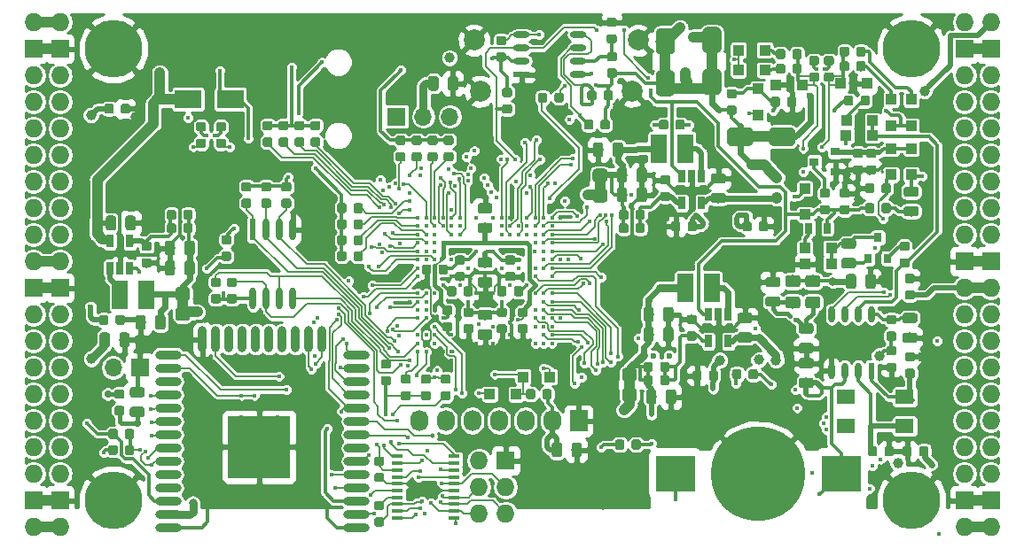
<source format=gbl>
G04 #@! TF.GenerationSoftware,KiCad,Pcbnew,5.0.2+dfsg1-1*
G04 #@! TF.CreationDate,2019-06-05T12:29:05+02:00*
G04 #@! TF.ProjectId,ulx3s,756c7833-732e-46b6-9963-61645f706362,v3.0.7*
G04 #@! TF.SameCoordinates,Original*
G04 #@! TF.FileFunction,Copper,L4,Bot*
G04 #@! TF.FilePolarity,Positive*
%FSLAX46Y46*%
G04 Gerber Fmt 4.6, Leading zero omitted, Abs format (unit mm)*
G04 Created by KiCad (PCBNEW 5.0.2+dfsg1-1) date srijeda, 05. lipnja 2019. 12:29:05 CEST*
%MOMM*%
%LPD*%
G01*
G04 APERTURE LIST*
G04 #@! TA.AperFunction,EtchedComponent*
%ADD10C,1.000000*%
G04 #@! TD*
G04 #@! TA.AperFunction,SMDPad,CuDef*
%ADD11O,2.500000X0.900000*%
G04 #@! TD*
G04 #@! TA.AperFunction,SMDPad,CuDef*
%ADD12O,0.900000X2.500000*%
G04 #@! TD*
G04 #@! TA.AperFunction,SMDPad,CuDef*
%ADD13R,6.000000X6.000000*%
G04 #@! TD*
G04 #@! TA.AperFunction,SMDPad,CuDef*
%ADD14O,1.100000X0.400000*%
G04 #@! TD*
G04 #@! TA.AperFunction,SMDPad,CuDef*
%ADD15R,1.100000X0.400000*%
G04 #@! TD*
G04 #@! TA.AperFunction,SMDPad,CuDef*
%ADD16R,1.500000X2.700000*%
G04 #@! TD*
G04 #@! TA.AperFunction,SMDPad,CuDef*
%ADD17R,1.800000X1.400000*%
G04 #@! TD*
G04 #@! TA.AperFunction,SMDPad,CuDef*
%ADD18R,3.700000X3.500000*%
G04 #@! TD*
G04 #@! TA.AperFunction,BGAPad,CuDef*
%ADD19C,9.000000*%
G04 #@! TD*
G04 #@! TA.AperFunction,ComponentPad*
%ADD20C,2.000000*%
G04 #@! TD*
G04 #@! TA.AperFunction,Conductor*
%ADD21C,0.100000*%
G04 #@! TD*
G04 #@! TA.AperFunction,SMDPad,CuDef*
%ADD22C,1.295000*%
G04 #@! TD*
G04 #@! TA.AperFunction,SMDPad,CuDef*
%ADD23C,1.800000*%
G04 #@! TD*
G04 #@! TA.AperFunction,SMDPad,CuDef*
%ADD24C,0.975000*%
G04 #@! TD*
G04 #@! TA.AperFunction,SMDPad,CuDef*
%ADD25C,0.875000*%
G04 #@! TD*
G04 #@! TA.AperFunction,SMDPad,CuDef*
%ADD26R,0.900000X0.800000*%
G04 #@! TD*
G04 #@! TA.AperFunction,SMDPad,CuDef*
%ADD27R,1.000000X1.000000*%
G04 #@! TD*
G04 #@! TA.AperFunction,SMDPad,CuDef*
%ADD28R,0.700000X1.200000*%
G04 #@! TD*
G04 #@! TA.AperFunction,ComponentPad*
%ADD29R,1.727200X2.032000*%
G04 #@! TD*
G04 #@! TA.AperFunction,ComponentPad*
%ADD30O,1.727200X2.032000*%
G04 #@! TD*
G04 #@! TA.AperFunction,SMDPad,CuDef*
%ADD31R,0.600000X1.550000*%
G04 #@! TD*
G04 #@! TA.AperFunction,SMDPad,CuDef*
%ADD32O,0.600000X1.550000*%
G04 #@! TD*
G04 #@! TA.AperFunction,SMDPad,CuDef*
%ADD33R,1.550000X0.600000*%
G04 #@! TD*
G04 #@! TA.AperFunction,SMDPad,CuDef*
%ADD34O,1.550000X0.600000*%
G04 #@! TD*
G04 #@! TA.AperFunction,SMDPad,CuDef*
%ADD35R,0.600000X2.100000*%
G04 #@! TD*
G04 #@! TA.AperFunction,SMDPad,CuDef*
%ADD36O,0.600000X2.100000*%
G04 #@! TD*
G04 #@! TA.AperFunction,ComponentPad*
%ADD37O,1.727200X1.727200*%
G04 #@! TD*
G04 #@! TA.AperFunction,ComponentPad*
%ADD38R,1.727200X1.727200*%
G04 #@! TD*
G04 #@! TA.AperFunction,ComponentPad*
%ADD39C,5.500000*%
G04 #@! TD*
G04 #@! TA.AperFunction,BGAPad,CuDef*
%ADD40C,0.300000*%
G04 #@! TD*
G04 #@! TA.AperFunction,ComponentPad*
%ADD41R,1.700000X1.700000*%
G04 #@! TD*
G04 #@! TA.AperFunction,ComponentPad*
%ADD42O,1.700000X1.700000*%
G04 #@! TD*
G04 #@! TA.AperFunction,SMDPad,CuDef*
%ADD43R,0.670000X1.000000*%
G04 #@! TD*
G04 #@! TA.AperFunction,SMDPad,CuDef*
%ADD44R,2.500000X1.800000*%
G04 #@! TD*
G04 #@! TA.AperFunction,SMDPad,CuDef*
%ADD45R,0.800000X0.900000*%
G04 #@! TD*
G04 #@! TA.AperFunction,SMDPad,CuDef*
%ADD46C,1.150000*%
G04 #@! TD*
G04 #@! TA.AperFunction,ViaPad*
%ADD47C,2.000000*%
G04 #@! TD*
G04 #@! TA.AperFunction,ViaPad*
%ADD48C,0.419000*%
G04 #@! TD*
G04 #@! TA.AperFunction,ViaPad*
%ADD49C,1.000000*%
G04 #@! TD*
G04 #@! TA.AperFunction,ViaPad*
%ADD50C,0.600000*%
G04 #@! TD*
G04 #@! TA.AperFunction,ViaPad*
%ADD51C,0.500000*%
G04 #@! TD*
G04 #@! TA.AperFunction,ViaPad*
%ADD52C,0.800000*%
G04 #@! TD*
G04 #@! TA.AperFunction,ViaPad*
%ADD53C,0.700000*%
G04 #@! TD*
G04 #@! TA.AperFunction,ViaPad*
%ADD54C,0.454000*%
G04 #@! TD*
G04 #@! TA.AperFunction,Conductor*
%ADD55C,0.300000*%
G04 #@! TD*
G04 #@! TA.AperFunction,Conductor*
%ADD56C,0.400000*%
G04 #@! TD*
G04 #@! TA.AperFunction,Conductor*
%ADD57C,1.000000*%
G04 #@! TD*
G04 #@! TA.AperFunction,Conductor*
%ADD58C,0.600000*%
G04 #@! TD*
G04 #@! TA.AperFunction,Conductor*
%ADD59C,0.127000*%
G04 #@! TD*
G04 #@! TA.AperFunction,Conductor*
%ADD60C,0.190000*%
G04 #@! TD*
G04 #@! TA.AperFunction,Conductor*
%ADD61C,0.500000*%
G04 #@! TD*
G04 #@! TA.AperFunction,Conductor*
%ADD62C,0.700000*%
G04 #@! TD*
G04 #@! TA.AperFunction,Conductor*
%ADD63C,0.800000*%
G04 #@! TD*
G04 #@! TA.AperFunction,Conductor*
%ADD64C,0.200000*%
G04 #@! TD*
G04 #@! TA.AperFunction,Conductor*
%ADD65C,0.254000*%
G04 #@! TD*
G04 APERTURE END LIST*
D10*
G04 #@! TO.C,RP2*
X109609000Y-88632000D02*
X109609000Y-90632000D01*
G04 #@! TO.C,RP3*
X149472000Y-77311000D02*
X149472000Y-79311000D01*
G04 #@! TO.C,RP1*
X152281000Y-96361000D02*
X152281000Y-98361000D01*
G04 #@! TO.C,D52*
X160155000Y-64391000D02*
X160155000Y-68391000D01*
G04 #@! TO.C,D51*
X155710000Y-68518000D02*
X155710000Y-64518000D01*
G04 #@! TO.C,D9*
X166854000Y-73630000D02*
X162854000Y-73630000D01*
G04 #@! TD*
D11*
G04 #@! TO.P,U9,38*
G04 #@! TO.N,GND*
X126230000Y-111000000D03*
G04 #@! TO.P,U9,37*
G04 #@! TO.N,JTAG_TDI*
X126230000Y-109730000D03*
G04 #@! TO.P,U9,36*
G04 #@! TO.N,PROG_DONE*
X126230000Y-108460000D03*
G04 #@! TO.P,U9,35*
G04 #@! TO.N,WIFI_TXD*
X126230000Y-107190000D03*
G04 #@! TO.P,U9,34*
G04 #@! TO.N,WIFI_RXD*
X126230000Y-105920000D03*
G04 #@! TO.P,U9,33*
G04 #@! TO.N,JTAG_TMS*
X126230000Y-104650000D03*
G04 #@! TO.P,U9,32*
G04 #@! TO.N,Net-(U9-Pad32)*
X126230000Y-103380000D03*
G04 #@! TO.P,U9,31*
G04 #@! TO.N,JTAG_TDO*
X126230000Y-102110000D03*
G04 #@! TO.P,U9,30*
G04 #@! TO.N,JTAG_TCK*
X126230000Y-100840000D03*
G04 #@! TO.P,U9,29*
G04 #@! TO.N,WIFI_GPIO5*
X126230000Y-99570000D03*
G04 #@! TO.P,U9,28*
G04 #@! TO.N,WIFI_GPIO17*
X126230000Y-98300000D03*
G04 #@! TO.P,U9,27*
G04 #@! TO.N,WIFI_GPIO16*
X126230000Y-97030000D03*
G04 #@! TO.P,U9,26*
G04 #@! TO.N,SD_D1*
X126230000Y-95760000D03*
G04 #@! TO.P,U9,25*
G04 #@! TO.N,WIFI_GPIO0*
X126230000Y-94490000D03*
D12*
G04 #@! TO.P,U9,24*
G04 #@! TO.N,SD_D0*
X122945000Y-93000000D03*
G04 #@! TO.P,U9,23*
G04 #@! TO.N,SD_CMD*
X121675000Y-93000000D03*
G04 #@! TO.P,U9,22*
G04 #@! TO.N,Net-(U9-Pad22)*
X120405000Y-93000000D03*
G04 #@! TO.P,U9,21*
G04 #@! TO.N,Net-(U9-Pad21)*
X119135000Y-93000000D03*
G04 #@! TO.P,U9,20*
G04 #@! TO.N,Net-(U9-Pad20)*
X117865000Y-93000000D03*
G04 #@! TO.P,U9,19*
G04 #@! TO.N,Net-(U9-Pad19)*
X116595000Y-93000000D03*
G04 #@! TO.P,U9,18*
G04 #@! TO.N,Net-(U9-Pad18)*
X115325000Y-93000000D03*
G04 #@! TO.P,U9,17*
G04 #@! TO.N,Net-(U9-Pad17)*
X114055000Y-93000000D03*
G04 #@! TO.P,U9,16*
G04 #@! TO.N,SD_D3*
X112785000Y-93000000D03*
G04 #@! TO.P,U9,15*
G04 #@! TO.N,GND*
X111515000Y-93000000D03*
D11*
G04 #@! TO.P,U9,14*
G04 #@! TO.N,SD_D2*
X108230000Y-94490000D03*
G04 #@! TO.P,U9,13*
G04 #@! TO.N,SD_CLK*
X108230000Y-95760000D03*
G04 #@! TO.P,U9,12*
G04 #@! TO.N,Net-(U9-Pad12)*
X108230000Y-97030000D03*
G04 #@! TO.P,U9,11*
G04 #@! TO.N,GP11*
X108230000Y-98300000D03*
G04 #@! TO.P,U9,10*
G04 #@! TO.N,GN11*
X108230000Y-99570000D03*
G04 #@! TO.P,U9,9*
G04 #@! TO.N,GP12*
X108230000Y-100840000D03*
G04 #@! TO.P,U9,8*
G04 #@! TO.N,GN12*
X108230000Y-102110000D03*
G04 #@! TO.P,U9,7*
G04 #@! TO.N,GP13*
X108230000Y-103380000D03*
G04 #@! TO.P,U9,6*
G04 #@! TO.N,GN13*
X108230000Y-104650000D03*
G04 #@! TO.P,U9,5*
G04 #@! TO.N,Net-(U9-Pad5)*
X108230000Y-105920000D03*
G04 #@! TO.P,U9,4*
G04 #@! TO.N,Net-(U9-Pad4)*
X108230000Y-107190000D03*
G04 #@! TO.P,U9,3*
G04 #@! TO.N,/wifi/WIFIEN*
X108230000Y-108460000D03*
G04 #@! TO.P,U9,2*
G04 #@! TO.N,+3V3*
X108230000Y-109730000D03*
G04 #@! TO.P,U9,1*
G04 #@! TO.N,GND*
X108230000Y-111000000D03*
D13*
G04 #@! TO.P,U9,39*
X116930000Y-103300000D03*
G04 #@! TD*
D14*
G04 #@! TO.P,U6,20*
G04 #@! TO.N,FTDI_TXD*
X130135000Y-104215000D03*
G04 #@! TO.P,U6,19*
G04 #@! TO.N,FTDI_nSLEEP*
X130135000Y-104865000D03*
G04 #@! TO.P,U6,18*
G04 #@! TO.N,FTDI_TXDEN*
X130135000Y-105515000D03*
G04 #@! TO.P,U6,17*
G04 #@! TO.N,FTDI_nRXLED*
X130135000Y-106165000D03*
G04 #@! TO.P,U6,16*
G04 #@! TO.N,GND*
X130135000Y-106815000D03*
G04 #@! TO.P,U6,15*
G04 #@! TO.N,USB5V*
X130135000Y-107465000D03*
G04 #@! TO.P,U6,14*
G04 #@! TO.N,nRESET*
X130135000Y-108115000D03*
G04 #@! TO.P,U6,13*
G04 #@! TO.N,FT2V5*
X130135000Y-108765000D03*
G04 #@! TO.P,U6,12*
G04 #@! TO.N,USB_FTDI_D-*
X130135000Y-109415000D03*
G04 #@! TO.P,U6,11*
G04 #@! TO.N,USB_FTDI_D+*
X130135000Y-110065000D03*
G04 #@! TO.P,U6,10*
G04 #@! TO.N,FTDI_nTXLED*
X135535000Y-110065000D03*
G04 #@! TO.P,U6,9*
G04 #@! TO.N,JTAG_TDO*
X135535000Y-109415000D03*
G04 #@! TO.P,U6,8*
G04 #@! TO.N,JTAG_TMS*
X135535000Y-108765000D03*
G04 #@! TO.P,U6,7*
G04 #@! TO.N,JTAG_TCK*
X135535000Y-108115000D03*
G04 #@! TO.P,U6,6*
G04 #@! TO.N,GND*
X135535000Y-107465000D03*
G04 #@! TO.P,U6,5*
G04 #@! TO.N,JTAG_TDI*
X135535000Y-106815000D03*
G04 #@! TO.P,U6,4*
G04 #@! TO.N,FTDI_RXD*
X135535000Y-106165000D03*
G04 #@! TO.P,U6,3*
G04 #@! TO.N,FT2V5*
X135535000Y-105515000D03*
G04 #@! TO.P,U6,2*
G04 #@! TO.N,FTDI_nRTS*
X135535000Y-104865000D03*
D15*
G04 #@! TO.P,U6,1*
G04 #@! TO.N,FTDI_nDTR*
X135535000Y-104215000D03*
G04 #@! TD*
D16*
G04 #@! TO.P,L3,1*
G04 #@! TO.N,/power/L3*
X157600000Y-74755000D03*
G04 #@! TO.P,L3,2*
G04 #@! TO.N,/power/P3V3*
X155060000Y-74755000D03*
G04 #@! TD*
G04 #@! TO.P,L1,1*
G04 #@! TO.N,/power/L1*
X160140000Y-88090000D03*
G04 #@! TO.P,L1,2*
G04 #@! TO.N,/power/P1V1*
X157600000Y-88090000D03*
G04 #@! TD*
G04 #@! TO.P,L2,1*
G04 #@! TO.N,/power/L2*
X103625000Y-88725000D03*
G04 #@! TO.P,L2,2*
G04 #@! TO.N,/power/P2V5*
X106165000Y-88725000D03*
G04 #@! TD*
D17*
G04 #@! TO.P,Y2,4*
G04 #@! TO.N,/power/OSCI_32k*
X178576000Y-98522000D03*
G04 #@! TO.P,Y2,3*
G04 #@! TO.N,Net-(Y2-Pad3)*
X172976000Y-98522000D03*
G04 #@! TO.P,Y2,2*
G04 #@! TO.N,Net-(Y2-Pad2)*
X172976000Y-101322000D03*
G04 #@! TO.P,Y2,1*
G04 #@! TO.N,/power/OSCO_32k*
X178576000Y-101322000D03*
G04 #@! TD*
D18*
G04 #@! TO.P,BAT1,1*
G04 #@! TO.N,/power/VBAT*
X172485000Y-105870000D03*
X156685000Y-105870000D03*
D19*
G04 #@! TO.P,BAT1,2*
G04 #@! TO.N,GND*
X164585000Y-105870000D03*
G04 #@! TD*
D20*
G04 #@! TO.P,GPDI1,0*
G04 #@! TO.N,GND*
X152546000Y-69312000D03*
X138046000Y-69312000D03*
X153146000Y-64412000D03*
X137446000Y-64412000D03*
G04 #@! TD*
D21*
G04 #@! TO.N,+2V5*
G04 #@! TO.C,RP2*
G36*
X110016983Y-89953559D02*
X110048410Y-89958221D01*
X110079230Y-89965941D01*
X110109144Y-89976644D01*
X110137865Y-89990228D01*
X110165116Y-90006562D01*
X110190635Y-90025488D01*
X110214176Y-90046824D01*
X110235512Y-90070365D01*
X110254438Y-90095884D01*
X110270772Y-90123135D01*
X110284356Y-90151856D01*
X110295059Y-90181770D01*
X110302779Y-90212590D01*
X110307441Y-90244017D01*
X110309000Y-90275750D01*
X110309000Y-90923250D01*
X110307441Y-90954983D01*
X110302779Y-90986410D01*
X110295059Y-91017230D01*
X110284356Y-91047144D01*
X110270772Y-91075865D01*
X110254438Y-91103116D01*
X110235512Y-91128635D01*
X110214176Y-91152176D01*
X110190635Y-91173512D01*
X110165116Y-91192438D01*
X110137865Y-91208772D01*
X110109144Y-91222356D01*
X110079230Y-91233059D01*
X110048410Y-91240779D01*
X110016983Y-91245441D01*
X109985250Y-91247000D01*
X109232750Y-91247000D01*
X109201017Y-91245441D01*
X109169590Y-91240779D01*
X109138770Y-91233059D01*
X109108856Y-91222356D01*
X109080135Y-91208772D01*
X109052884Y-91192438D01*
X109027365Y-91173512D01*
X109003824Y-91152176D01*
X108982488Y-91128635D01*
X108963562Y-91103116D01*
X108947228Y-91075865D01*
X108933644Y-91047144D01*
X108922941Y-91017230D01*
X108915221Y-90986410D01*
X108910559Y-90954983D01*
X108909000Y-90923250D01*
X108909000Y-90275750D01*
X108910559Y-90244017D01*
X108915221Y-90212590D01*
X108922941Y-90181770D01*
X108933644Y-90151856D01*
X108947228Y-90123135D01*
X108963562Y-90095884D01*
X108982488Y-90070365D01*
X109003824Y-90046824D01*
X109027365Y-90025488D01*
X109052884Y-90006562D01*
X109080135Y-89990228D01*
X109108856Y-89976644D01*
X109138770Y-89965941D01*
X109169590Y-89958221D01*
X109201017Y-89953559D01*
X109232750Y-89952000D01*
X109985250Y-89952000D01*
X110016983Y-89953559D01*
X110016983Y-89953559D01*
G37*
D22*
G04 #@! TD*
G04 #@! TO.P,RP2,2*
G04 #@! TO.N,+2V5*
X109609000Y-90599500D03*
D21*
G04 #@! TO.N,/power/P2V5*
G04 #@! TO.C,RP2*
G36*
X110016983Y-88018559D02*
X110048410Y-88023221D01*
X110079230Y-88030941D01*
X110109144Y-88041644D01*
X110137865Y-88055228D01*
X110165116Y-88071562D01*
X110190635Y-88090488D01*
X110214176Y-88111824D01*
X110235512Y-88135365D01*
X110254438Y-88160884D01*
X110270772Y-88188135D01*
X110284356Y-88216856D01*
X110295059Y-88246770D01*
X110302779Y-88277590D01*
X110307441Y-88309017D01*
X110309000Y-88340750D01*
X110309000Y-88988250D01*
X110307441Y-89019983D01*
X110302779Y-89051410D01*
X110295059Y-89082230D01*
X110284356Y-89112144D01*
X110270772Y-89140865D01*
X110254438Y-89168116D01*
X110235512Y-89193635D01*
X110214176Y-89217176D01*
X110190635Y-89238512D01*
X110165116Y-89257438D01*
X110137865Y-89273772D01*
X110109144Y-89287356D01*
X110079230Y-89298059D01*
X110048410Y-89305779D01*
X110016983Y-89310441D01*
X109985250Y-89312000D01*
X109232750Y-89312000D01*
X109201017Y-89310441D01*
X109169590Y-89305779D01*
X109138770Y-89298059D01*
X109108856Y-89287356D01*
X109080135Y-89273772D01*
X109052884Y-89257438D01*
X109027365Y-89238512D01*
X109003824Y-89217176D01*
X108982488Y-89193635D01*
X108963562Y-89168116D01*
X108947228Y-89140865D01*
X108933644Y-89112144D01*
X108922941Y-89082230D01*
X108915221Y-89051410D01*
X108910559Y-89019983D01*
X108909000Y-88988250D01*
X108909000Y-88340750D01*
X108910559Y-88309017D01*
X108915221Y-88277590D01*
X108922941Y-88246770D01*
X108933644Y-88216856D01*
X108947228Y-88188135D01*
X108963562Y-88160884D01*
X108982488Y-88135365D01*
X109003824Y-88111824D01*
X109027365Y-88090488D01*
X109052884Y-88071562D01*
X109080135Y-88055228D01*
X109108856Y-88041644D01*
X109138770Y-88030941D01*
X109169590Y-88023221D01*
X109201017Y-88018559D01*
X109232750Y-88017000D01*
X109985250Y-88017000D01*
X110016983Y-88018559D01*
X110016983Y-88018559D01*
G37*
D22*
G04 #@! TD*
G04 #@! TO.P,RP2,1*
G04 #@! TO.N,/power/P2V5*
X109609000Y-88664500D03*
D21*
G04 #@! TO.N,+3V3*
G04 #@! TO.C,RP3*
G36*
X149879983Y-78632559D02*
X149911410Y-78637221D01*
X149942230Y-78644941D01*
X149972144Y-78655644D01*
X150000865Y-78669228D01*
X150028116Y-78685562D01*
X150053635Y-78704488D01*
X150077176Y-78725824D01*
X150098512Y-78749365D01*
X150117438Y-78774884D01*
X150133772Y-78802135D01*
X150147356Y-78830856D01*
X150158059Y-78860770D01*
X150165779Y-78891590D01*
X150170441Y-78923017D01*
X150172000Y-78954750D01*
X150172000Y-79602250D01*
X150170441Y-79633983D01*
X150165779Y-79665410D01*
X150158059Y-79696230D01*
X150147356Y-79726144D01*
X150133772Y-79754865D01*
X150117438Y-79782116D01*
X150098512Y-79807635D01*
X150077176Y-79831176D01*
X150053635Y-79852512D01*
X150028116Y-79871438D01*
X150000865Y-79887772D01*
X149972144Y-79901356D01*
X149942230Y-79912059D01*
X149911410Y-79919779D01*
X149879983Y-79924441D01*
X149848250Y-79926000D01*
X149095750Y-79926000D01*
X149064017Y-79924441D01*
X149032590Y-79919779D01*
X149001770Y-79912059D01*
X148971856Y-79901356D01*
X148943135Y-79887772D01*
X148915884Y-79871438D01*
X148890365Y-79852512D01*
X148866824Y-79831176D01*
X148845488Y-79807635D01*
X148826562Y-79782116D01*
X148810228Y-79754865D01*
X148796644Y-79726144D01*
X148785941Y-79696230D01*
X148778221Y-79665410D01*
X148773559Y-79633983D01*
X148772000Y-79602250D01*
X148772000Y-78954750D01*
X148773559Y-78923017D01*
X148778221Y-78891590D01*
X148785941Y-78860770D01*
X148796644Y-78830856D01*
X148810228Y-78802135D01*
X148826562Y-78774884D01*
X148845488Y-78749365D01*
X148866824Y-78725824D01*
X148890365Y-78704488D01*
X148915884Y-78685562D01*
X148943135Y-78669228D01*
X148971856Y-78655644D01*
X149001770Y-78644941D01*
X149032590Y-78637221D01*
X149064017Y-78632559D01*
X149095750Y-78631000D01*
X149848250Y-78631000D01*
X149879983Y-78632559D01*
X149879983Y-78632559D01*
G37*
D22*
G04 #@! TD*
G04 #@! TO.P,RP3,2*
G04 #@! TO.N,+3V3*
X149472000Y-79278500D03*
D21*
G04 #@! TO.N,/power/P3V3*
G04 #@! TO.C,RP3*
G36*
X149879983Y-76697559D02*
X149911410Y-76702221D01*
X149942230Y-76709941D01*
X149972144Y-76720644D01*
X150000865Y-76734228D01*
X150028116Y-76750562D01*
X150053635Y-76769488D01*
X150077176Y-76790824D01*
X150098512Y-76814365D01*
X150117438Y-76839884D01*
X150133772Y-76867135D01*
X150147356Y-76895856D01*
X150158059Y-76925770D01*
X150165779Y-76956590D01*
X150170441Y-76988017D01*
X150172000Y-77019750D01*
X150172000Y-77667250D01*
X150170441Y-77698983D01*
X150165779Y-77730410D01*
X150158059Y-77761230D01*
X150147356Y-77791144D01*
X150133772Y-77819865D01*
X150117438Y-77847116D01*
X150098512Y-77872635D01*
X150077176Y-77896176D01*
X150053635Y-77917512D01*
X150028116Y-77936438D01*
X150000865Y-77952772D01*
X149972144Y-77966356D01*
X149942230Y-77977059D01*
X149911410Y-77984779D01*
X149879983Y-77989441D01*
X149848250Y-77991000D01*
X149095750Y-77991000D01*
X149064017Y-77989441D01*
X149032590Y-77984779D01*
X149001770Y-77977059D01*
X148971856Y-77966356D01*
X148943135Y-77952772D01*
X148915884Y-77936438D01*
X148890365Y-77917512D01*
X148866824Y-77896176D01*
X148845488Y-77872635D01*
X148826562Y-77847116D01*
X148810228Y-77819865D01*
X148796644Y-77791144D01*
X148785941Y-77761230D01*
X148778221Y-77730410D01*
X148773559Y-77698983D01*
X148772000Y-77667250D01*
X148772000Y-77019750D01*
X148773559Y-76988017D01*
X148778221Y-76956590D01*
X148785941Y-76925770D01*
X148796644Y-76895856D01*
X148810228Y-76867135D01*
X148826562Y-76839884D01*
X148845488Y-76814365D01*
X148866824Y-76790824D01*
X148890365Y-76769488D01*
X148915884Y-76750562D01*
X148943135Y-76734228D01*
X148971856Y-76720644D01*
X149001770Y-76709941D01*
X149032590Y-76702221D01*
X149064017Y-76697559D01*
X149095750Y-76696000D01*
X149848250Y-76696000D01*
X149879983Y-76697559D01*
X149879983Y-76697559D01*
G37*
D22*
G04 #@! TD*
G04 #@! TO.P,RP3,1*
G04 #@! TO.N,/power/P3V3*
X149472000Y-77343500D03*
D21*
G04 #@! TO.N,+1V1*
G04 #@! TO.C,RP1*
G36*
X152688983Y-97682559D02*
X152720410Y-97687221D01*
X152751230Y-97694941D01*
X152781144Y-97705644D01*
X152809865Y-97719228D01*
X152837116Y-97735562D01*
X152862635Y-97754488D01*
X152886176Y-97775824D01*
X152907512Y-97799365D01*
X152926438Y-97824884D01*
X152942772Y-97852135D01*
X152956356Y-97880856D01*
X152967059Y-97910770D01*
X152974779Y-97941590D01*
X152979441Y-97973017D01*
X152981000Y-98004750D01*
X152981000Y-98652250D01*
X152979441Y-98683983D01*
X152974779Y-98715410D01*
X152967059Y-98746230D01*
X152956356Y-98776144D01*
X152942772Y-98804865D01*
X152926438Y-98832116D01*
X152907512Y-98857635D01*
X152886176Y-98881176D01*
X152862635Y-98902512D01*
X152837116Y-98921438D01*
X152809865Y-98937772D01*
X152781144Y-98951356D01*
X152751230Y-98962059D01*
X152720410Y-98969779D01*
X152688983Y-98974441D01*
X152657250Y-98976000D01*
X151904750Y-98976000D01*
X151873017Y-98974441D01*
X151841590Y-98969779D01*
X151810770Y-98962059D01*
X151780856Y-98951356D01*
X151752135Y-98937772D01*
X151724884Y-98921438D01*
X151699365Y-98902512D01*
X151675824Y-98881176D01*
X151654488Y-98857635D01*
X151635562Y-98832116D01*
X151619228Y-98804865D01*
X151605644Y-98776144D01*
X151594941Y-98746230D01*
X151587221Y-98715410D01*
X151582559Y-98683983D01*
X151581000Y-98652250D01*
X151581000Y-98004750D01*
X151582559Y-97973017D01*
X151587221Y-97941590D01*
X151594941Y-97910770D01*
X151605644Y-97880856D01*
X151619228Y-97852135D01*
X151635562Y-97824884D01*
X151654488Y-97799365D01*
X151675824Y-97775824D01*
X151699365Y-97754488D01*
X151724884Y-97735562D01*
X151752135Y-97719228D01*
X151780856Y-97705644D01*
X151810770Y-97694941D01*
X151841590Y-97687221D01*
X151873017Y-97682559D01*
X151904750Y-97681000D01*
X152657250Y-97681000D01*
X152688983Y-97682559D01*
X152688983Y-97682559D01*
G37*
D22*
G04 #@! TD*
G04 #@! TO.P,RP1,2*
G04 #@! TO.N,+1V1*
X152281000Y-98328500D03*
D21*
G04 #@! TO.N,/power/P1V1*
G04 #@! TO.C,RP1*
G36*
X152688983Y-95747559D02*
X152720410Y-95752221D01*
X152751230Y-95759941D01*
X152781144Y-95770644D01*
X152809865Y-95784228D01*
X152837116Y-95800562D01*
X152862635Y-95819488D01*
X152886176Y-95840824D01*
X152907512Y-95864365D01*
X152926438Y-95889884D01*
X152942772Y-95917135D01*
X152956356Y-95945856D01*
X152967059Y-95975770D01*
X152974779Y-96006590D01*
X152979441Y-96038017D01*
X152981000Y-96069750D01*
X152981000Y-96717250D01*
X152979441Y-96748983D01*
X152974779Y-96780410D01*
X152967059Y-96811230D01*
X152956356Y-96841144D01*
X152942772Y-96869865D01*
X152926438Y-96897116D01*
X152907512Y-96922635D01*
X152886176Y-96946176D01*
X152862635Y-96967512D01*
X152837116Y-96986438D01*
X152809865Y-97002772D01*
X152781144Y-97016356D01*
X152751230Y-97027059D01*
X152720410Y-97034779D01*
X152688983Y-97039441D01*
X152657250Y-97041000D01*
X151904750Y-97041000D01*
X151873017Y-97039441D01*
X151841590Y-97034779D01*
X151810770Y-97027059D01*
X151780856Y-97016356D01*
X151752135Y-97002772D01*
X151724884Y-96986438D01*
X151699365Y-96967512D01*
X151675824Y-96946176D01*
X151654488Y-96922635D01*
X151635562Y-96897116D01*
X151619228Y-96869865D01*
X151605644Y-96841144D01*
X151594941Y-96811230D01*
X151587221Y-96780410D01*
X151582559Y-96748983D01*
X151581000Y-96717250D01*
X151581000Y-96069750D01*
X151582559Y-96038017D01*
X151587221Y-96006590D01*
X151594941Y-95975770D01*
X151605644Y-95945856D01*
X151619228Y-95917135D01*
X151635562Y-95889884D01*
X151654488Y-95864365D01*
X151675824Y-95840824D01*
X151699365Y-95819488D01*
X151724884Y-95800562D01*
X151752135Y-95784228D01*
X151780856Y-95770644D01*
X151810770Y-95759941D01*
X151841590Y-95752221D01*
X151873017Y-95747559D01*
X151904750Y-95746000D01*
X152657250Y-95746000D01*
X152688983Y-95747559D01*
X152688983Y-95747559D01*
G37*
D22*
G04 #@! TD*
G04 #@! TO.P,RP1,1*
G04 #@! TO.N,/power/P1V1*
X152281000Y-96393500D03*
D21*
G04 #@! TO.N,+5V*
G04 #@! TO.C,D52*
G36*
X160649108Y-67143167D02*
X160692791Y-67149647D01*
X160735628Y-67160377D01*
X160777208Y-67175254D01*
X160817129Y-67194135D01*
X160855007Y-67216839D01*
X160890477Y-67243145D01*
X160923198Y-67272802D01*
X160952855Y-67305523D01*
X160979161Y-67340993D01*
X161001865Y-67378871D01*
X161020746Y-67418792D01*
X161035623Y-67460372D01*
X161046353Y-67503209D01*
X161052833Y-67546892D01*
X161055000Y-67591000D01*
X161055000Y-69191000D01*
X161052833Y-69235108D01*
X161046353Y-69278791D01*
X161035623Y-69321628D01*
X161020746Y-69363208D01*
X161001865Y-69403129D01*
X160979161Y-69441007D01*
X160952855Y-69476477D01*
X160923198Y-69509198D01*
X160890477Y-69538855D01*
X160855007Y-69565161D01*
X160817129Y-69587865D01*
X160777208Y-69606746D01*
X160735628Y-69621623D01*
X160692791Y-69632353D01*
X160649108Y-69638833D01*
X160605000Y-69641000D01*
X159705000Y-69641000D01*
X159660892Y-69638833D01*
X159617209Y-69632353D01*
X159574372Y-69621623D01*
X159532792Y-69606746D01*
X159492871Y-69587865D01*
X159454993Y-69565161D01*
X159419523Y-69538855D01*
X159386802Y-69509198D01*
X159357145Y-69476477D01*
X159330839Y-69441007D01*
X159308135Y-69403129D01*
X159289254Y-69363208D01*
X159274377Y-69321628D01*
X159263647Y-69278791D01*
X159257167Y-69235108D01*
X159255000Y-69191000D01*
X159255000Y-67591000D01*
X159257167Y-67546892D01*
X159263647Y-67503209D01*
X159274377Y-67460372D01*
X159289254Y-67418792D01*
X159308135Y-67378871D01*
X159330839Y-67340993D01*
X159357145Y-67305523D01*
X159386802Y-67272802D01*
X159419523Y-67243145D01*
X159454993Y-67216839D01*
X159492871Y-67194135D01*
X159532792Y-67175254D01*
X159574372Y-67160377D01*
X159617209Y-67149647D01*
X159660892Y-67143167D01*
X159705000Y-67141000D01*
X160605000Y-67141000D01*
X160649108Y-67143167D01*
X160649108Y-67143167D01*
G37*
D23*
G04 #@! TD*
G04 #@! TO.P,D52,2*
G04 #@! TO.N,+5V*
X160155000Y-68391000D03*
D21*
G04 #@! TO.N,/gpio/OUT5V*
G04 #@! TO.C,D52*
G36*
X160649108Y-63143167D02*
X160692791Y-63149647D01*
X160735628Y-63160377D01*
X160777208Y-63175254D01*
X160817129Y-63194135D01*
X160855007Y-63216839D01*
X160890477Y-63243145D01*
X160923198Y-63272802D01*
X160952855Y-63305523D01*
X160979161Y-63340993D01*
X161001865Y-63378871D01*
X161020746Y-63418792D01*
X161035623Y-63460372D01*
X161046353Y-63503209D01*
X161052833Y-63546892D01*
X161055000Y-63591000D01*
X161055000Y-65191000D01*
X161052833Y-65235108D01*
X161046353Y-65278791D01*
X161035623Y-65321628D01*
X161020746Y-65363208D01*
X161001865Y-65403129D01*
X160979161Y-65441007D01*
X160952855Y-65476477D01*
X160923198Y-65509198D01*
X160890477Y-65538855D01*
X160855007Y-65565161D01*
X160817129Y-65587865D01*
X160777208Y-65606746D01*
X160735628Y-65621623D01*
X160692791Y-65632353D01*
X160649108Y-65638833D01*
X160605000Y-65641000D01*
X159705000Y-65641000D01*
X159660892Y-65638833D01*
X159617209Y-65632353D01*
X159574372Y-65621623D01*
X159532792Y-65606746D01*
X159492871Y-65587865D01*
X159454993Y-65565161D01*
X159419523Y-65538855D01*
X159386802Y-65509198D01*
X159357145Y-65476477D01*
X159330839Y-65441007D01*
X159308135Y-65403129D01*
X159289254Y-65363208D01*
X159274377Y-65321628D01*
X159263647Y-65278791D01*
X159257167Y-65235108D01*
X159255000Y-65191000D01*
X159255000Y-63591000D01*
X159257167Y-63546892D01*
X159263647Y-63503209D01*
X159274377Y-63460372D01*
X159289254Y-63418792D01*
X159308135Y-63378871D01*
X159330839Y-63340993D01*
X159357145Y-63305523D01*
X159386802Y-63272802D01*
X159419523Y-63243145D01*
X159454993Y-63216839D01*
X159492871Y-63194135D01*
X159532792Y-63175254D01*
X159574372Y-63160377D01*
X159617209Y-63149647D01*
X159660892Y-63143167D01*
X159705000Y-63141000D01*
X160605000Y-63141000D01*
X160649108Y-63143167D01*
X160649108Y-63143167D01*
G37*
D23*
G04 #@! TD*
G04 #@! TO.P,D52,1*
G04 #@! TO.N,/gpio/OUT5V*
X160155000Y-64391000D03*
D21*
G04 #@! TO.N,/gpio/IN5V*
G04 #@! TO.C,D51*
G36*
X156204108Y-63270167D02*
X156247791Y-63276647D01*
X156290628Y-63287377D01*
X156332208Y-63302254D01*
X156372129Y-63321135D01*
X156410007Y-63343839D01*
X156445477Y-63370145D01*
X156478198Y-63399802D01*
X156507855Y-63432523D01*
X156534161Y-63467993D01*
X156556865Y-63505871D01*
X156575746Y-63545792D01*
X156590623Y-63587372D01*
X156601353Y-63630209D01*
X156607833Y-63673892D01*
X156610000Y-63718000D01*
X156610000Y-65318000D01*
X156607833Y-65362108D01*
X156601353Y-65405791D01*
X156590623Y-65448628D01*
X156575746Y-65490208D01*
X156556865Y-65530129D01*
X156534161Y-65568007D01*
X156507855Y-65603477D01*
X156478198Y-65636198D01*
X156445477Y-65665855D01*
X156410007Y-65692161D01*
X156372129Y-65714865D01*
X156332208Y-65733746D01*
X156290628Y-65748623D01*
X156247791Y-65759353D01*
X156204108Y-65765833D01*
X156160000Y-65768000D01*
X155260000Y-65768000D01*
X155215892Y-65765833D01*
X155172209Y-65759353D01*
X155129372Y-65748623D01*
X155087792Y-65733746D01*
X155047871Y-65714865D01*
X155009993Y-65692161D01*
X154974523Y-65665855D01*
X154941802Y-65636198D01*
X154912145Y-65603477D01*
X154885839Y-65568007D01*
X154863135Y-65530129D01*
X154844254Y-65490208D01*
X154829377Y-65448628D01*
X154818647Y-65405791D01*
X154812167Y-65362108D01*
X154810000Y-65318000D01*
X154810000Y-63718000D01*
X154812167Y-63673892D01*
X154818647Y-63630209D01*
X154829377Y-63587372D01*
X154844254Y-63545792D01*
X154863135Y-63505871D01*
X154885839Y-63467993D01*
X154912145Y-63432523D01*
X154941802Y-63399802D01*
X154974523Y-63370145D01*
X155009993Y-63343839D01*
X155047871Y-63321135D01*
X155087792Y-63302254D01*
X155129372Y-63287377D01*
X155172209Y-63276647D01*
X155215892Y-63270167D01*
X155260000Y-63268000D01*
X156160000Y-63268000D01*
X156204108Y-63270167D01*
X156204108Y-63270167D01*
G37*
D23*
G04 #@! TD*
G04 #@! TO.P,D51,2*
G04 #@! TO.N,/gpio/IN5V*
X155710000Y-64518000D03*
D21*
G04 #@! TO.N,+5V*
G04 #@! TO.C,D51*
G36*
X156204108Y-67270167D02*
X156247791Y-67276647D01*
X156290628Y-67287377D01*
X156332208Y-67302254D01*
X156372129Y-67321135D01*
X156410007Y-67343839D01*
X156445477Y-67370145D01*
X156478198Y-67399802D01*
X156507855Y-67432523D01*
X156534161Y-67467993D01*
X156556865Y-67505871D01*
X156575746Y-67545792D01*
X156590623Y-67587372D01*
X156601353Y-67630209D01*
X156607833Y-67673892D01*
X156610000Y-67718000D01*
X156610000Y-69318000D01*
X156607833Y-69362108D01*
X156601353Y-69405791D01*
X156590623Y-69448628D01*
X156575746Y-69490208D01*
X156556865Y-69530129D01*
X156534161Y-69568007D01*
X156507855Y-69603477D01*
X156478198Y-69636198D01*
X156445477Y-69665855D01*
X156410007Y-69692161D01*
X156372129Y-69714865D01*
X156332208Y-69733746D01*
X156290628Y-69748623D01*
X156247791Y-69759353D01*
X156204108Y-69765833D01*
X156160000Y-69768000D01*
X155260000Y-69768000D01*
X155215892Y-69765833D01*
X155172209Y-69759353D01*
X155129372Y-69748623D01*
X155087792Y-69733746D01*
X155047871Y-69714865D01*
X155009993Y-69692161D01*
X154974523Y-69665855D01*
X154941802Y-69636198D01*
X154912145Y-69603477D01*
X154885839Y-69568007D01*
X154863135Y-69530129D01*
X154844254Y-69490208D01*
X154829377Y-69448628D01*
X154818647Y-69405791D01*
X154812167Y-69362108D01*
X154810000Y-69318000D01*
X154810000Y-67718000D01*
X154812167Y-67673892D01*
X154818647Y-67630209D01*
X154829377Y-67587372D01*
X154844254Y-67545792D01*
X154863135Y-67505871D01*
X154885839Y-67467993D01*
X154912145Y-67432523D01*
X154941802Y-67399802D01*
X154974523Y-67370145D01*
X155009993Y-67343839D01*
X155047871Y-67321135D01*
X155087792Y-67302254D01*
X155129372Y-67287377D01*
X155172209Y-67276647D01*
X155215892Y-67270167D01*
X155260000Y-67268000D01*
X156160000Y-67268000D01*
X156204108Y-67270167D01*
X156204108Y-67270167D01*
G37*
D23*
G04 #@! TD*
G04 #@! TO.P,D51,1*
G04 #@! TO.N,+5V*
X155710000Y-68518000D03*
D21*
G04 #@! TO.N,+5V*
G04 #@! TO.C,D9*
G36*
X163698108Y-72732167D02*
X163741791Y-72738647D01*
X163784628Y-72749377D01*
X163826208Y-72764254D01*
X163866129Y-72783135D01*
X163904007Y-72805839D01*
X163939477Y-72832145D01*
X163972198Y-72861802D01*
X164001855Y-72894523D01*
X164028161Y-72929993D01*
X164050865Y-72967871D01*
X164069746Y-73007792D01*
X164084623Y-73049372D01*
X164095353Y-73092209D01*
X164101833Y-73135892D01*
X164104000Y-73180000D01*
X164104000Y-74080000D01*
X164101833Y-74124108D01*
X164095353Y-74167791D01*
X164084623Y-74210628D01*
X164069746Y-74252208D01*
X164050865Y-74292129D01*
X164028161Y-74330007D01*
X164001855Y-74365477D01*
X163972198Y-74398198D01*
X163939477Y-74427855D01*
X163904007Y-74454161D01*
X163866129Y-74476865D01*
X163826208Y-74495746D01*
X163784628Y-74510623D01*
X163741791Y-74521353D01*
X163698108Y-74527833D01*
X163654000Y-74530000D01*
X162054000Y-74530000D01*
X162009892Y-74527833D01*
X161966209Y-74521353D01*
X161923372Y-74510623D01*
X161881792Y-74495746D01*
X161841871Y-74476865D01*
X161803993Y-74454161D01*
X161768523Y-74427855D01*
X161735802Y-74398198D01*
X161706145Y-74365477D01*
X161679839Y-74330007D01*
X161657135Y-74292129D01*
X161638254Y-74252208D01*
X161623377Y-74210628D01*
X161612647Y-74167791D01*
X161606167Y-74124108D01*
X161604000Y-74080000D01*
X161604000Y-73180000D01*
X161606167Y-73135892D01*
X161612647Y-73092209D01*
X161623377Y-73049372D01*
X161638254Y-73007792D01*
X161657135Y-72967871D01*
X161679839Y-72929993D01*
X161706145Y-72894523D01*
X161735802Y-72861802D01*
X161768523Y-72832145D01*
X161803993Y-72805839D01*
X161841871Y-72783135D01*
X161881792Y-72764254D01*
X161923372Y-72749377D01*
X161966209Y-72738647D01*
X162009892Y-72732167D01*
X162054000Y-72730000D01*
X163654000Y-72730000D01*
X163698108Y-72732167D01*
X163698108Y-72732167D01*
G37*
D23*
G04 #@! TD*
G04 #@! TO.P,D9,2*
G04 #@! TO.N,+5V*
X162854000Y-73630000D03*
D21*
G04 #@! TO.N,/usb/US2VBUS*
G04 #@! TO.C,D9*
G36*
X167698108Y-72732167D02*
X167741791Y-72738647D01*
X167784628Y-72749377D01*
X167826208Y-72764254D01*
X167866129Y-72783135D01*
X167904007Y-72805839D01*
X167939477Y-72832145D01*
X167972198Y-72861802D01*
X168001855Y-72894523D01*
X168028161Y-72929993D01*
X168050865Y-72967871D01*
X168069746Y-73007792D01*
X168084623Y-73049372D01*
X168095353Y-73092209D01*
X168101833Y-73135892D01*
X168104000Y-73180000D01*
X168104000Y-74080000D01*
X168101833Y-74124108D01*
X168095353Y-74167791D01*
X168084623Y-74210628D01*
X168069746Y-74252208D01*
X168050865Y-74292129D01*
X168028161Y-74330007D01*
X168001855Y-74365477D01*
X167972198Y-74398198D01*
X167939477Y-74427855D01*
X167904007Y-74454161D01*
X167866129Y-74476865D01*
X167826208Y-74495746D01*
X167784628Y-74510623D01*
X167741791Y-74521353D01*
X167698108Y-74527833D01*
X167654000Y-74530000D01*
X166054000Y-74530000D01*
X166009892Y-74527833D01*
X165966209Y-74521353D01*
X165923372Y-74510623D01*
X165881792Y-74495746D01*
X165841871Y-74476865D01*
X165803993Y-74454161D01*
X165768523Y-74427855D01*
X165735802Y-74398198D01*
X165706145Y-74365477D01*
X165679839Y-74330007D01*
X165657135Y-74292129D01*
X165638254Y-74252208D01*
X165623377Y-74210628D01*
X165612647Y-74167791D01*
X165606167Y-74124108D01*
X165604000Y-74080000D01*
X165604000Y-73180000D01*
X165606167Y-73135892D01*
X165612647Y-73092209D01*
X165623377Y-73049372D01*
X165638254Y-73007792D01*
X165657135Y-72967871D01*
X165679839Y-72929993D01*
X165706145Y-72894523D01*
X165735802Y-72861802D01*
X165768523Y-72832145D01*
X165803993Y-72805839D01*
X165841871Y-72783135D01*
X165881792Y-72764254D01*
X165923372Y-72749377D01*
X165966209Y-72738647D01*
X166009892Y-72732167D01*
X166054000Y-72730000D01*
X167654000Y-72730000D01*
X167698108Y-72732167D01*
X167698108Y-72732167D01*
G37*
D23*
G04 #@! TD*
G04 #@! TO.P,D9,1*
G04 #@! TO.N,/usb/US2VBUS*
X166854000Y-73630000D03*
D21*
G04 #@! TO.N,GND*
G04 #@! TO.C,C1*
G36*
X104908642Y-81186174D02*
X104932303Y-81189684D01*
X104955507Y-81195496D01*
X104978029Y-81203554D01*
X104999653Y-81213782D01*
X105020170Y-81226079D01*
X105039383Y-81240329D01*
X105057107Y-81256393D01*
X105073171Y-81274117D01*
X105087421Y-81293330D01*
X105099718Y-81313847D01*
X105109946Y-81335471D01*
X105118004Y-81357993D01*
X105123816Y-81381197D01*
X105127326Y-81404858D01*
X105128500Y-81428750D01*
X105128500Y-82341250D01*
X105127326Y-82365142D01*
X105123816Y-82388803D01*
X105118004Y-82412007D01*
X105109946Y-82434529D01*
X105099718Y-82456153D01*
X105087421Y-82476670D01*
X105073171Y-82495883D01*
X105057107Y-82513607D01*
X105039383Y-82529671D01*
X105020170Y-82543921D01*
X104999653Y-82556218D01*
X104978029Y-82566446D01*
X104955507Y-82574504D01*
X104932303Y-82580316D01*
X104908642Y-82583826D01*
X104884750Y-82585000D01*
X104397250Y-82585000D01*
X104373358Y-82583826D01*
X104349697Y-82580316D01*
X104326493Y-82574504D01*
X104303971Y-82566446D01*
X104282347Y-82556218D01*
X104261830Y-82543921D01*
X104242617Y-82529671D01*
X104224893Y-82513607D01*
X104208829Y-82495883D01*
X104194579Y-82476670D01*
X104182282Y-82456153D01*
X104172054Y-82434529D01*
X104163996Y-82412007D01*
X104158184Y-82388803D01*
X104154674Y-82365142D01*
X104153500Y-82341250D01*
X104153500Y-81428750D01*
X104154674Y-81404858D01*
X104158184Y-81381197D01*
X104163996Y-81357993D01*
X104172054Y-81335471D01*
X104182282Y-81313847D01*
X104194579Y-81293330D01*
X104208829Y-81274117D01*
X104224893Y-81256393D01*
X104242617Y-81240329D01*
X104261830Y-81226079D01*
X104282347Y-81213782D01*
X104303971Y-81203554D01*
X104326493Y-81195496D01*
X104349697Y-81189684D01*
X104373358Y-81186174D01*
X104397250Y-81185000D01*
X104884750Y-81185000D01*
X104908642Y-81186174D01*
X104908642Y-81186174D01*
G37*
D24*
G04 #@! TD*
G04 #@! TO.P,C1,2*
G04 #@! TO.N,GND*
X104641000Y-81885000D03*
D21*
G04 #@! TO.N,+5V*
G04 #@! TO.C,C1*
G36*
X103033642Y-81186174D02*
X103057303Y-81189684D01*
X103080507Y-81195496D01*
X103103029Y-81203554D01*
X103124653Y-81213782D01*
X103145170Y-81226079D01*
X103164383Y-81240329D01*
X103182107Y-81256393D01*
X103198171Y-81274117D01*
X103212421Y-81293330D01*
X103224718Y-81313847D01*
X103234946Y-81335471D01*
X103243004Y-81357993D01*
X103248816Y-81381197D01*
X103252326Y-81404858D01*
X103253500Y-81428750D01*
X103253500Y-82341250D01*
X103252326Y-82365142D01*
X103248816Y-82388803D01*
X103243004Y-82412007D01*
X103234946Y-82434529D01*
X103224718Y-82456153D01*
X103212421Y-82476670D01*
X103198171Y-82495883D01*
X103182107Y-82513607D01*
X103164383Y-82529671D01*
X103145170Y-82543921D01*
X103124653Y-82556218D01*
X103103029Y-82566446D01*
X103080507Y-82574504D01*
X103057303Y-82580316D01*
X103033642Y-82583826D01*
X103009750Y-82585000D01*
X102522250Y-82585000D01*
X102498358Y-82583826D01*
X102474697Y-82580316D01*
X102451493Y-82574504D01*
X102428971Y-82566446D01*
X102407347Y-82556218D01*
X102386830Y-82543921D01*
X102367617Y-82529671D01*
X102349893Y-82513607D01*
X102333829Y-82495883D01*
X102319579Y-82476670D01*
X102307282Y-82456153D01*
X102297054Y-82434529D01*
X102288996Y-82412007D01*
X102283184Y-82388803D01*
X102279674Y-82365142D01*
X102278500Y-82341250D01*
X102278500Y-81428750D01*
X102279674Y-81404858D01*
X102283184Y-81381197D01*
X102288996Y-81357993D01*
X102297054Y-81335471D01*
X102307282Y-81313847D01*
X102319579Y-81293330D01*
X102333829Y-81274117D01*
X102349893Y-81256393D01*
X102367617Y-81240329D01*
X102386830Y-81226079D01*
X102407347Y-81213782D01*
X102428971Y-81203554D01*
X102451493Y-81195496D01*
X102474697Y-81189684D01*
X102498358Y-81186174D01*
X102522250Y-81185000D01*
X103009750Y-81185000D01*
X103033642Y-81186174D01*
X103033642Y-81186174D01*
G37*
D24*
G04 #@! TD*
G04 #@! TO.P,C1,1*
G04 #@! TO.N,+5V*
X102766000Y-81885000D03*
D21*
G04 #@! TO.N,FT2V5*
G04 #@! TO.C,R9*
G36*
X128667691Y-110031053D02*
X128688926Y-110034203D01*
X128709750Y-110039419D01*
X128729962Y-110046651D01*
X128749368Y-110055830D01*
X128767781Y-110066866D01*
X128785024Y-110079654D01*
X128800930Y-110094070D01*
X128815346Y-110109976D01*
X128828134Y-110127219D01*
X128839170Y-110145632D01*
X128848349Y-110165038D01*
X128855581Y-110185250D01*
X128860797Y-110206074D01*
X128863947Y-110227309D01*
X128865000Y-110248750D01*
X128865000Y-110686250D01*
X128863947Y-110707691D01*
X128860797Y-110728926D01*
X128855581Y-110749750D01*
X128848349Y-110769962D01*
X128839170Y-110789368D01*
X128828134Y-110807781D01*
X128815346Y-110825024D01*
X128800930Y-110840930D01*
X128785024Y-110855346D01*
X128767781Y-110868134D01*
X128749368Y-110879170D01*
X128729962Y-110888349D01*
X128709750Y-110895581D01*
X128688926Y-110900797D01*
X128667691Y-110903947D01*
X128646250Y-110905000D01*
X128133750Y-110905000D01*
X128112309Y-110903947D01*
X128091074Y-110900797D01*
X128070250Y-110895581D01*
X128050038Y-110888349D01*
X128030632Y-110879170D01*
X128012219Y-110868134D01*
X127994976Y-110855346D01*
X127979070Y-110840930D01*
X127964654Y-110825024D01*
X127951866Y-110807781D01*
X127940830Y-110789368D01*
X127931651Y-110769962D01*
X127924419Y-110749750D01*
X127919203Y-110728926D01*
X127916053Y-110707691D01*
X127915000Y-110686250D01*
X127915000Y-110248750D01*
X127916053Y-110227309D01*
X127919203Y-110206074D01*
X127924419Y-110185250D01*
X127931651Y-110165038D01*
X127940830Y-110145632D01*
X127951866Y-110127219D01*
X127964654Y-110109976D01*
X127979070Y-110094070D01*
X127994976Y-110079654D01*
X128012219Y-110066866D01*
X128030632Y-110055830D01*
X128050038Y-110046651D01*
X128070250Y-110039419D01*
X128091074Y-110034203D01*
X128112309Y-110031053D01*
X128133750Y-110030000D01*
X128646250Y-110030000D01*
X128667691Y-110031053D01*
X128667691Y-110031053D01*
G37*
D25*
G04 #@! TD*
G04 #@! TO.P,R9,2*
G04 #@! TO.N,FT2V5*
X128390000Y-110467500D03*
D21*
G04 #@! TO.N,nRESET*
G04 #@! TO.C,R9*
G36*
X128667691Y-108456053D02*
X128688926Y-108459203D01*
X128709750Y-108464419D01*
X128729962Y-108471651D01*
X128749368Y-108480830D01*
X128767781Y-108491866D01*
X128785024Y-108504654D01*
X128800930Y-108519070D01*
X128815346Y-108534976D01*
X128828134Y-108552219D01*
X128839170Y-108570632D01*
X128848349Y-108590038D01*
X128855581Y-108610250D01*
X128860797Y-108631074D01*
X128863947Y-108652309D01*
X128865000Y-108673750D01*
X128865000Y-109111250D01*
X128863947Y-109132691D01*
X128860797Y-109153926D01*
X128855581Y-109174750D01*
X128848349Y-109194962D01*
X128839170Y-109214368D01*
X128828134Y-109232781D01*
X128815346Y-109250024D01*
X128800930Y-109265930D01*
X128785024Y-109280346D01*
X128767781Y-109293134D01*
X128749368Y-109304170D01*
X128729962Y-109313349D01*
X128709750Y-109320581D01*
X128688926Y-109325797D01*
X128667691Y-109328947D01*
X128646250Y-109330000D01*
X128133750Y-109330000D01*
X128112309Y-109328947D01*
X128091074Y-109325797D01*
X128070250Y-109320581D01*
X128050038Y-109313349D01*
X128030632Y-109304170D01*
X128012219Y-109293134D01*
X127994976Y-109280346D01*
X127979070Y-109265930D01*
X127964654Y-109250024D01*
X127951866Y-109232781D01*
X127940830Y-109214368D01*
X127931651Y-109194962D01*
X127924419Y-109174750D01*
X127919203Y-109153926D01*
X127916053Y-109132691D01*
X127915000Y-109111250D01*
X127915000Y-108673750D01*
X127916053Y-108652309D01*
X127919203Y-108631074D01*
X127924419Y-108610250D01*
X127931651Y-108590038D01*
X127940830Y-108570632D01*
X127951866Y-108552219D01*
X127964654Y-108534976D01*
X127979070Y-108519070D01*
X127994976Y-108504654D01*
X128012219Y-108491866D01*
X128030632Y-108480830D01*
X128050038Y-108471651D01*
X128070250Y-108464419D01*
X128091074Y-108459203D01*
X128112309Y-108456053D01*
X128133750Y-108455000D01*
X128646250Y-108455000D01*
X128667691Y-108456053D01*
X128667691Y-108456053D01*
G37*
D25*
G04 #@! TD*
G04 #@! TO.P,R9,1*
G04 #@! TO.N,nRESET*
X128390000Y-108892500D03*
D21*
G04 #@! TO.N,FTDI_TXDEN*
G04 #@! TO.C,R56*
G36*
X128667691Y-104222053D02*
X128688926Y-104225203D01*
X128709750Y-104230419D01*
X128729962Y-104237651D01*
X128749368Y-104246830D01*
X128767781Y-104257866D01*
X128785024Y-104270654D01*
X128800930Y-104285070D01*
X128815346Y-104300976D01*
X128828134Y-104318219D01*
X128839170Y-104336632D01*
X128848349Y-104356038D01*
X128855581Y-104376250D01*
X128860797Y-104397074D01*
X128863947Y-104418309D01*
X128865000Y-104439750D01*
X128865000Y-104877250D01*
X128863947Y-104898691D01*
X128860797Y-104919926D01*
X128855581Y-104940750D01*
X128848349Y-104960962D01*
X128839170Y-104980368D01*
X128828134Y-104998781D01*
X128815346Y-105016024D01*
X128800930Y-105031930D01*
X128785024Y-105046346D01*
X128767781Y-105059134D01*
X128749368Y-105070170D01*
X128729962Y-105079349D01*
X128709750Y-105086581D01*
X128688926Y-105091797D01*
X128667691Y-105094947D01*
X128646250Y-105096000D01*
X128133750Y-105096000D01*
X128112309Y-105094947D01*
X128091074Y-105091797D01*
X128070250Y-105086581D01*
X128050038Y-105079349D01*
X128030632Y-105070170D01*
X128012219Y-105059134D01*
X127994976Y-105046346D01*
X127979070Y-105031930D01*
X127964654Y-105016024D01*
X127951866Y-104998781D01*
X127940830Y-104980368D01*
X127931651Y-104960962D01*
X127924419Y-104940750D01*
X127919203Y-104919926D01*
X127916053Y-104898691D01*
X127915000Y-104877250D01*
X127915000Y-104439750D01*
X127916053Y-104418309D01*
X127919203Y-104397074D01*
X127924419Y-104376250D01*
X127931651Y-104356038D01*
X127940830Y-104336632D01*
X127951866Y-104318219D01*
X127964654Y-104300976D01*
X127979070Y-104285070D01*
X127994976Y-104270654D01*
X128012219Y-104257866D01*
X128030632Y-104246830D01*
X128050038Y-104237651D01*
X128070250Y-104230419D01*
X128091074Y-104225203D01*
X128112309Y-104222053D01*
X128133750Y-104221000D01*
X128646250Y-104221000D01*
X128667691Y-104222053D01*
X128667691Y-104222053D01*
G37*
D25*
G04 #@! TD*
G04 #@! TO.P,R56,2*
G04 #@! TO.N,FTDI_TXDEN*
X128390000Y-104658500D03*
D21*
G04 #@! TO.N,GND*
G04 #@! TO.C,R56*
G36*
X128667691Y-105797053D02*
X128688926Y-105800203D01*
X128709750Y-105805419D01*
X128729962Y-105812651D01*
X128749368Y-105821830D01*
X128767781Y-105832866D01*
X128785024Y-105845654D01*
X128800930Y-105860070D01*
X128815346Y-105875976D01*
X128828134Y-105893219D01*
X128839170Y-105911632D01*
X128848349Y-105931038D01*
X128855581Y-105951250D01*
X128860797Y-105972074D01*
X128863947Y-105993309D01*
X128865000Y-106014750D01*
X128865000Y-106452250D01*
X128863947Y-106473691D01*
X128860797Y-106494926D01*
X128855581Y-106515750D01*
X128848349Y-106535962D01*
X128839170Y-106555368D01*
X128828134Y-106573781D01*
X128815346Y-106591024D01*
X128800930Y-106606930D01*
X128785024Y-106621346D01*
X128767781Y-106634134D01*
X128749368Y-106645170D01*
X128729962Y-106654349D01*
X128709750Y-106661581D01*
X128688926Y-106666797D01*
X128667691Y-106669947D01*
X128646250Y-106671000D01*
X128133750Y-106671000D01*
X128112309Y-106669947D01*
X128091074Y-106666797D01*
X128070250Y-106661581D01*
X128050038Y-106654349D01*
X128030632Y-106645170D01*
X128012219Y-106634134D01*
X127994976Y-106621346D01*
X127979070Y-106606930D01*
X127964654Y-106591024D01*
X127951866Y-106573781D01*
X127940830Y-106555368D01*
X127931651Y-106535962D01*
X127924419Y-106515750D01*
X127919203Y-106494926D01*
X127916053Y-106473691D01*
X127915000Y-106452250D01*
X127915000Y-106014750D01*
X127916053Y-105993309D01*
X127919203Y-105972074D01*
X127924419Y-105951250D01*
X127931651Y-105931038D01*
X127940830Y-105911632D01*
X127951866Y-105893219D01*
X127964654Y-105875976D01*
X127979070Y-105860070D01*
X127994976Y-105845654D01*
X128012219Y-105832866D01*
X128030632Y-105821830D01*
X128050038Y-105812651D01*
X128070250Y-105805419D01*
X128091074Y-105800203D01*
X128112309Y-105797053D01*
X128133750Y-105796000D01*
X128646250Y-105796000D01*
X128667691Y-105797053D01*
X128667691Y-105797053D01*
G37*
D25*
G04 #@! TD*
G04 #@! TO.P,R56,1*
G04 #@! TO.N,GND*
X128390000Y-106233500D03*
D21*
G04 #@! TO.N,PROG_DONE*
G04 #@! TO.C,R55*
G36*
X135017691Y-97966053D02*
X135038926Y-97969203D01*
X135059750Y-97974419D01*
X135079962Y-97981651D01*
X135099368Y-97990830D01*
X135117781Y-98001866D01*
X135135024Y-98014654D01*
X135150930Y-98029070D01*
X135165346Y-98044976D01*
X135178134Y-98062219D01*
X135189170Y-98080632D01*
X135198349Y-98100038D01*
X135205581Y-98120250D01*
X135210797Y-98141074D01*
X135213947Y-98162309D01*
X135215000Y-98183750D01*
X135215000Y-98621250D01*
X135213947Y-98642691D01*
X135210797Y-98663926D01*
X135205581Y-98684750D01*
X135198349Y-98704962D01*
X135189170Y-98724368D01*
X135178134Y-98742781D01*
X135165346Y-98760024D01*
X135150930Y-98775930D01*
X135135024Y-98790346D01*
X135117781Y-98803134D01*
X135099368Y-98814170D01*
X135079962Y-98823349D01*
X135059750Y-98830581D01*
X135038926Y-98835797D01*
X135017691Y-98838947D01*
X134996250Y-98840000D01*
X134483750Y-98840000D01*
X134462309Y-98838947D01*
X134441074Y-98835797D01*
X134420250Y-98830581D01*
X134400038Y-98823349D01*
X134380632Y-98814170D01*
X134362219Y-98803134D01*
X134344976Y-98790346D01*
X134329070Y-98775930D01*
X134314654Y-98760024D01*
X134301866Y-98742781D01*
X134290830Y-98724368D01*
X134281651Y-98704962D01*
X134274419Y-98684750D01*
X134269203Y-98663926D01*
X134266053Y-98642691D01*
X134265000Y-98621250D01*
X134265000Y-98183750D01*
X134266053Y-98162309D01*
X134269203Y-98141074D01*
X134274419Y-98120250D01*
X134281651Y-98100038D01*
X134290830Y-98080632D01*
X134301866Y-98062219D01*
X134314654Y-98044976D01*
X134329070Y-98029070D01*
X134344976Y-98014654D01*
X134362219Y-98001866D01*
X134380632Y-97990830D01*
X134400038Y-97981651D01*
X134420250Y-97974419D01*
X134441074Y-97969203D01*
X134462309Y-97966053D01*
X134483750Y-97965000D01*
X134996250Y-97965000D01*
X135017691Y-97966053D01*
X135017691Y-97966053D01*
G37*
D25*
G04 #@! TD*
G04 #@! TO.P,R55,2*
G04 #@! TO.N,PROG_DONE*
X134740000Y-98402500D03*
D21*
G04 #@! TO.N,/flash/FPGA_DONE*
G04 #@! TO.C,R55*
G36*
X135017691Y-96391053D02*
X135038926Y-96394203D01*
X135059750Y-96399419D01*
X135079962Y-96406651D01*
X135099368Y-96415830D01*
X135117781Y-96426866D01*
X135135024Y-96439654D01*
X135150930Y-96454070D01*
X135165346Y-96469976D01*
X135178134Y-96487219D01*
X135189170Y-96505632D01*
X135198349Y-96525038D01*
X135205581Y-96545250D01*
X135210797Y-96566074D01*
X135213947Y-96587309D01*
X135215000Y-96608750D01*
X135215000Y-97046250D01*
X135213947Y-97067691D01*
X135210797Y-97088926D01*
X135205581Y-97109750D01*
X135198349Y-97129962D01*
X135189170Y-97149368D01*
X135178134Y-97167781D01*
X135165346Y-97185024D01*
X135150930Y-97200930D01*
X135135024Y-97215346D01*
X135117781Y-97228134D01*
X135099368Y-97239170D01*
X135079962Y-97248349D01*
X135059750Y-97255581D01*
X135038926Y-97260797D01*
X135017691Y-97263947D01*
X134996250Y-97265000D01*
X134483750Y-97265000D01*
X134462309Y-97263947D01*
X134441074Y-97260797D01*
X134420250Y-97255581D01*
X134400038Y-97248349D01*
X134380632Y-97239170D01*
X134362219Y-97228134D01*
X134344976Y-97215346D01*
X134329070Y-97200930D01*
X134314654Y-97185024D01*
X134301866Y-97167781D01*
X134290830Y-97149368D01*
X134281651Y-97129962D01*
X134274419Y-97109750D01*
X134269203Y-97088926D01*
X134266053Y-97067691D01*
X134265000Y-97046250D01*
X134265000Y-96608750D01*
X134266053Y-96587309D01*
X134269203Y-96566074D01*
X134274419Y-96545250D01*
X134281651Y-96525038D01*
X134290830Y-96505632D01*
X134301866Y-96487219D01*
X134314654Y-96469976D01*
X134329070Y-96454070D01*
X134344976Y-96439654D01*
X134362219Y-96426866D01*
X134380632Y-96415830D01*
X134400038Y-96406651D01*
X134420250Y-96399419D01*
X134441074Y-96394203D01*
X134462309Y-96391053D01*
X134483750Y-96390000D01*
X134996250Y-96390000D01*
X135017691Y-96391053D01*
X135017691Y-96391053D01*
G37*
D25*
G04 #@! TD*
G04 #@! TO.P,R55,1*
G04 #@! TO.N,/flash/FPGA_DONE*
X134740000Y-96827500D03*
D21*
G04 #@! TO.N,/flash/FPGA_DONE*
G04 #@! TO.C,R32*
G36*
X133112691Y-96391053D02*
X133133926Y-96394203D01*
X133154750Y-96399419D01*
X133174962Y-96406651D01*
X133194368Y-96415830D01*
X133212781Y-96426866D01*
X133230024Y-96439654D01*
X133245930Y-96454070D01*
X133260346Y-96469976D01*
X133273134Y-96487219D01*
X133284170Y-96505632D01*
X133293349Y-96525038D01*
X133300581Y-96545250D01*
X133305797Y-96566074D01*
X133308947Y-96587309D01*
X133310000Y-96608750D01*
X133310000Y-97046250D01*
X133308947Y-97067691D01*
X133305797Y-97088926D01*
X133300581Y-97109750D01*
X133293349Y-97129962D01*
X133284170Y-97149368D01*
X133273134Y-97167781D01*
X133260346Y-97185024D01*
X133245930Y-97200930D01*
X133230024Y-97215346D01*
X133212781Y-97228134D01*
X133194368Y-97239170D01*
X133174962Y-97248349D01*
X133154750Y-97255581D01*
X133133926Y-97260797D01*
X133112691Y-97263947D01*
X133091250Y-97265000D01*
X132578750Y-97265000D01*
X132557309Y-97263947D01*
X132536074Y-97260797D01*
X132515250Y-97255581D01*
X132495038Y-97248349D01*
X132475632Y-97239170D01*
X132457219Y-97228134D01*
X132439976Y-97215346D01*
X132424070Y-97200930D01*
X132409654Y-97185024D01*
X132396866Y-97167781D01*
X132385830Y-97149368D01*
X132376651Y-97129962D01*
X132369419Y-97109750D01*
X132364203Y-97088926D01*
X132361053Y-97067691D01*
X132360000Y-97046250D01*
X132360000Y-96608750D01*
X132361053Y-96587309D01*
X132364203Y-96566074D01*
X132369419Y-96545250D01*
X132376651Y-96525038D01*
X132385830Y-96505632D01*
X132396866Y-96487219D01*
X132409654Y-96469976D01*
X132424070Y-96454070D01*
X132439976Y-96439654D01*
X132457219Y-96426866D01*
X132475632Y-96415830D01*
X132495038Y-96406651D01*
X132515250Y-96399419D01*
X132536074Y-96394203D01*
X132557309Y-96391053D01*
X132578750Y-96390000D01*
X133091250Y-96390000D01*
X133112691Y-96391053D01*
X133112691Y-96391053D01*
G37*
D25*
G04 #@! TD*
G04 #@! TO.P,R32,2*
G04 #@! TO.N,/flash/FPGA_DONE*
X132835000Y-96827500D03*
D21*
G04 #@! TO.N,+3V3*
G04 #@! TO.C,R32*
G36*
X133112691Y-97966053D02*
X133133926Y-97969203D01*
X133154750Y-97974419D01*
X133174962Y-97981651D01*
X133194368Y-97990830D01*
X133212781Y-98001866D01*
X133230024Y-98014654D01*
X133245930Y-98029070D01*
X133260346Y-98044976D01*
X133273134Y-98062219D01*
X133284170Y-98080632D01*
X133293349Y-98100038D01*
X133300581Y-98120250D01*
X133305797Y-98141074D01*
X133308947Y-98162309D01*
X133310000Y-98183750D01*
X133310000Y-98621250D01*
X133308947Y-98642691D01*
X133305797Y-98663926D01*
X133300581Y-98684750D01*
X133293349Y-98704962D01*
X133284170Y-98724368D01*
X133273134Y-98742781D01*
X133260346Y-98760024D01*
X133245930Y-98775930D01*
X133230024Y-98790346D01*
X133212781Y-98803134D01*
X133194368Y-98814170D01*
X133174962Y-98823349D01*
X133154750Y-98830581D01*
X133133926Y-98835797D01*
X133112691Y-98838947D01*
X133091250Y-98840000D01*
X132578750Y-98840000D01*
X132557309Y-98838947D01*
X132536074Y-98835797D01*
X132515250Y-98830581D01*
X132495038Y-98823349D01*
X132475632Y-98814170D01*
X132457219Y-98803134D01*
X132439976Y-98790346D01*
X132424070Y-98775930D01*
X132409654Y-98760024D01*
X132396866Y-98742781D01*
X132385830Y-98724368D01*
X132376651Y-98704962D01*
X132369419Y-98684750D01*
X132364203Y-98663926D01*
X132361053Y-98642691D01*
X132360000Y-98621250D01*
X132360000Y-98183750D01*
X132361053Y-98162309D01*
X132364203Y-98141074D01*
X132369419Y-98120250D01*
X132376651Y-98100038D01*
X132385830Y-98080632D01*
X132396866Y-98062219D01*
X132409654Y-98044976D01*
X132424070Y-98029070D01*
X132439976Y-98014654D01*
X132457219Y-98001866D01*
X132475632Y-97990830D01*
X132495038Y-97981651D01*
X132515250Y-97974419D01*
X132536074Y-97969203D01*
X132557309Y-97966053D01*
X132578750Y-97965000D01*
X133091250Y-97965000D01*
X133112691Y-97966053D01*
X133112691Y-97966053D01*
G37*
D25*
G04 #@! TD*
G04 #@! TO.P,R32,1*
G04 #@! TO.N,+3V3*
X132835000Y-98402500D03*
D21*
G04 #@! TO.N,/flash/FPGA_INITN*
G04 #@! TO.C,R33*
G36*
X131207691Y-96391053D02*
X131228926Y-96394203D01*
X131249750Y-96399419D01*
X131269962Y-96406651D01*
X131289368Y-96415830D01*
X131307781Y-96426866D01*
X131325024Y-96439654D01*
X131340930Y-96454070D01*
X131355346Y-96469976D01*
X131368134Y-96487219D01*
X131379170Y-96505632D01*
X131388349Y-96525038D01*
X131395581Y-96545250D01*
X131400797Y-96566074D01*
X131403947Y-96587309D01*
X131405000Y-96608750D01*
X131405000Y-97046250D01*
X131403947Y-97067691D01*
X131400797Y-97088926D01*
X131395581Y-97109750D01*
X131388349Y-97129962D01*
X131379170Y-97149368D01*
X131368134Y-97167781D01*
X131355346Y-97185024D01*
X131340930Y-97200930D01*
X131325024Y-97215346D01*
X131307781Y-97228134D01*
X131289368Y-97239170D01*
X131269962Y-97248349D01*
X131249750Y-97255581D01*
X131228926Y-97260797D01*
X131207691Y-97263947D01*
X131186250Y-97265000D01*
X130673750Y-97265000D01*
X130652309Y-97263947D01*
X130631074Y-97260797D01*
X130610250Y-97255581D01*
X130590038Y-97248349D01*
X130570632Y-97239170D01*
X130552219Y-97228134D01*
X130534976Y-97215346D01*
X130519070Y-97200930D01*
X130504654Y-97185024D01*
X130491866Y-97167781D01*
X130480830Y-97149368D01*
X130471651Y-97129962D01*
X130464419Y-97109750D01*
X130459203Y-97088926D01*
X130456053Y-97067691D01*
X130455000Y-97046250D01*
X130455000Y-96608750D01*
X130456053Y-96587309D01*
X130459203Y-96566074D01*
X130464419Y-96545250D01*
X130471651Y-96525038D01*
X130480830Y-96505632D01*
X130491866Y-96487219D01*
X130504654Y-96469976D01*
X130519070Y-96454070D01*
X130534976Y-96439654D01*
X130552219Y-96426866D01*
X130570632Y-96415830D01*
X130590038Y-96406651D01*
X130610250Y-96399419D01*
X130631074Y-96394203D01*
X130652309Y-96391053D01*
X130673750Y-96390000D01*
X131186250Y-96390000D01*
X131207691Y-96391053D01*
X131207691Y-96391053D01*
G37*
D25*
G04 #@! TD*
G04 #@! TO.P,R33,2*
G04 #@! TO.N,/flash/FPGA_INITN*
X130930000Y-96827500D03*
D21*
G04 #@! TO.N,+3V3*
G04 #@! TO.C,R33*
G36*
X131207691Y-97966053D02*
X131228926Y-97969203D01*
X131249750Y-97974419D01*
X131269962Y-97981651D01*
X131289368Y-97990830D01*
X131307781Y-98001866D01*
X131325024Y-98014654D01*
X131340930Y-98029070D01*
X131355346Y-98044976D01*
X131368134Y-98062219D01*
X131379170Y-98080632D01*
X131388349Y-98100038D01*
X131395581Y-98120250D01*
X131400797Y-98141074D01*
X131403947Y-98162309D01*
X131405000Y-98183750D01*
X131405000Y-98621250D01*
X131403947Y-98642691D01*
X131400797Y-98663926D01*
X131395581Y-98684750D01*
X131388349Y-98704962D01*
X131379170Y-98724368D01*
X131368134Y-98742781D01*
X131355346Y-98760024D01*
X131340930Y-98775930D01*
X131325024Y-98790346D01*
X131307781Y-98803134D01*
X131289368Y-98814170D01*
X131269962Y-98823349D01*
X131249750Y-98830581D01*
X131228926Y-98835797D01*
X131207691Y-98838947D01*
X131186250Y-98840000D01*
X130673750Y-98840000D01*
X130652309Y-98838947D01*
X130631074Y-98835797D01*
X130610250Y-98830581D01*
X130590038Y-98823349D01*
X130570632Y-98814170D01*
X130552219Y-98803134D01*
X130534976Y-98790346D01*
X130519070Y-98775930D01*
X130504654Y-98760024D01*
X130491866Y-98742781D01*
X130480830Y-98724368D01*
X130471651Y-98704962D01*
X130464419Y-98684750D01*
X130459203Y-98663926D01*
X130456053Y-98642691D01*
X130455000Y-98621250D01*
X130455000Y-98183750D01*
X130456053Y-98162309D01*
X130459203Y-98141074D01*
X130464419Y-98120250D01*
X130471651Y-98100038D01*
X130480830Y-98080632D01*
X130491866Y-98062219D01*
X130504654Y-98044976D01*
X130519070Y-98029070D01*
X130534976Y-98014654D01*
X130552219Y-98001866D01*
X130570632Y-97990830D01*
X130590038Y-97981651D01*
X130610250Y-97974419D01*
X130631074Y-97969203D01*
X130652309Y-97966053D01*
X130673750Y-97965000D01*
X131186250Y-97965000D01*
X131207691Y-97966053D01*
X131207691Y-97966053D01*
G37*
D25*
G04 #@! TD*
G04 #@! TO.P,R33,1*
G04 #@! TO.N,+3V3*
X130930000Y-98402500D03*
D21*
G04 #@! TO.N,/flash/FLASH_MOSI*
G04 #@! TO.C,R27*
G36*
X129302691Y-94951053D02*
X129323926Y-94954203D01*
X129344750Y-94959419D01*
X129364962Y-94966651D01*
X129384368Y-94975830D01*
X129402781Y-94986866D01*
X129420024Y-94999654D01*
X129435930Y-95014070D01*
X129450346Y-95029976D01*
X129463134Y-95047219D01*
X129474170Y-95065632D01*
X129483349Y-95085038D01*
X129490581Y-95105250D01*
X129495797Y-95126074D01*
X129498947Y-95147309D01*
X129500000Y-95168750D01*
X129500000Y-95606250D01*
X129498947Y-95627691D01*
X129495797Y-95648926D01*
X129490581Y-95669750D01*
X129483349Y-95689962D01*
X129474170Y-95709368D01*
X129463134Y-95727781D01*
X129450346Y-95745024D01*
X129435930Y-95760930D01*
X129420024Y-95775346D01*
X129402781Y-95788134D01*
X129384368Y-95799170D01*
X129364962Y-95808349D01*
X129344750Y-95815581D01*
X129323926Y-95820797D01*
X129302691Y-95823947D01*
X129281250Y-95825000D01*
X128768750Y-95825000D01*
X128747309Y-95823947D01*
X128726074Y-95820797D01*
X128705250Y-95815581D01*
X128685038Y-95808349D01*
X128665632Y-95799170D01*
X128647219Y-95788134D01*
X128629976Y-95775346D01*
X128614070Y-95760930D01*
X128599654Y-95745024D01*
X128586866Y-95727781D01*
X128575830Y-95709368D01*
X128566651Y-95689962D01*
X128559419Y-95669750D01*
X128554203Y-95648926D01*
X128551053Y-95627691D01*
X128550000Y-95606250D01*
X128550000Y-95168750D01*
X128551053Y-95147309D01*
X128554203Y-95126074D01*
X128559419Y-95105250D01*
X128566651Y-95085038D01*
X128575830Y-95065632D01*
X128586866Y-95047219D01*
X128599654Y-95029976D01*
X128614070Y-95014070D01*
X128629976Y-94999654D01*
X128647219Y-94986866D01*
X128665632Y-94975830D01*
X128685038Y-94966651D01*
X128705250Y-94959419D01*
X128726074Y-94954203D01*
X128747309Y-94951053D01*
X128768750Y-94950000D01*
X129281250Y-94950000D01*
X129302691Y-94951053D01*
X129302691Y-94951053D01*
G37*
D25*
G04 #@! TD*
G04 #@! TO.P,R27,2*
G04 #@! TO.N,/flash/FLASH_MOSI*
X129025000Y-95387500D03*
D21*
G04 #@! TO.N,+3V3*
G04 #@! TO.C,R27*
G36*
X129302691Y-96526053D02*
X129323926Y-96529203D01*
X129344750Y-96534419D01*
X129364962Y-96541651D01*
X129384368Y-96550830D01*
X129402781Y-96561866D01*
X129420024Y-96574654D01*
X129435930Y-96589070D01*
X129450346Y-96604976D01*
X129463134Y-96622219D01*
X129474170Y-96640632D01*
X129483349Y-96660038D01*
X129490581Y-96680250D01*
X129495797Y-96701074D01*
X129498947Y-96722309D01*
X129500000Y-96743750D01*
X129500000Y-97181250D01*
X129498947Y-97202691D01*
X129495797Y-97223926D01*
X129490581Y-97244750D01*
X129483349Y-97264962D01*
X129474170Y-97284368D01*
X129463134Y-97302781D01*
X129450346Y-97320024D01*
X129435930Y-97335930D01*
X129420024Y-97350346D01*
X129402781Y-97363134D01*
X129384368Y-97374170D01*
X129364962Y-97383349D01*
X129344750Y-97390581D01*
X129323926Y-97395797D01*
X129302691Y-97398947D01*
X129281250Y-97400000D01*
X128768750Y-97400000D01*
X128747309Y-97398947D01*
X128726074Y-97395797D01*
X128705250Y-97390581D01*
X128685038Y-97383349D01*
X128665632Y-97374170D01*
X128647219Y-97363134D01*
X128629976Y-97350346D01*
X128614070Y-97335930D01*
X128599654Y-97320024D01*
X128586866Y-97302781D01*
X128575830Y-97284368D01*
X128566651Y-97264962D01*
X128559419Y-97244750D01*
X128554203Y-97223926D01*
X128551053Y-97202691D01*
X128550000Y-97181250D01*
X128550000Y-96743750D01*
X128551053Y-96722309D01*
X128554203Y-96701074D01*
X128559419Y-96680250D01*
X128566651Y-96660038D01*
X128575830Y-96640632D01*
X128586866Y-96622219D01*
X128599654Y-96604976D01*
X128614070Y-96589070D01*
X128629976Y-96574654D01*
X128647219Y-96561866D01*
X128665632Y-96550830D01*
X128685038Y-96541651D01*
X128705250Y-96534419D01*
X128726074Y-96529203D01*
X128747309Y-96526053D01*
X128768750Y-96525000D01*
X129281250Y-96525000D01*
X129302691Y-96526053D01*
X129302691Y-96526053D01*
G37*
D25*
G04 #@! TD*
G04 #@! TO.P,R27,1*
G04 #@! TO.N,+3V3*
X129025000Y-96962500D03*
D21*
G04 #@! TO.N,USB_FPGA_D+*
G04 #@! TO.C,R40*
G36*
X168533691Y-65264053D02*
X168554926Y-65267203D01*
X168575750Y-65272419D01*
X168595962Y-65279651D01*
X168615368Y-65288830D01*
X168633781Y-65299866D01*
X168651024Y-65312654D01*
X168666930Y-65327070D01*
X168681346Y-65342976D01*
X168694134Y-65360219D01*
X168705170Y-65378632D01*
X168714349Y-65398038D01*
X168721581Y-65418250D01*
X168726797Y-65439074D01*
X168729947Y-65460309D01*
X168731000Y-65481750D01*
X168731000Y-65994250D01*
X168729947Y-66015691D01*
X168726797Y-66036926D01*
X168721581Y-66057750D01*
X168714349Y-66077962D01*
X168705170Y-66097368D01*
X168694134Y-66115781D01*
X168681346Y-66133024D01*
X168666930Y-66148930D01*
X168651024Y-66163346D01*
X168633781Y-66176134D01*
X168615368Y-66187170D01*
X168595962Y-66196349D01*
X168575750Y-66203581D01*
X168554926Y-66208797D01*
X168533691Y-66211947D01*
X168512250Y-66213000D01*
X168074750Y-66213000D01*
X168053309Y-66211947D01*
X168032074Y-66208797D01*
X168011250Y-66203581D01*
X167991038Y-66196349D01*
X167971632Y-66187170D01*
X167953219Y-66176134D01*
X167935976Y-66163346D01*
X167920070Y-66148930D01*
X167905654Y-66133024D01*
X167892866Y-66115781D01*
X167881830Y-66097368D01*
X167872651Y-66077962D01*
X167865419Y-66057750D01*
X167860203Y-66036926D01*
X167857053Y-66015691D01*
X167856000Y-65994250D01*
X167856000Y-65481750D01*
X167857053Y-65460309D01*
X167860203Y-65439074D01*
X167865419Y-65418250D01*
X167872651Y-65398038D01*
X167881830Y-65378632D01*
X167892866Y-65360219D01*
X167905654Y-65342976D01*
X167920070Y-65327070D01*
X167935976Y-65312654D01*
X167953219Y-65299866D01*
X167971632Y-65288830D01*
X167991038Y-65279651D01*
X168011250Y-65272419D01*
X168032074Y-65267203D01*
X168053309Y-65264053D01*
X168074750Y-65263000D01*
X168512250Y-65263000D01*
X168533691Y-65264053D01*
X168533691Y-65264053D01*
G37*
D25*
G04 #@! TD*
G04 #@! TO.P,R40,2*
G04 #@! TO.N,USB_FPGA_D+*
X168293500Y-65738000D03*
D21*
G04 #@! TO.N,Net-(D24-Pad1)*
G04 #@! TO.C,R40*
G36*
X166958691Y-65264053D02*
X166979926Y-65267203D01*
X167000750Y-65272419D01*
X167020962Y-65279651D01*
X167040368Y-65288830D01*
X167058781Y-65299866D01*
X167076024Y-65312654D01*
X167091930Y-65327070D01*
X167106346Y-65342976D01*
X167119134Y-65360219D01*
X167130170Y-65378632D01*
X167139349Y-65398038D01*
X167146581Y-65418250D01*
X167151797Y-65439074D01*
X167154947Y-65460309D01*
X167156000Y-65481750D01*
X167156000Y-65994250D01*
X167154947Y-66015691D01*
X167151797Y-66036926D01*
X167146581Y-66057750D01*
X167139349Y-66077962D01*
X167130170Y-66097368D01*
X167119134Y-66115781D01*
X167106346Y-66133024D01*
X167091930Y-66148930D01*
X167076024Y-66163346D01*
X167058781Y-66176134D01*
X167040368Y-66187170D01*
X167020962Y-66196349D01*
X167000750Y-66203581D01*
X166979926Y-66208797D01*
X166958691Y-66211947D01*
X166937250Y-66213000D01*
X166499750Y-66213000D01*
X166478309Y-66211947D01*
X166457074Y-66208797D01*
X166436250Y-66203581D01*
X166416038Y-66196349D01*
X166396632Y-66187170D01*
X166378219Y-66176134D01*
X166360976Y-66163346D01*
X166345070Y-66148930D01*
X166330654Y-66133024D01*
X166317866Y-66115781D01*
X166306830Y-66097368D01*
X166297651Y-66077962D01*
X166290419Y-66057750D01*
X166285203Y-66036926D01*
X166282053Y-66015691D01*
X166281000Y-65994250D01*
X166281000Y-65481750D01*
X166282053Y-65460309D01*
X166285203Y-65439074D01*
X166290419Y-65418250D01*
X166297651Y-65398038D01*
X166306830Y-65378632D01*
X166317866Y-65360219D01*
X166330654Y-65342976D01*
X166345070Y-65327070D01*
X166360976Y-65312654D01*
X166378219Y-65299866D01*
X166396632Y-65288830D01*
X166416038Y-65279651D01*
X166436250Y-65272419D01*
X166457074Y-65267203D01*
X166478309Y-65264053D01*
X166499750Y-65263000D01*
X166937250Y-65263000D01*
X166958691Y-65264053D01*
X166958691Y-65264053D01*
G37*
D25*
G04 #@! TD*
G04 #@! TO.P,R40,1*
G04 #@! TO.N,Net-(D24-Pad1)*
X166718500Y-65738000D03*
D21*
G04 #@! TO.N,WIFI_EN*
G04 #@! TO.C,R34*
G36*
X104779691Y-103126053D02*
X104800926Y-103129203D01*
X104821750Y-103134419D01*
X104841962Y-103141651D01*
X104861368Y-103150830D01*
X104879781Y-103161866D01*
X104897024Y-103174654D01*
X104912930Y-103189070D01*
X104927346Y-103204976D01*
X104940134Y-103222219D01*
X104951170Y-103240632D01*
X104960349Y-103260038D01*
X104967581Y-103280250D01*
X104972797Y-103301074D01*
X104975947Y-103322309D01*
X104977000Y-103343750D01*
X104977000Y-103856250D01*
X104975947Y-103877691D01*
X104972797Y-103898926D01*
X104967581Y-103919750D01*
X104960349Y-103939962D01*
X104951170Y-103959368D01*
X104940134Y-103977781D01*
X104927346Y-103995024D01*
X104912930Y-104010930D01*
X104897024Y-104025346D01*
X104879781Y-104038134D01*
X104861368Y-104049170D01*
X104841962Y-104058349D01*
X104821750Y-104065581D01*
X104800926Y-104070797D01*
X104779691Y-104073947D01*
X104758250Y-104075000D01*
X104320750Y-104075000D01*
X104299309Y-104073947D01*
X104278074Y-104070797D01*
X104257250Y-104065581D01*
X104237038Y-104058349D01*
X104217632Y-104049170D01*
X104199219Y-104038134D01*
X104181976Y-104025346D01*
X104166070Y-104010930D01*
X104151654Y-103995024D01*
X104138866Y-103977781D01*
X104127830Y-103959368D01*
X104118651Y-103939962D01*
X104111419Y-103919750D01*
X104106203Y-103898926D01*
X104103053Y-103877691D01*
X104102000Y-103856250D01*
X104102000Y-103343750D01*
X104103053Y-103322309D01*
X104106203Y-103301074D01*
X104111419Y-103280250D01*
X104118651Y-103260038D01*
X104127830Y-103240632D01*
X104138866Y-103222219D01*
X104151654Y-103204976D01*
X104166070Y-103189070D01*
X104181976Y-103174654D01*
X104199219Y-103161866D01*
X104217632Y-103150830D01*
X104237038Y-103141651D01*
X104257250Y-103134419D01*
X104278074Y-103129203D01*
X104299309Y-103126053D01*
X104320750Y-103125000D01*
X104758250Y-103125000D01*
X104779691Y-103126053D01*
X104779691Y-103126053D01*
G37*
D25*
G04 #@! TD*
G04 #@! TO.P,R34,2*
G04 #@! TO.N,WIFI_EN*
X104539500Y-103600000D03*
D21*
G04 #@! TO.N,+3V3*
G04 #@! TO.C,R34*
G36*
X103204691Y-103126053D02*
X103225926Y-103129203D01*
X103246750Y-103134419D01*
X103266962Y-103141651D01*
X103286368Y-103150830D01*
X103304781Y-103161866D01*
X103322024Y-103174654D01*
X103337930Y-103189070D01*
X103352346Y-103204976D01*
X103365134Y-103222219D01*
X103376170Y-103240632D01*
X103385349Y-103260038D01*
X103392581Y-103280250D01*
X103397797Y-103301074D01*
X103400947Y-103322309D01*
X103402000Y-103343750D01*
X103402000Y-103856250D01*
X103400947Y-103877691D01*
X103397797Y-103898926D01*
X103392581Y-103919750D01*
X103385349Y-103939962D01*
X103376170Y-103959368D01*
X103365134Y-103977781D01*
X103352346Y-103995024D01*
X103337930Y-104010930D01*
X103322024Y-104025346D01*
X103304781Y-104038134D01*
X103286368Y-104049170D01*
X103266962Y-104058349D01*
X103246750Y-104065581D01*
X103225926Y-104070797D01*
X103204691Y-104073947D01*
X103183250Y-104075000D01*
X102745750Y-104075000D01*
X102724309Y-104073947D01*
X102703074Y-104070797D01*
X102682250Y-104065581D01*
X102662038Y-104058349D01*
X102642632Y-104049170D01*
X102624219Y-104038134D01*
X102606976Y-104025346D01*
X102591070Y-104010930D01*
X102576654Y-103995024D01*
X102563866Y-103977781D01*
X102552830Y-103959368D01*
X102543651Y-103939962D01*
X102536419Y-103919750D01*
X102531203Y-103898926D01*
X102528053Y-103877691D01*
X102527000Y-103856250D01*
X102527000Y-103343750D01*
X102528053Y-103322309D01*
X102531203Y-103301074D01*
X102536419Y-103280250D01*
X102543651Y-103260038D01*
X102552830Y-103240632D01*
X102563866Y-103222219D01*
X102576654Y-103204976D01*
X102591070Y-103189070D01*
X102606976Y-103174654D01*
X102624219Y-103161866D01*
X102642632Y-103150830D01*
X102662038Y-103141651D01*
X102682250Y-103134419D01*
X102703074Y-103129203D01*
X102724309Y-103126053D01*
X102745750Y-103125000D01*
X103183250Y-103125000D01*
X103204691Y-103126053D01*
X103204691Y-103126053D01*
G37*
D25*
G04 #@! TD*
G04 #@! TO.P,R34,1*
G04 #@! TO.N,+3V3*
X102964500Y-103600000D03*
D21*
G04 #@! TO.N,/wifi/WIFIEN*
G04 #@! TO.C,R35*
G36*
X103204691Y-101586053D02*
X103225926Y-101589203D01*
X103246750Y-101594419D01*
X103266962Y-101601651D01*
X103286368Y-101610830D01*
X103304781Y-101621866D01*
X103322024Y-101634654D01*
X103337930Y-101649070D01*
X103352346Y-101664976D01*
X103365134Y-101682219D01*
X103376170Y-101700632D01*
X103385349Y-101720038D01*
X103392581Y-101740250D01*
X103397797Y-101761074D01*
X103400947Y-101782309D01*
X103402000Y-101803750D01*
X103402000Y-102316250D01*
X103400947Y-102337691D01*
X103397797Y-102358926D01*
X103392581Y-102379750D01*
X103385349Y-102399962D01*
X103376170Y-102419368D01*
X103365134Y-102437781D01*
X103352346Y-102455024D01*
X103337930Y-102470930D01*
X103322024Y-102485346D01*
X103304781Y-102498134D01*
X103286368Y-102509170D01*
X103266962Y-102518349D01*
X103246750Y-102525581D01*
X103225926Y-102530797D01*
X103204691Y-102533947D01*
X103183250Y-102535000D01*
X102745750Y-102535000D01*
X102724309Y-102533947D01*
X102703074Y-102530797D01*
X102682250Y-102525581D01*
X102662038Y-102518349D01*
X102642632Y-102509170D01*
X102624219Y-102498134D01*
X102606976Y-102485346D01*
X102591070Y-102470930D01*
X102576654Y-102455024D01*
X102563866Y-102437781D01*
X102552830Y-102419368D01*
X102543651Y-102399962D01*
X102536419Y-102379750D01*
X102531203Y-102358926D01*
X102528053Y-102337691D01*
X102527000Y-102316250D01*
X102527000Y-101803750D01*
X102528053Y-101782309D01*
X102531203Y-101761074D01*
X102536419Y-101740250D01*
X102543651Y-101720038D01*
X102552830Y-101700632D01*
X102563866Y-101682219D01*
X102576654Y-101664976D01*
X102591070Y-101649070D01*
X102606976Y-101634654D01*
X102624219Y-101621866D01*
X102642632Y-101610830D01*
X102662038Y-101601651D01*
X102682250Y-101594419D01*
X102703074Y-101589203D01*
X102724309Y-101586053D01*
X102745750Y-101585000D01*
X103183250Y-101585000D01*
X103204691Y-101586053D01*
X103204691Y-101586053D01*
G37*
D25*
G04 #@! TD*
G04 #@! TO.P,R35,2*
G04 #@! TO.N,/wifi/WIFIEN*
X102964500Y-102060000D03*
D21*
G04 #@! TO.N,WIFI_EN*
G04 #@! TO.C,R35*
G36*
X104779691Y-101586053D02*
X104800926Y-101589203D01*
X104821750Y-101594419D01*
X104841962Y-101601651D01*
X104861368Y-101610830D01*
X104879781Y-101621866D01*
X104897024Y-101634654D01*
X104912930Y-101649070D01*
X104927346Y-101664976D01*
X104940134Y-101682219D01*
X104951170Y-101700632D01*
X104960349Y-101720038D01*
X104967581Y-101740250D01*
X104972797Y-101761074D01*
X104975947Y-101782309D01*
X104977000Y-101803750D01*
X104977000Y-102316250D01*
X104975947Y-102337691D01*
X104972797Y-102358926D01*
X104967581Y-102379750D01*
X104960349Y-102399962D01*
X104951170Y-102419368D01*
X104940134Y-102437781D01*
X104927346Y-102455024D01*
X104912930Y-102470930D01*
X104897024Y-102485346D01*
X104879781Y-102498134D01*
X104861368Y-102509170D01*
X104841962Y-102518349D01*
X104821750Y-102525581D01*
X104800926Y-102530797D01*
X104779691Y-102533947D01*
X104758250Y-102535000D01*
X104320750Y-102535000D01*
X104299309Y-102533947D01*
X104278074Y-102530797D01*
X104257250Y-102525581D01*
X104237038Y-102518349D01*
X104217632Y-102509170D01*
X104199219Y-102498134D01*
X104181976Y-102485346D01*
X104166070Y-102470930D01*
X104151654Y-102455024D01*
X104138866Y-102437781D01*
X104127830Y-102419368D01*
X104118651Y-102399962D01*
X104111419Y-102379750D01*
X104106203Y-102358926D01*
X104103053Y-102337691D01*
X104102000Y-102316250D01*
X104102000Y-101803750D01*
X104103053Y-101782309D01*
X104106203Y-101761074D01*
X104111419Y-101740250D01*
X104118651Y-101720038D01*
X104127830Y-101700632D01*
X104138866Y-101682219D01*
X104151654Y-101664976D01*
X104166070Y-101649070D01*
X104181976Y-101634654D01*
X104199219Y-101621866D01*
X104217632Y-101610830D01*
X104237038Y-101601651D01*
X104257250Y-101594419D01*
X104278074Y-101589203D01*
X104299309Y-101586053D01*
X104320750Y-101585000D01*
X104758250Y-101585000D01*
X104779691Y-101586053D01*
X104779691Y-101586053D01*
G37*
D25*
G04 #@! TD*
G04 #@! TO.P,R35,1*
G04 #@! TO.N,WIFI_EN*
X104539500Y-102060000D03*
D21*
G04 #@! TO.N,GND*
G04 #@! TO.C,C15*
G36*
X105756142Y-97588174D02*
X105779803Y-97591684D01*
X105803007Y-97597496D01*
X105825529Y-97605554D01*
X105847153Y-97615782D01*
X105867670Y-97628079D01*
X105886883Y-97642329D01*
X105904607Y-97658393D01*
X105920671Y-97676117D01*
X105934921Y-97695330D01*
X105947218Y-97715847D01*
X105957446Y-97737471D01*
X105965504Y-97759993D01*
X105971316Y-97783197D01*
X105974826Y-97806858D01*
X105976000Y-97830750D01*
X105976000Y-98318250D01*
X105974826Y-98342142D01*
X105971316Y-98365803D01*
X105965504Y-98389007D01*
X105957446Y-98411529D01*
X105947218Y-98433153D01*
X105934921Y-98453670D01*
X105920671Y-98472883D01*
X105904607Y-98490607D01*
X105886883Y-98506671D01*
X105867670Y-98520921D01*
X105847153Y-98533218D01*
X105825529Y-98543446D01*
X105803007Y-98551504D01*
X105779803Y-98557316D01*
X105756142Y-98560826D01*
X105732250Y-98562000D01*
X104819750Y-98562000D01*
X104795858Y-98560826D01*
X104772197Y-98557316D01*
X104748993Y-98551504D01*
X104726471Y-98543446D01*
X104704847Y-98533218D01*
X104684330Y-98520921D01*
X104665117Y-98506671D01*
X104647393Y-98490607D01*
X104631329Y-98472883D01*
X104617079Y-98453670D01*
X104604782Y-98433153D01*
X104594554Y-98411529D01*
X104586496Y-98389007D01*
X104580684Y-98365803D01*
X104577174Y-98342142D01*
X104576000Y-98318250D01*
X104576000Y-97830750D01*
X104577174Y-97806858D01*
X104580684Y-97783197D01*
X104586496Y-97759993D01*
X104594554Y-97737471D01*
X104604782Y-97715847D01*
X104617079Y-97695330D01*
X104631329Y-97676117D01*
X104647393Y-97658393D01*
X104665117Y-97642329D01*
X104684330Y-97628079D01*
X104704847Y-97615782D01*
X104726471Y-97605554D01*
X104748993Y-97597496D01*
X104772197Y-97591684D01*
X104795858Y-97588174D01*
X104819750Y-97587000D01*
X105732250Y-97587000D01*
X105756142Y-97588174D01*
X105756142Y-97588174D01*
G37*
D24*
G04 #@! TD*
G04 #@! TO.P,C15,2*
G04 #@! TO.N,GND*
X105276000Y-98074500D03*
D21*
G04 #@! TO.N,/sdcard/SD3V3*
G04 #@! TO.C,C15*
G36*
X105756142Y-99463174D02*
X105779803Y-99466684D01*
X105803007Y-99472496D01*
X105825529Y-99480554D01*
X105847153Y-99490782D01*
X105867670Y-99503079D01*
X105886883Y-99517329D01*
X105904607Y-99533393D01*
X105920671Y-99551117D01*
X105934921Y-99570330D01*
X105947218Y-99590847D01*
X105957446Y-99612471D01*
X105965504Y-99634993D01*
X105971316Y-99658197D01*
X105974826Y-99681858D01*
X105976000Y-99705750D01*
X105976000Y-100193250D01*
X105974826Y-100217142D01*
X105971316Y-100240803D01*
X105965504Y-100264007D01*
X105957446Y-100286529D01*
X105947218Y-100308153D01*
X105934921Y-100328670D01*
X105920671Y-100347883D01*
X105904607Y-100365607D01*
X105886883Y-100381671D01*
X105867670Y-100395921D01*
X105847153Y-100408218D01*
X105825529Y-100418446D01*
X105803007Y-100426504D01*
X105779803Y-100432316D01*
X105756142Y-100435826D01*
X105732250Y-100437000D01*
X104819750Y-100437000D01*
X104795858Y-100435826D01*
X104772197Y-100432316D01*
X104748993Y-100426504D01*
X104726471Y-100418446D01*
X104704847Y-100408218D01*
X104684330Y-100395921D01*
X104665117Y-100381671D01*
X104647393Y-100365607D01*
X104631329Y-100347883D01*
X104617079Y-100328670D01*
X104604782Y-100308153D01*
X104594554Y-100286529D01*
X104586496Y-100264007D01*
X104580684Y-100240803D01*
X104577174Y-100217142D01*
X104576000Y-100193250D01*
X104576000Y-99705750D01*
X104577174Y-99681858D01*
X104580684Y-99658197D01*
X104586496Y-99634993D01*
X104594554Y-99612471D01*
X104604782Y-99590847D01*
X104617079Y-99570330D01*
X104631329Y-99551117D01*
X104647393Y-99533393D01*
X104665117Y-99517329D01*
X104684330Y-99503079D01*
X104704847Y-99490782D01*
X104726471Y-99480554D01*
X104748993Y-99472496D01*
X104772197Y-99466684D01*
X104795858Y-99463174D01*
X104819750Y-99462000D01*
X105732250Y-99462000D01*
X105756142Y-99463174D01*
X105756142Y-99463174D01*
G37*
D24*
G04 #@! TD*
G04 #@! TO.P,C15,1*
G04 #@! TO.N,/sdcard/SD3V3*
X105276000Y-99949500D03*
D21*
G04 #@! TO.N,+3V3*
G04 #@! TO.C,R38*
G36*
X103854191Y-97806053D02*
X103875426Y-97809203D01*
X103896250Y-97814419D01*
X103916462Y-97821651D01*
X103935868Y-97830830D01*
X103954281Y-97841866D01*
X103971524Y-97854654D01*
X103987430Y-97869070D01*
X104001846Y-97884976D01*
X104014634Y-97902219D01*
X104025670Y-97920632D01*
X104034849Y-97940038D01*
X104042081Y-97960250D01*
X104047297Y-97981074D01*
X104050447Y-98002309D01*
X104051500Y-98023750D01*
X104051500Y-98461250D01*
X104050447Y-98482691D01*
X104047297Y-98503926D01*
X104042081Y-98524750D01*
X104034849Y-98544962D01*
X104025670Y-98564368D01*
X104014634Y-98582781D01*
X104001846Y-98600024D01*
X103987430Y-98615930D01*
X103971524Y-98630346D01*
X103954281Y-98643134D01*
X103935868Y-98654170D01*
X103916462Y-98663349D01*
X103896250Y-98670581D01*
X103875426Y-98675797D01*
X103854191Y-98678947D01*
X103832750Y-98680000D01*
X103320250Y-98680000D01*
X103298809Y-98678947D01*
X103277574Y-98675797D01*
X103256750Y-98670581D01*
X103236538Y-98663349D01*
X103217132Y-98654170D01*
X103198719Y-98643134D01*
X103181476Y-98630346D01*
X103165570Y-98615930D01*
X103151154Y-98600024D01*
X103138366Y-98582781D01*
X103127330Y-98564368D01*
X103118151Y-98544962D01*
X103110919Y-98524750D01*
X103105703Y-98503926D01*
X103102553Y-98482691D01*
X103101500Y-98461250D01*
X103101500Y-98023750D01*
X103102553Y-98002309D01*
X103105703Y-97981074D01*
X103110919Y-97960250D01*
X103118151Y-97940038D01*
X103127330Y-97920632D01*
X103138366Y-97902219D01*
X103151154Y-97884976D01*
X103165570Y-97869070D01*
X103181476Y-97854654D01*
X103198719Y-97841866D01*
X103217132Y-97830830D01*
X103236538Y-97821651D01*
X103256750Y-97814419D01*
X103277574Y-97809203D01*
X103298809Y-97806053D01*
X103320250Y-97805000D01*
X103832750Y-97805000D01*
X103854191Y-97806053D01*
X103854191Y-97806053D01*
G37*
D25*
G04 #@! TD*
G04 #@! TO.P,R38,2*
G04 #@! TO.N,+3V3*
X103576500Y-98242500D03*
D21*
G04 #@! TO.N,/sdcard/SD3V3*
G04 #@! TO.C,R38*
G36*
X103854191Y-99381053D02*
X103875426Y-99384203D01*
X103896250Y-99389419D01*
X103916462Y-99396651D01*
X103935868Y-99405830D01*
X103954281Y-99416866D01*
X103971524Y-99429654D01*
X103987430Y-99444070D01*
X104001846Y-99459976D01*
X104014634Y-99477219D01*
X104025670Y-99495632D01*
X104034849Y-99515038D01*
X104042081Y-99535250D01*
X104047297Y-99556074D01*
X104050447Y-99577309D01*
X104051500Y-99598750D01*
X104051500Y-100036250D01*
X104050447Y-100057691D01*
X104047297Y-100078926D01*
X104042081Y-100099750D01*
X104034849Y-100119962D01*
X104025670Y-100139368D01*
X104014634Y-100157781D01*
X104001846Y-100175024D01*
X103987430Y-100190930D01*
X103971524Y-100205346D01*
X103954281Y-100218134D01*
X103935868Y-100229170D01*
X103916462Y-100238349D01*
X103896250Y-100245581D01*
X103875426Y-100250797D01*
X103854191Y-100253947D01*
X103832750Y-100255000D01*
X103320250Y-100255000D01*
X103298809Y-100253947D01*
X103277574Y-100250797D01*
X103256750Y-100245581D01*
X103236538Y-100238349D01*
X103217132Y-100229170D01*
X103198719Y-100218134D01*
X103181476Y-100205346D01*
X103165570Y-100190930D01*
X103151154Y-100175024D01*
X103138366Y-100157781D01*
X103127330Y-100139368D01*
X103118151Y-100119962D01*
X103110919Y-100099750D01*
X103105703Y-100078926D01*
X103102553Y-100057691D01*
X103101500Y-100036250D01*
X103101500Y-99598750D01*
X103102553Y-99577309D01*
X103105703Y-99556074D01*
X103110919Y-99535250D01*
X103118151Y-99515038D01*
X103127330Y-99495632D01*
X103138366Y-99477219D01*
X103151154Y-99459976D01*
X103165570Y-99444070D01*
X103181476Y-99429654D01*
X103198719Y-99416866D01*
X103217132Y-99405830D01*
X103236538Y-99396651D01*
X103256750Y-99389419D01*
X103277574Y-99384203D01*
X103298809Y-99381053D01*
X103320250Y-99380000D01*
X103832750Y-99380000D01*
X103854191Y-99381053D01*
X103854191Y-99381053D01*
G37*
D25*
G04 #@! TD*
G04 #@! TO.P,R38,1*
G04 #@! TO.N,/sdcard/SD3V3*
X103576500Y-99817500D03*
D21*
G04 #@! TO.N,GND*
G04 #@! TO.C,C21*
G36*
X104322142Y-92362174D02*
X104345803Y-92365684D01*
X104369007Y-92371496D01*
X104391529Y-92379554D01*
X104413153Y-92389782D01*
X104433670Y-92402079D01*
X104452883Y-92416329D01*
X104470607Y-92432393D01*
X104486671Y-92450117D01*
X104500921Y-92469330D01*
X104513218Y-92489847D01*
X104523446Y-92511471D01*
X104531504Y-92533993D01*
X104537316Y-92557197D01*
X104540826Y-92580858D01*
X104542000Y-92604750D01*
X104542000Y-93517250D01*
X104540826Y-93541142D01*
X104537316Y-93564803D01*
X104531504Y-93588007D01*
X104523446Y-93610529D01*
X104513218Y-93632153D01*
X104500921Y-93652670D01*
X104486671Y-93671883D01*
X104470607Y-93689607D01*
X104452883Y-93705671D01*
X104433670Y-93719921D01*
X104413153Y-93732218D01*
X104391529Y-93742446D01*
X104369007Y-93750504D01*
X104345803Y-93756316D01*
X104322142Y-93759826D01*
X104298250Y-93761000D01*
X103810750Y-93761000D01*
X103786858Y-93759826D01*
X103763197Y-93756316D01*
X103739993Y-93750504D01*
X103717471Y-93742446D01*
X103695847Y-93732218D01*
X103675330Y-93719921D01*
X103656117Y-93705671D01*
X103638393Y-93689607D01*
X103622329Y-93671883D01*
X103608079Y-93652670D01*
X103595782Y-93632153D01*
X103585554Y-93610529D01*
X103577496Y-93588007D01*
X103571684Y-93564803D01*
X103568174Y-93541142D01*
X103567000Y-93517250D01*
X103567000Y-92604750D01*
X103568174Y-92580858D01*
X103571684Y-92557197D01*
X103577496Y-92533993D01*
X103585554Y-92511471D01*
X103595782Y-92489847D01*
X103608079Y-92469330D01*
X103622329Y-92450117D01*
X103638393Y-92432393D01*
X103656117Y-92416329D01*
X103675330Y-92402079D01*
X103695847Y-92389782D01*
X103717471Y-92379554D01*
X103739993Y-92371496D01*
X103763197Y-92365684D01*
X103786858Y-92362174D01*
X103810750Y-92361000D01*
X104298250Y-92361000D01*
X104322142Y-92362174D01*
X104322142Y-92362174D01*
G37*
D24*
G04 #@! TD*
G04 #@! TO.P,C21,2*
G04 #@! TO.N,GND*
X104054500Y-93061000D03*
D21*
G04 #@! TO.N,+3V3*
G04 #@! TO.C,C21*
G36*
X102447142Y-92362174D02*
X102470803Y-92365684D01*
X102494007Y-92371496D01*
X102516529Y-92379554D01*
X102538153Y-92389782D01*
X102558670Y-92402079D01*
X102577883Y-92416329D01*
X102595607Y-92432393D01*
X102611671Y-92450117D01*
X102625921Y-92469330D01*
X102638218Y-92489847D01*
X102648446Y-92511471D01*
X102656504Y-92533993D01*
X102662316Y-92557197D01*
X102665826Y-92580858D01*
X102667000Y-92604750D01*
X102667000Y-93517250D01*
X102665826Y-93541142D01*
X102662316Y-93564803D01*
X102656504Y-93588007D01*
X102648446Y-93610529D01*
X102638218Y-93632153D01*
X102625921Y-93652670D01*
X102611671Y-93671883D01*
X102595607Y-93689607D01*
X102577883Y-93705671D01*
X102558670Y-93719921D01*
X102538153Y-93732218D01*
X102516529Y-93742446D01*
X102494007Y-93750504D01*
X102470803Y-93756316D01*
X102447142Y-93759826D01*
X102423250Y-93761000D01*
X101935750Y-93761000D01*
X101911858Y-93759826D01*
X101888197Y-93756316D01*
X101864993Y-93750504D01*
X101842471Y-93742446D01*
X101820847Y-93732218D01*
X101800330Y-93719921D01*
X101781117Y-93705671D01*
X101763393Y-93689607D01*
X101747329Y-93671883D01*
X101733079Y-93652670D01*
X101720782Y-93632153D01*
X101710554Y-93610529D01*
X101702496Y-93588007D01*
X101696684Y-93564803D01*
X101693174Y-93541142D01*
X101692000Y-93517250D01*
X101692000Y-92604750D01*
X101693174Y-92580858D01*
X101696684Y-92557197D01*
X101702496Y-92533993D01*
X101710554Y-92511471D01*
X101720782Y-92489847D01*
X101733079Y-92469330D01*
X101747329Y-92450117D01*
X101763393Y-92432393D01*
X101781117Y-92416329D01*
X101800330Y-92402079D01*
X101820847Y-92389782D01*
X101842471Y-92379554D01*
X101864993Y-92371496D01*
X101888197Y-92365684D01*
X101911858Y-92362174D01*
X101935750Y-92361000D01*
X102423250Y-92361000D01*
X102447142Y-92362174D01*
X102447142Y-92362174D01*
G37*
D24*
G04 #@! TD*
G04 #@! TO.P,C21,1*
G04 #@! TO.N,+3V3*
X102179500Y-93061000D03*
D21*
G04 #@! TO.N,GND*
G04 #@! TO.C,C49*
G36*
X103890691Y-90682053D02*
X103911926Y-90685203D01*
X103932750Y-90690419D01*
X103952962Y-90697651D01*
X103972368Y-90706830D01*
X103990781Y-90717866D01*
X104008024Y-90730654D01*
X104023930Y-90745070D01*
X104038346Y-90760976D01*
X104051134Y-90778219D01*
X104062170Y-90796632D01*
X104071349Y-90816038D01*
X104078581Y-90836250D01*
X104083797Y-90857074D01*
X104086947Y-90878309D01*
X104088000Y-90899750D01*
X104088000Y-91412250D01*
X104086947Y-91433691D01*
X104083797Y-91454926D01*
X104078581Y-91475750D01*
X104071349Y-91495962D01*
X104062170Y-91515368D01*
X104051134Y-91533781D01*
X104038346Y-91551024D01*
X104023930Y-91566930D01*
X104008024Y-91581346D01*
X103990781Y-91594134D01*
X103972368Y-91605170D01*
X103952962Y-91614349D01*
X103932750Y-91621581D01*
X103911926Y-91626797D01*
X103890691Y-91629947D01*
X103869250Y-91631000D01*
X103431750Y-91631000D01*
X103410309Y-91629947D01*
X103389074Y-91626797D01*
X103368250Y-91621581D01*
X103348038Y-91614349D01*
X103328632Y-91605170D01*
X103310219Y-91594134D01*
X103292976Y-91581346D01*
X103277070Y-91566930D01*
X103262654Y-91551024D01*
X103249866Y-91533781D01*
X103238830Y-91515368D01*
X103229651Y-91495962D01*
X103222419Y-91475750D01*
X103217203Y-91454926D01*
X103214053Y-91433691D01*
X103213000Y-91412250D01*
X103213000Y-90899750D01*
X103214053Y-90878309D01*
X103217203Y-90857074D01*
X103222419Y-90836250D01*
X103229651Y-90816038D01*
X103238830Y-90796632D01*
X103249866Y-90778219D01*
X103262654Y-90760976D01*
X103277070Y-90745070D01*
X103292976Y-90730654D01*
X103310219Y-90717866D01*
X103328632Y-90706830D01*
X103348038Y-90697651D01*
X103368250Y-90690419D01*
X103389074Y-90685203D01*
X103410309Y-90682053D01*
X103431750Y-90681000D01*
X103869250Y-90681000D01*
X103890691Y-90682053D01*
X103890691Y-90682053D01*
G37*
D25*
G04 #@! TD*
G04 #@! TO.P,C49,2*
G04 #@! TO.N,GND*
X103650500Y-91156000D03*
D21*
G04 #@! TO.N,2V5_3V3*
G04 #@! TO.C,C49*
G36*
X102315691Y-90682053D02*
X102336926Y-90685203D01*
X102357750Y-90690419D01*
X102377962Y-90697651D01*
X102397368Y-90706830D01*
X102415781Y-90717866D01*
X102433024Y-90730654D01*
X102448930Y-90745070D01*
X102463346Y-90760976D01*
X102476134Y-90778219D01*
X102487170Y-90796632D01*
X102496349Y-90816038D01*
X102503581Y-90836250D01*
X102508797Y-90857074D01*
X102511947Y-90878309D01*
X102513000Y-90899750D01*
X102513000Y-91412250D01*
X102511947Y-91433691D01*
X102508797Y-91454926D01*
X102503581Y-91475750D01*
X102496349Y-91495962D01*
X102487170Y-91515368D01*
X102476134Y-91533781D01*
X102463346Y-91551024D01*
X102448930Y-91566930D01*
X102433024Y-91581346D01*
X102415781Y-91594134D01*
X102397368Y-91605170D01*
X102377962Y-91614349D01*
X102357750Y-91621581D01*
X102336926Y-91626797D01*
X102315691Y-91629947D01*
X102294250Y-91631000D01*
X101856750Y-91631000D01*
X101835309Y-91629947D01*
X101814074Y-91626797D01*
X101793250Y-91621581D01*
X101773038Y-91614349D01*
X101753632Y-91605170D01*
X101735219Y-91594134D01*
X101717976Y-91581346D01*
X101702070Y-91566930D01*
X101687654Y-91551024D01*
X101674866Y-91533781D01*
X101663830Y-91515368D01*
X101654651Y-91495962D01*
X101647419Y-91475750D01*
X101642203Y-91454926D01*
X101639053Y-91433691D01*
X101638000Y-91412250D01*
X101638000Y-90899750D01*
X101639053Y-90878309D01*
X101642203Y-90857074D01*
X101647419Y-90836250D01*
X101654651Y-90816038D01*
X101663830Y-90796632D01*
X101674866Y-90778219D01*
X101687654Y-90760976D01*
X101702070Y-90745070D01*
X101717976Y-90730654D01*
X101735219Y-90717866D01*
X101753632Y-90706830D01*
X101773038Y-90697651D01*
X101793250Y-90690419D01*
X101814074Y-90685203D01*
X101835309Y-90682053D01*
X101856750Y-90681000D01*
X102294250Y-90681000D01*
X102315691Y-90682053D01*
X102315691Y-90682053D01*
G37*
D25*
G04 #@! TD*
G04 #@! TO.P,C49,1*
G04 #@! TO.N,2V5_3V3*
X102075500Y-91156000D03*
D21*
G04 #@! TO.N,GND*
G04 #@! TO.C,C23*
G36*
X105876142Y-90693174D02*
X105899803Y-90696684D01*
X105923007Y-90702496D01*
X105945529Y-90710554D01*
X105967153Y-90720782D01*
X105987670Y-90733079D01*
X106006883Y-90747329D01*
X106024607Y-90763393D01*
X106040671Y-90781117D01*
X106054921Y-90800330D01*
X106067218Y-90820847D01*
X106077446Y-90842471D01*
X106085504Y-90864993D01*
X106091316Y-90888197D01*
X106094826Y-90911858D01*
X106096000Y-90935750D01*
X106096000Y-91848250D01*
X106094826Y-91872142D01*
X106091316Y-91895803D01*
X106085504Y-91919007D01*
X106077446Y-91941529D01*
X106067218Y-91963153D01*
X106054921Y-91983670D01*
X106040671Y-92002883D01*
X106024607Y-92020607D01*
X106006883Y-92036671D01*
X105987670Y-92050921D01*
X105967153Y-92063218D01*
X105945529Y-92073446D01*
X105923007Y-92081504D01*
X105899803Y-92087316D01*
X105876142Y-92090826D01*
X105852250Y-92092000D01*
X105364750Y-92092000D01*
X105340858Y-92090826D01*
X105317197Y-92087316D01*
X105293993Y-92081504D01*
X105271471Y-92073446D01*
X105249847Y-92063218D01*
X105229330Y-92050921D01*
X105210117Y-92036671D01*
X105192393Y-92020607D01*
X105176329Y-92002883D01*
X105162079Y-91983670D01*
X105149782Y-91963153D01*
X105139554Y-91941529D01*
X105131496Y-91919007D01*
X105125684Y-91895803D01*
X105122174Y-91872142D01*
X105121000Y-91848250D01*
X105121000Y-90935750D01*
X105122174Y-90911858D01*
X105125684Y-90888197D01*
X105131496Y-90864993D01*
X105139554Y-90842471D01*
X105149782Y-90820847D01*
X105162079Y-90800330D01*
X105176329Y-90781117D01*
X105192393Y-90763393D01*
X105210117Y-90747329D01*
X105229330Y-90733079D01*
X105249847Y-90720782D01*
X105271471Y-90710554D01*
X105293993Y-90702496D01*
X105317197Y-90696684D01*
X105340858Y-90693174D01*
X105364750Y-90692000D01*
X105852250Y-90692000D01*
X105876142Y-90693174D01*
X105876142Y-90693174D01*
G37*
D24*
G04 #@! TD*
G04 #@! TO.P,C23,2*
G04 #@! TO.N,GND*
X105608500Y-91392000D03*
D21*
G04 #@! TO.N,/power/P2V5*
G04 #@! TO.C,C23*
G36*
X107751142Y-90693174D02*
X107774803Y-90696684D01*
X107798007Y-90702496D01*
X107820529Y-90710554D01*
X107842153Y-90720782D01*
X107862670Y-90733079D01*
X107881883Y-90747329D01*
X107899607Y-90763393D01*
X107915671Y-90781117D01*
X107929921Y-90800330D01*
X107942218Y-90820847D01*
X107952446Y-90842471D01*
X107960504Y-90864993D01*
X107966316Y-90888197D01*
X107969826Y-90911858D01*
X107971000Y-90935750D01*
X107971000Y-91848250D01*
X107969826Y-91872142D01*
X107966316Y-91895803D01*
X107960504Y-91919007D01*
X107952446Y-91941529D01*
X107942218Y-91963153D01*
X107929921Y-91983670D01*
X107915671Y-92002883D01*
X107899607Y-92020607D01*
X107881883Y-92036671D01*
X107862670Y-92050921D01*
X107842153Y-92063218D01*
X107820529Y-92073446D01*
X107798007Y-92081504D01*
X107774803Y-92087316D01*
X107751142Y-92090826D01*
X107727250Y-92092000D01*
X107239750Y-92092000D01*
X107215858Y-92090826D01*
X107192197Y-92087316D01*
X107168993Y-92081504D01*
X107146471Y-92073446D01*
X107124847Y-92063218D01*
X107104330Y-92050921D01*
X107085117Y-92036671D01*
X107067393Y-92020607D01*
X107051329Y-92002883D01*
X107037079Y-91983670D01*
X107024782Y-91963153D01*
X107014554Y-91941529D01*
X107006496Y-91919007D01*
X107000684Y-91895803D01*
X106997174Y-91872142D01*
X106996000Y-91848250D01*
X106996000Y-90935750D01*
X106997174Y-90911858D01*
X107000684Y-90888197D01*
X107006496Y-90864993D01*
X107014554Y-90842471D01*
X107024782Y-90820847D01*
X107037079Y-90800330D01*
X107051329Y-90781117D01*
X107067393Y-90763393D01*
X107085117Y-90747329D01*
X107104330Y-90733079D01*
X107124847Y-90720782D01*
X107146471Y-90710554D01*
X107168993Y-90702496D01*
X107192197Y-90696684D01*
X107215858Y-90693174D01*
X107239750Y-90692000D01*
X107727250Y-90692000D01*
X107751142Y-90693174D01*
X107751142Y-90693174D01*
G37*
D24*
G04 #@! TD*
G04 #@! TO.P,C23,1*
G04 #@! TO.N,/power/P2V5*
X107483500Y-91392000D03*
D21*
G04 #@! TO.N,/power/FB2*
G04 #@! TO.C,RB2*
G36*
X106442691Y-83691053D02*
X106463926Y-83694203D01*
X106484750Y-83699419D01*
X106504962Y-83706651D01*
X106524368Y-83715830D01*
X106542781Y-83726866D01*
X106560024Y-83739654D01*
X106575930Y-83754070D01*
X106590346Y-83769976D01*
X106603134Y-83787219D01*
X106614170Y-83805632D01*
X106623349Y-83825038D01*
X106630581Y-83845250D01*
X106635797Y-83866074D01*
X106638947Y-83887309D01*
X106640000Y-83908750D01*
X106640000Y-84346250D01*
X106638947Y-84367691D01*
X106635797Y-84388926D01*
X106630581Y-84409750D01*
X106623349Y-84429962D01*
X106614170Y-84449368D01*
X106603134Y-84467781D01*
X106590346Y-84485024D01*
X106575930Y-84500930D01*
X106560024Y-84515346D01*
X106542781Y-84528134D01*
X106524368Y-84539170D01*
X106504962Y-84548349D01*
X106484750Y-84555581D01*
X106463926Y-84560797D01*
X106442691Y-84563947D01*
X106421250Y-84565000D01*
X105908750Y-84565000D01*
X105887309Y-84563947D01*
X105866074Y-84560797D01*
X105845250Y-84555581D01*
X105825038Y-84548349D01*
X105805632Y-84539170D01*
X105787219Y-84528134D01*
X105769976Y-84515346D01*
X105754070Y-84500930D01*
X105739654Y-84485024D01*
X105726866Y-84467781D01*
X105715830Y-84449368D01*
X105706651Y-84429962D01*
X105699419Y-84409750D01*
X105694203Y-84388926D01*
X105691053Y-84367691D01*
X105690000Y-84346250D01*
X105690000Y-83908750D01*
X105691053Y-83887309D01*
X105694203Y-83866074D01*
X105699419Y-83845250D01*
X105706651Y-83825038D01*
X105715830Y-83805632D01*
X105726866Y-83787219D01*
X105739654Y-83769976D01*
X105754070Y-83754070D01*
X105769976Y-83739654D01*
X105787219Y-83726866D01*
X105805632Y-83715830D01*
X105825038Y-83706651D01*
X105845250Y-83699419D01*
X105866074Y-83694203D01*
X105887309Y-83691053D01*
X105908750Y-83690000D01*
X106421250Y-83690000D01*
X106442691Y-83691053D01*
X106442691Y-83691053D01*
G37*
D25*
G04 #@! TD*
G04 #@! TO.P,RB2,2*
G04 #@! TO.N,/power/FB2*
X106165000Y-84127500D03*
D21*
G04 #@! TO.N,GND*
G04 #@! TO.C,RB2*
G36*
X106442691Y-85266053D02*
X106463926Y-85269203D01*
X106484750Y-85274419D01*
X106504962Y-85281651D01*
X106524368Y-85290830D01*
X106542781Y-85301866D01*
X106560024Y-85314654D01*
X106575930Y-85329070D01*
X106590346Y-85344976D01*
X106603134Y-85362219D01*
X106614170Y-85380632D01*
X106623349Y-85400038D01*
X106630581Y-85420250D01*
X106635797Y-85441074D01*
X106638947Y-85462309D01*
X106640000Y-85483750D01*
X106640000Y-85921250D01*
X106638947Y-85942691D01*
X106635797Y-85963926D01*
X106630581Y-85984750D01*
X106623349Y-86004962D01*
X106614170Y-86024368D01*
X106603134Y-86042781D01*
X106590346Y-86060024D01*
X106575930Y-86075930D01*
X106560024Y-86090346D01*
X106542781Y-86103134D01*
X106524368Y-86114170D01*
X106504962Y-86123349D01*
X106484750Y-86130581D01*
X106463926Y-86135797D01*
X106442691Y-86138947D01*
X106421250Y-86140000D01*
X105908750Y-86140000D01*
X105887309Y-86138947D01*
X105866074Y-86135797D01*
X105845250Y-86130581D01*
X105825038Y-86123349D01*
X105805632Y-86114170D01*
X105787219Y-86103134D01*
X105769976Y-86090346D01*
X105754070Y-86075930D01*
X105739654Y-86060024D01*
X105726866Y-86042781D01*
X105715830Y-86024368D01*
X105706651Y-86004962D01*
X105699419Y-85984750D01*
X105694203Y-85963926D01*
X105691053Y-85942691D01*
X105690000Y-85921250D01*
X105690000Y-85483750D01*
X105691053Y-85462309D01*
X105694203Y-85441074D01*
X105699419Y-85420250D01*
X105706651Y-85400038D01*
X105715830Y-85380632D01*
X105726866Y-85362219D01*
X105739654Y-85344976D01*
X105754070Y-85329070D01*
X105769976Y-85314654D01*
X105787219Y-85301866D01*
X105805632Y-85290830D01*
X105825038Y-85281651D01*
X105845250Y-85274419D01*
X105866074Y-85269203D01*
X105887309Y-85266053D01*
X105908750Y-85265000D01*
X106421250Y-85265000D01*
X106442691Y-85266053D01*
X106442691Y-85266053D01*
G37*
D25*
G04 #@! TD*
G04 #@! TO.P,RB2,1*
G04 #@! TO.N,GND*
X106165000Y-85702500D03*
D21*
G04 #@! TO.N,GND*
G04 #@! TO.C,C12*
G36*
X108670142Y-85486174D02*
X108693803Y-85489684D01*
X108717007Y-85495496D01*
X108739529Y-85503554D01*
X108761153Y-85513782D01*
X108781670Y-85526079D01*
X108800883Y-85540329D01*
X108818607Y-85556393D01*
X108834671Y-85574117D01*
X108848921Y-85593330D01*
X108861218Y-85613847D01*
X108871446Y-85635471D01*
X108879504Y-85657993D01*
X108885316Y-85681197D01*
X108888826Y-85704858D01*
X108890000Y-85728750D01*
X108890000Y-86641250D01*
X108888826Y-86665142D01*
X108885316Y-86688803D01*
X108879504Y-86712007D01*
X108871446Y-86734529D01*
X108861218Y-86756153D01*
X108848921Y-86776670D01*
X108834671Y-86795883D01*
X108818607Y-86813607D01*
X108800883Y-86829671D01*
X108781670Y-86843921D01*
X108761153Y-86856218D01*
X108739529Y-86866446D01*
X108717007Y-86874504D01*
X108693803Y-86880316D01*
X108670142Y-86883826D01*
X108646250Y-86885000D01*
X108158750Y-86885000D01*
X108134858Y-86883826D01*
X108111197Y-86880316D01*
X108087993Y-86874504D01*
X108065471Y-86866446D01*
X108043847Y-86856218D01*
X108023330Y-86843921D01*
X108004117Y-86829671D01*
X107986393Y-86813607D01*
X107970329Y-86795883D01*
X107956079Y-86776670D01*
X107943782Y-86756153D01*
X107933554Y-86734529D01*
X107925496Y-86712007D01*
X107919684Y-86688803D01*
X107916174Y-86665142D01*
X107915000Y-86641250D01*
X107915000Y-85728750D01*
X107916174Y-85704858D01*
X107919684Y-85681197D01*
X107925496Y-85657993D01*
X107933554Y-85635471D01*
X107943782Y-85613847D01*
X107956079Y-85593330D01*
X107970329Y-85574117D01*
X107986393Y-85556393D01*
X108004117Y-85540329D01*
X108023330Y-85526079D01*
X108043847Y-85513782D01*
X108065471Y-85503554D01*
X108087993Y-85495496D01*
X108111197Y-85489684D01*
X108134858Y-85486174D01*
X108158750Y-85485000D01*
X108646250Y-85485000D01*
X108670142Y-85486174D01*
X108670142Y-85486174D01*
G37*
D24*
G04 #@! TD*
G04 #@! TO.P,C12,2*
G04 #@! TO.N,GND*
X108402500Y-86185000D03*
D21*
G04 #@! TO.N,/power/P2V5*
G04 #@! TO.C,C12*
G36*
X110545142Y-85486174D02*
X110568803Y-85489684D01*
X110592007Y-85495496D01*
X110614529Y-85503554D01*
X110636153Y-85513782D01*
X110656670Y-85526079D01*
X110675883Y-85540329D01*
X110693607Y-85556393D01*
X110709671Y-85574117D01*
X110723921Y-85593330D01*
X110736218Y-85613847D01*
X110746446Y-85635471D01*
X110754504Y-85657993D01*
X110760316Y-85681197D01*
X110763826Y-85704858D01*
X110765000Y-85728750D01*
X110765000Y-86641250D01*
X110763826Y-86665142D01*
X110760316Y-86688803D01*
X110754504Y-86712007D01*
X110746446Y-86734529D01*
X110736218Y-86756153D01*
X110723921Y-86776670D01*
X110709671Y-86795883D01*
X110693607Y-86813607D01*
X110675883Y-86829671D01*
X110656670Y-86843921D01*
X110636153Y-86856218D01*
X110614529Y-86866446D01*
X110592007Y-86874504D01*
X110568803Y-86880316D01*
X110545142Y-86883826D01*
X110521250Y-86885000D01*
X110033750Y-86885000D01*
X110009858Y-86883826D01*
X109986197Y-86880316D01*
X109962993Y-86874504D01*
X109940471Y-86866446D01*
X109918847Y-86856218D01*
X109898330Y-86843921D01*
X109879117Y-86829671D01*
X109861393Y-86813607D01*
X109845329Y-86795883D01*
X109831079Y-86776670D01*
X109818782Y-86756153D01*
X109808554Y-86734529D01*
X109800496Y-86712007D01*
X109794684Y-86688803D01*
X109791174Y-86665142D01*
X109790000Y-86641250D01*
X109790000Y-85728750D01*
X109791174Y-85704858D01*
X109794684Y-85681197D01*
X109800496Y-85657993D01*
X109808554Y-85635471D01*
X109818782Y-85613847D01*
X109831079Y-85593330D01*
X109845329Y-85574117D01*
X109861393Y-85556393D01*
X109879117Y-85540329D01*
X109898330Y-85526079D01*
X109918847Y-85513782D01*
X109940471Y-85503554D01*
X109962993Y-85495496D01*
X109986197Y-85489684D01*
X110009858Y-85486174D01*
X110033750Y-85485000D01*
X110521250Y-85485000D01*
X110545142Y-85486174D01*
X110545142Y-85486174D01*
G37*
D24*
G04 #@! TD*
G04 #@! TO.P,C12,1*
G04 #@! TO.N,/power/P2V5*
X110277500Y-86185000D03*
D21*
G04 #@! TO.N,GND*
G04 #@! TO.C,C11*
G36*
X108670142Y-83581174D02*
X108693803Y-83584684D01*
X108717007Y-83590496D01*
X108739529Y-83598554D01*
X108761153Y-83608782D01*
X108781670Y-83621079D01*
X108800883Y-83635329D01*
X108818607Y-83651393D01*
X108834671Y-83669117D01*
X108848921Y-83688330D01*
X108861218Y-83708847D01*
X108871446Y-83730471D01*
X108879504Y-83752993D01*
X108885316Y-83776197D01*
X108888826Y-83799858D01*
X108890000Y-83823750D01*
X108890000Y-84736250D01*
X108888826Y-84760142D01*
X108885316Y-84783803D01*
X108879504Y-84807007D01*
X108871446Y-84829529D01*
X108861218Y-84851153D01*
X108848921Y-84871670D01*
X108834671Y-84890883D01*
X108818607Y-84908607D01*
X108800883Y-84924671D01*
X108781670Y-84938921D01*
X108761153Y-84951218D01*
X108739529Y-84961446D01*
X108717007Y-84969504D01*
X108693803Y-84975316D01*
X108670142Y-84978826D01*
X108646250Y-84980000D01*
X108158750Y-84980000D01*
X108134858Y-84978826D01*
X108111197Y-84975316D01*
X108087993Y-84969504D01*
X108065471Y-84961446D01*
X108043847Y-84951218D01*
X108023330Y-84938921D01*
X108004117Y-84924671D01*
X107986393Y-84908607D01*
X107970329Y-84890883D01*
X107956079Y-84871670D01*
X107943782Y-84851153D01*
X107933554Y-84829529D01*
X107925496Y-84807007D01*
X107919684Y-84783803D01*
X107916174Y-84760142D01*
X107915000Y-84736250D01*
X107915000Y-83823750D01*
X107916174Y-83799858D01*
X107919684Y-83776197D01*
X107925496Y-83752993D01*
X107933554Y-83730471D01*
X107943782Y-83708847D01*
X107956079Y-83688330D01*
X107970329Y-83669117D01*
X107986393Y-83651393D01*
X108004117Y-83635329D01*
X108023330Y-83621079D01*
X108043847Y-83608782D01*
X108065471Y-83598554D01*
X108087993Y-83590496D01*
X108111197Y-83584684D01*
X108134858Y-83581174D01*
X108158750Y-83580000D01*
X108646250Y-83580000D01*
X108670142Y-83581174D01*
X108670142Y-83581174D01*
G37*
D24*
G04 #@! TD*
G04 #@! TO.P,C11,2*
G04 #@! TO.N,GND*
X108402500Y-84280000D03*
D21*
G04 #@! TO.N,/power/P2V5*
G04 #@! TO.C,C11*
G36*
X110545142Y-83581174D02*
X110568803Y-83584684D01*
X110592007Y-83590496D01*
X110614529Y-83598554D01*
X110636153Y-83608782D01*
X110656670Y-83621079D01*
X110675883Y-83635329D01*
X110693607Y-83651393D01*
X110709671Y-83669117D01*
X110723921Y-83688330D01*
X110736218Y-83708847D01*
X110746446Y-83730471D01*
X110754504Y-83752993D01*
X110760316Y-83776197D01*
X110763826Y-83799858D01*
X110765000Y-83823750D01*
X110765000Y-84736250D01*
X110763826Y-84760142D01*
X110760316Y-84783803D01*
X110754504Y-84807007D01*
X110746446Y-84829529D01*
X110736218Y-84851153D01*
X110723921Y-84871670D01*
X110709671Y-84890883D01*
X110693607Y-84908607D01*
X110675883Y-84924671D01*
X110656670Y-84938921D01*
X110636153Y-84951218D01*
X110614529Y-84961446D01*
X110592007Y-84969504D01*
X110568803Y-84975316D01*
X110545142Y-84978826D01*
X110521250Y-84980000D01*
X110033750Y-84980000D01*
X110009858Y-84978826D01*
X109986197Y-84975316D01*
X109962993Y-84969504D01*
X109940471Y-84961446D01*
X109918847Y-84951218D01*
X109898330Y-84938921D01*
X109879117Y-84924671D01*
X109861393Y-84908607D01*
X109845329Y-84890883D01*
X109831079Y-84871670D01*
X109818782Y-84851153D01*
X109808554Y-84829529D01*
X109800496Y-84807007D01*
X109794684Y-84783803D01*
X109791174Y-84760142D01*
X109790000Y-84736250D01*
X109790000Y-83823750D01*
X109791174Y-83799858D01*
X109794684Y-83776197D01*
X109800496Y-83752993D01*
X109808554Y-83730471D01*
X109818782Y-83708847D01*
X109831079Y-83688330D01*
X109845329Y-83669117D01*
X109861393Y-83651393D01*
X109879117Y-83635329D01*
X109898330Y-83621079D01*
X109918847Y-83608782D01*
X109940471Y-83598554D01*
X109962993Y-83590496D01*
X109986197Y-83584684D01*
X110009858Y-83581174D01*
X110033750Y-83580000D01*
X110521250Y-83580000D01*
X110545142Y-83581174D01*
X110545142Y-83581174D01*
G37*
D24*
G04 #@! TD*
G04 #@! TO.P,C11,1*
G04 #@! TO.N,/power/P2V5*
X110277500Y-84280000D03*
D21*
G04 #@! TO.N,/power/FB2*
G04 #@! TO.C,RA2*
G36*
X108792691Y-81901053D02*
X108813926Y-81904203D01*
X108834750Y-81909419D01*
X108854962Y-81916651D01*
X108874368Y-81925830D01*
X108892781Y-81936866D01*
X108910024Y-81949654D01*
X108925930Y-81964070D01*
X108940346Y-81979976D01*
X108953134Y-81997219D01*
X108964170Y-82015632D01*
X108973349Y-82035038D01*
X108980581Y-82055250D01*
X108985797Y-82076074D01*
X108988947Y-82097309D01*
X108990000Y-82118750D01*
X108990000Y-82631250D01*
X108988947Y-82652691D01*
X108985797Y-82673926D01*
X108980581Y-82694750D01*
X108973349Y-82714962D01*
X108964170Y-82734368D01*
X108953134Y-82752781D01*
X108940346Y-82770024D01*
X108925930Y-82785930D01*
X108910024Y-82800346D01*
X108892781Y-82813134D01*
X108874368Y-82824170D01*
X108854962Y-82833349D01*
X108834750Y-82840581D01*
X108813926Y-82845797D01*
X108792691Y-82848947D01*
X108771250Y-82850000D01*
X108333750Y-82850000D01*
X108312309Y-82848947D01*
X108291074Y-82845797D01*
X108270250Y-82840581D01*
X108250038Y-82833349D01*
X108230632Y-82824170D01*
X108212219Y-82813134D01*
X108194976Y-82800346D01*
X108179070Y-82785930D01*
X108164654Y-82770024D01*
X108151866Y-82752781D01*
X108140830Y-82734368D01*
X108131651Y-82714962D01*
X108124419Y-82694750D01*
X108119203Y-82673926D01*
X108116053Y-82652691D01*
X108115000Y-82631250D01*
X108115000Y-82118750D01*
X108116053Y-82097309D01*
X108119203Y-82076074D01*
X108124419Y-82055250D01*
X108131651Y-82035038D01*
X108140830Y-82015632D01*
X108151866Y-81997219D01*
X108164654Y-81979976D01*
X108179070Y-81964070D01*
X108194976Y-81949654D01*
X108212219Y-81936866D01*
X108230632Y-81925830D01*
X108250038Y-81916651D01*
X108270250Y-81909419D01*
X108291074Y-81904203D01*
X108312309Y-81901053D01*
X108333750Y-81900000D01*
X108771250Y-81900000D01*
X108792691Y-81901053D01*
X108792691Y-81901053D01*
G37*
D25*
G04 #@! TD*
G04 #@! TO.P,RA2,2*
G04 #@! TO.N,/power/FB2*
X108552500Y-82375000D03*
D21*
G04 #@! TO.N,/power/P2V5*
G04 #@! TO.C,RA2*
G36*
X110367691Y-81901053D02*
X110388926Y-81904203D01*
X110409750Y-81909419D01*
X110429962Y-81916651D01*
X110449368Y-81925830D01*
X110467781Y-81936866D01*
X110485024Y-81949654D01*
X110500930Y-81964070D01*
X110515346Y-81979976D01*
X110528134Y-81997219D01*
X110539170Y-82015632D01*
X110548349Y-82035038D01*
X110555581Y-82055250D01*
X110560797Y-82076074D01*
X110563947Y-82097309D01*
X110565000Y-82118750D01*
X110565000Y-82631250D01*
X110563947Y-82652691D01*
X110560797Y-82673926D01*
X110555581Y-82694750D01*
X110548349Y-82714962D01*
X110539170Y-82734368D01*
X110528134Y-82752781D01*
X110515346Y-82770024D01*
X110500930Y-82785930D01*
X110485024Y-82800346D01*
X110467781Y-82813134D01*
X110449368Y-82824170D01*
X110429962Y-82833349D01*
X110409750Y-82840581D01*
X110388926Y-82845797D01*
X110367691Y-82848947D01*
X110346250Y-82850000D01*
X109908750Y-82850000D01*
X109887309Y-82848947D01*
X109866074Y-82845797D01*
X109845250Y-82840581D01*
X109825038Y-82833349D01*
X109805632Y-82824170D01*
X109787219Y-82813134D01*
X109769976Y-82800346D01*
X109754070Y-82785930D01*
X109739654Y-82770024D01*
X109726866Y-82752781D01*
X109715830Y-82734368D01*
X109706651Y-82714962D01*
X109699419Y-82694750D01*
X109694203Y-82673926D01*
X109691053Y-82652691D01*
X109690000Y-82631250D01*
X109690000Y-82118750D01*
X109691053Y-82097309D01*
X109694203Y-82076074D01*
X109699419Y-82055250D01*
X109706651Y-82035038D01*
X109715830Y-82015632D01*
X109726866Y-81997219D01*
X109739654Y-81979976D01*
X109754070Y-81964070D01*
X109769976Y-81949654D01*
X109787219Y-81936866D01*
X109805632Y-81925830D01*
X109825038Y-81916651D01*
X109845250Y-81909419D01*
X109866074Y-81904203D01*
X109887309Y-81901053D01*
X109908750Y-81900000D01*
X110346250Y-81900000D01*
X110367691Y-81901053D01*
X110367691Y-81901053D01*
G37*
D25*
G04 #@! TD*
G04 #@! TO.P,RA2,1*
G04 #@! TO.N,/power/P2V5*
X110127500Y-82375000D03*
D21*
G04 #@! TO.N,/power/FB2*
G04 #@! TO.C,C10*
G36*
X108792691Y-80631053D02*
X108813926Y-80634203D01*
X108834750Y-80639419D01*
X108854962Y-80646651D01*
X108874368Y-80655830D01*
X108892781Y-80666866D01*
X108910024Y-80679654D01*
X108925930Y-80694070D01*
X108940346Y-80709976D01*
X108953134Y-80727219D01*
X108964170Y-80745632D01*
X108973349Y-80765038D01*
X108980581Y-80785250D01*
X108985797Y-80806074D01*
X108988947Y-80827309D01*
X108990000Y-80848750D01*
X108990000Y-81361250D01*
X108988947Y-81382691D01*
X108985797Y-81403926D01*
X108980581Y-81424750D01*
X108973349Y-81444962D01*
X108964170Y-81464368D01*
X108953134Y-81482781D01*
X108940346Y-81500024D01*
X108925930Y-81515930D01*
X108910024Y-81530346D01*
X108892781Y-81543134D01*
X108874368Y-81554170D01*
X108854962Y-81563349D01*
X108834750Y-81570581D01*
X108813926Y-81575797D01*
X108792691Y-81578947D01*
X108771250Y-81580000D01*
X108333750Y-81580000D01*
X108312309Y-81578947D01*
X108291074Y-81575797D01*
X108270250Y-81570581D01*
X108250038Y-81563349D01*
X108230632Y-81554170D01*
X108212219Y-81543134D01*
X108194976Y-81530346D01*
X108179070Y-81515930D01*
X108164654Y-81500024D01*
X108151866Y-81482781D01*
X108140830Y-81464368D01*
X108131651Y-81444962D01*
X108124419Y-81424750D01*
X108119203Y-81403926D01*
X108116053Y-81382691D01*
X108115000Y-81361250D01*
X108115000Y-80848750D01*
X108116053Y-80827309D01*
X108119203Y-80806074D01*
X108124419Y-80785250D01*
X108131651Y-80765038D01*
X108140830Y-80745632D01*
X108151866Y-80727219D01*
X108164654Y-80709976D01*
X108179070Y-80694070D01*
X108194976Y-80679654D01*
X108212219Y-80666866D01*
X108230632Y-80655830D01*
X108250038Y-80646651D01*
X108270250Y-80639419D01*
X108291074Y-80634203D01*
X108312309Y-80631053D01*
X108333750Y-80630000D01*
X108771250Y-80630000D01*
X108792691Y-80631053D01*
X108792691Y-80631053D01*
G37*
D25*
G04 #@! TD*
G04 #@! TO.P,C10,2*
G04 #@! TO.N,/power/FB2*
X108552500Y-81105000D03*
D21*
G04 #@! TO.N,/power/P2V5*
G04 #@! TO.C,C10*
G36*
X110367691Y-80631053D02*
X110388926Y-80634203D01*
X110409750Y-80639419D01*
X110429962Y-80646651D01*
X110449368Y-80655830D01*
X110467781Y-80666866D01*
X110485024Y-80679654D01*
X110500930Y-80694070D01*
X110515346Y-80709976D01*
X110528134Y-80727219D01*
X110539170Y-80745632D01*
X110548349Y-80765038D01*
X110555581Y-80785250D01*
X110560797Y-80806074D01*
X110563947Y-80827309D01*
X110565000Y-80848750D01*
X110565000Y-81361250D01*
X110563947Y-81382691D01*
X110560797Y-81403926D01*
X110555581Y-81424750D01*
X110548349Y-81444962D01*
X110539170Y-81464368D01*
X110528134Y-81482781D01*
X110515346Y-81500024D01*
X110500930Y-81515930D01*
X110485024Y-81530346D01*
X110467781Y-81543134D01*
X110449368Y-81554170D01*
X110429962Y-81563349D01*
X110409750Y-81570581D01*
X110388926Y-81575797D01*
X110367691Y-81578947D01*
X110346250Y-81580000D01*
X109908750Y-81580000D01*
X109887309Y-81578947D01*
X109866074Y-81575797D01*
X109845250Y-81570581D01*
X109825038Y-81563349D01*
X109805632Y-81554170D01*
X109787219Y-81543134D01*
X109769976Y-81530346D01*
X109754070Y-81515930D01*
X109739654Y-81500024D01*
X109726866Y-81482781D01*
X109715830Y-81464368D01*
X109706651Y-81444962D01*
X109699419Y-81424750D01*
X109694203Y-81403926D01*
X109691053Y-81382691D01*
X109690000Y-81361250D01*
X109690000Y-80848750D01*
X109691053Y-80827309D01*
X109694203Y-80806074D01*
X109699419Y-80785250D01*
X109706651Y-80765038D01*
X109715830Y-80745632D01*
X109726866Y-80727219D01*
X109739654Y-80709976D01*
X109754070Y-80694070D01*
X109769976Y-80679654D01*
X109787219Y-80666866D01*
X109805632Y-80655830D01*
X109825038Y-80646651D01*
X109845250Y-80639419D01*
X109866074Y-80634203D01*
X109887309Y-80631053D01*
X109908750Y-80630000D01*
X110346250Y-80630000D01*
X110367691Y-80631053D01*
X110367691Y-80631053D01*
G37*
D25*
G04 #@! TD*
G04 #@! TO.P,C10,1*
G04 #@! TO.N,/power/P2V5*
X110127500Y-81105000D03*
D21*
G04 #@! TO.N,/flash/FLASH_SCK*
G04 #@! TO.C,R29*
G36*
X113061691Y-87120053D02*
X113082926Y-87123203D01*
X113103750Y-87128419D01*
X113123962Y-87135651D01*
X113143368Y-87144830D01*
X113161781Y-87155866D01*
X113179024Y-87168654D01*
X113194930Y-87183070D01*
X113209346Y-87198976D01*
X113222134Y-87216219D01*
X113233170Y-87234632D01*
X113242349Y-87254038D01*
X113249581Y-87274250D01*
X113254797Y-87295074D01*
X113257947Y-87316309D01*
X113259000Y-87337750D01*
X113259000Y-87775250D01*
X113257947Y-87796691D01*
X113254797Y-87817926D01*
X113249581Y-87838750D01*
X113242349Y-87858962D01*
X113233170Y-87878368D01*
X113222134Y-87896781D01*
X113209346Y-87914024D01*
X113194930Y-87929930D01*
X113179024Y-87944346D01*
X113161781Y-87957134D01*
X113143368Y-87968170D01*
X113123962Y-87977349D01*
X113103750Y-87984581D01*
X113082926Y-87989797D01*
X113061691Y-87992947D01*
X113040250Y-87994000D01*
X112527750Y-87994000D01*
X112506309Y-87992947D01*
X112485074Y-87989797D01*
X112464250Y-87984581D01*
X112444038Y-87977349D01*
X112424632Y-87968170D01*
X112406219Y-87957134D01*
X112388976Y-87944346D01*
X112373070Y-87929930D01*
X112358654Y-87914024D01*
X112345866Y-87896781D01*
X112334830Y-87878368D01*
X112325651Y-87858962D01*
X112318419Y-87838750D01*
X112313203Y-87817926D01*
X112310053Y-87796691D01*
X112309000Y-87775250D01*
X112309000Y-87337750D01*
X112310053Y-87316309D01*
X112313203Y-87295074D01*
X112318419Y-87274250D01*
X112325651Y-87254038D01*
X112334830Y-87234632D01*
X112345866Y-87216219D01*
X112358654Y-87198976D01*
X112373070Y-87183070D01*
X112388976Y-87168654D01*
X112406219Y-87155866D01*
X112424632Y-87144830D01*
X112444038Y-87135651D01*
X112464250Y-87128419D01*
X112485074Y-87123203D01*
X112506309Y-87120053D01*
X112527750Y-87119000D01*
X113040250Y-87119000D01*
X113061691Y-87120053D01*
X113061691Y-87120053D01*
G37*
D25*
G04 #@! TD*
G04 #@! TO.P,R29,2*
G04 #@! TO.N,/flash/FLASH_SCK*
X112784000Y-87556500D03*
D21*
G04 #@! TO.N,+3V3*
G04 #@! TO.C,R29*
G36*
X113061691Y-88695053D02*
X113082926Y-88698203D01*
X113103750Y-88703419D01*
X113123962Y-88710651D01*
X113143368Y-88719830D01*
X113161781Y-88730866D01*
X113179024Y-88743654D01*
X113194930Y-88758070D01*
X113209346Y-88773976D01*
X113222134Y-88791219D01*
X113233170Y-88809632D01*
X113242349Y-88829038D01*
X113249581Y-88849250D01*
X113254797Y-88870074D01*
X113257947Y-88891309D01*
X113259000Y-88912750D01*
X113259000Y-89350250D01*
X113257947Y-89371691D01*
X113254797Y-89392926D01*
X113249581Y-89413750D01*
X113242349Y-89433962D01*
X113233170Y-89453368D01*
X113222134Y-89471781D01*
X113209346Y-89489024D01*
X113194930Y-89504930D01*
X113179024Y-89519346D01*
X113161781Y-89532134D01*
X113143368Y-89543170D01*
X113123962Y-89552349D01*
X113103750Y-89559581D01*
X113082926Y-89564797D01*
X113061691Y-89567947D01*
X113040250Y-89569000D01*
X112527750Y-89569000D01*
X112506309Y-89567947D01*
X112485074Y-89564797D01*
X112464250Y-89559581D01*
X112444038Y-89552349D01*
X112424632Y-89543170D01*
X112406219Y-89532134D01*
X112388976Y-89519346D01*
X112373070Y-89504930D01*
X112358654Y-89489024D01*
X112345866Y-89471781D01*
X112334830Y-89453368D01*
X112325651Y-89433962D01*
X112318419Y-89413750D01*
X112313203Y-89392926D01*
X112310053Y-89371691D01*
X112309000Y-89350250D01*
X112309000Y-88912750D01*
X112310053Y-88891309D01*
X112313203Y-88870074D01*
X112318419Y-88849250D01*
X112325651Y-88829038D01*
X112334830Y-88809632D01*
X112345866Y-88791219D01*
X112358654Y-88773976D01*
X112373070Y-88758070D01*
X112388976Y-88743654D01*
X112406219Y-88730866D01*
X112424632Y-88719830D01*
X112444038Y-88710651D01*
X112464250Y-88703419D01*
X112485074Y-88698203D01*
X112506309Y-88695053D01*
X112527750Y-88694000D01*
X113040250Y-88694000D01*
X113061691Y-88695053D01*
X113061691Y-88695053D01*
G37*
D25*
G04 #@! TD*
G04 #@! TO.P,R29,1*
G04 #@! TO.N,+3V3*
X112784000Y-89131500D03*
D21*
G04 #@! TO.N,/flash/FLASH_nHOLD*
G04 #@! TO.C,R12*
G36*
X114585691Y-87120053D02*
X114606926Y-87123203D01*
X114627750Y-87128419D01*
X114647962Y-87135651D01*
X114667368Y-87144830D01*
X114685781Y-87155866D01*
X114703024Y-87168654D01*
X114718930Y-87183070D01*
X114733346Y-87198976D01*
X114746134Y-87216219D01*
X114757170Y-87234632D01*
X114766349Y-87254038D01*
X114773581Y-87274250D01*
X114778797Y-87295074D01*
X114781947Y-87316309D01*
X114783000Y-87337750D01*
X114783000Y-87775250D01*
X114781947Y-87796691D01*
X114778797Y-87817926D01*
X114773581Y-87838750D01*
X114766349Y-87858962D01*
X114757170Y-87878368D01*
X114746134Y-87896781D01*
X114733346Y-87914024D01*
X114718930Y-87929930D01*
X114703024Y-87944346D01*
X114685781Y-87957134D01*
X114667368Y-87968170D01*
X114647962Y-87977349D01*
X114627750Y-87984581D01*
X114606926Y-87989797D01*
X114585691Y-87992947D01*
X114564250Y-87994000D01*
X114051750Y-87994000D01*
X114030309Y-87992947D01*
X114009074Y-87989797D01*
X113988250Y-87984581D01*
X113968038Y-87977349D01*
X113948632Y-87968170D01*
X113930219Y-87957134D01*
X113912976Y-87944346D01*
X113897070Y-87929930D01*
X113882654Y-87914024D01*
X113869866Y-87896781D01*
X113858830Y-87878368D01*
X113849651Y-87858962D01*
X113842419Y-87838750D01*
X113837203Y-87817926D01*
X113834053Y-87796691D01*
X113833000Y-87775250D01*
X113833000Y-87337750D01*
X113834053Y-87316309D01*
X113837203Y-87295074D01*
X113842419Y-87274250D01*
X113849651Y-87254038D01*
X113858830Y-87234632D01*
X113869866Y-87216219D01*
X113882654Y-87198976D01*
X113897070Y-87183070D01*
X113912976Y-87168654D01*
X113930219Y-87155866D01*
X113948632Y-87144830D01*
X113968038Y-87135651D01*
X113988250Y-87128419D01*
X114009074Y-87123203D01*
X114030309Y-87120053D01*
X114051750Y-87119000D01*
X114564250Y-87119000D01*
X114585691Y-87120053D01*
X114585691Y-87120053D01*
G37*
D25*
G04 #@! TD*
G04 #@! TO.P,R12,2*
G04 #@! TO.N,/flash/FLASH_nHOLD*
X114308000Y-87556500D03*
D21*
G04 #@! TO.N,+3V3*
G04 #@! TO.C,R12*
G36*
X114585691Y-88695053D02*
X114606926Y-88698203D01*
X114627750Y-88703419D01*
X114647962Y-88710651D01*
X114667368Y-88719830D01*
X114685781Y-88730866D01*
X114703024Y-88743654D01*
X114718930Y-88758070D01*
X114733346Y-88773976D01*
X114746134Y-88791219D01*
X114757170Y-88809632D01*
X114766349Y-88829038D01*
X114773581Y-88849250D01*
X114778797Y-88870074D01*
X114781947Y-88891309D01*
X114783000Y-88912750D01*
X114783000Y-89350250D01*
X114781947Y-89371691D01*
X114778797Y-89392926D01*
X114773581Y-89413750D01*
X114766349Y-89433962D01*
X114757170Y-89453368D01*
X114746134Y-89471781D01*
X114733346Y-89489024D01*
X114718930Y-89504930D01*
X114703024Y-89519346D01*
X114685781Y-89532134D01*
X114667368Y-89543170D01*
X114647962Y-89552349D01*
X114627750Y-89559581D01*
X114606926Y-89564797D01*
X114585691Y-89567947D01*
X114564250Y-89569000D01*
X114051750Y-89569000D01*
X114030309Y-89567947D01*
X114009074Y-89564797D01*
X113988250Y-89559581D01*
X113968038Y-89552349D01*
X113948632Y-89543170D01*
X113930219Y-89532134D01*
X113912976Y-89519346D01*
X113897070Y-89504930D01*
X113882654Y-89489024D01*
X113869866Y-89471781D01*
X113858830Y-89453368D01*
X113849651Y-89433962D01*
X113842419Y-89413750D01*
X113837203Y-89392926D01*
X113834053Y-89371691D01*
X113833000Y-89350250D01*
X113833000Y-88912750D01*
X113834053Y-88891309D01*
X113837203Y-88870074D01*
X113842419Y-88849250D01*
X113849651Y-88829038D01*
X113858830Y-88809632D01*
X113869866Y-88791219D01*
X113882654Y-88773976D01*
X113897070Y-88758070D01*
X113912976Y-88743654D01*
X113930219Y-88730866D01*
X113948632Y-88719830D01*
X113968038Y-88710651D01*
X113988250Y-88703419D01*
X114009074Y-88698203D01*
X114030309Y-88695053D01*
X114051750Y-88694000D01*
X114564250Y-88694000D01*
X114585691Y-88695053D01*
X114585691Y-88695053D01*
G37*
D25*
G04 #@! TD*
G04 #@! TO.P,R12,1*
G04 #@! TO.N,+3V3*
X114308000Y-89131500D03*
D21*
G04 #@! TO.N,/blinkey/BTNPUL*
G04 #@! TO.C,R7*
G36*
X114062691Y-84631053D02*
X114083926Y-84634203D01*
X114104750Y-84639419D01*
X114124962Y-84646651D01*
X114144368Y-84655830D01*
X114162781Y-84666866D01*
X114180024Y-84679654D01*
X114195930Y-84694070D01*
X114210346Y-84709976D01*
X114223134Y-84727219D01*
X114234170Y-84745632D01*
X114243349Y-84765038D01*
X114250581Y-84785250D01*
X114255797Y-84806074D01*
X114258947Y-84827309D01*
X114260000Y-84848750D01*
X114260000Y-85286250D01*
X114258947Y-85307691D01*
X114255797Y-85328926D01*
X114250581Y-85349750D01*
X114243349Y-85369962D01*
X114234170Y-85389368D01*
X114223134Y-85407781D01*
X114210346Y-85425024D01*
X114195930Y-85440930D01*
X114180024Y-85455346D01*
X114162781Y-85468134D01*
X114144368Y-85479170D01*
X114124962Y-85488349D01*
X114104750Y-85495581D01*
X114083926Y-85500797D01*
X114062691Y-85503947D01*
X114041250Y-85505000D01*
X113528750Y-85505000D01*
X113507309Y-85503947D01*
X113486074Y-85500797D01*
X113465250Y-85495581D01*
X113445038Y-85488349D01*
X113425632Y-85479170D01*
X113407219Y-85468134D01*
X113389976Y-85455346D01*
X113374070Y-85440930D01*
X113359654Y-85425024D01*
X113346866Y-85407781D01*
X113335830Y-85389368D01*
X113326651Y-85369962D01*
X113319419Y-85349750D01*
X113314203Y-85328926D01*
X113311053Y-85307691D01*
X113310000Y-85286250D01*
X113310000Y-84848750D01*
X113311053Y-84827309D01*
X113314203Y-84806074D01*
X113319419Y-84785250D01*
X113326651Y-84765038D01*
X113335830Y-84745632D01*
X113346866Y-84727219D01*
X113359654Y-84709976D01*
X113374070Y-84694070D01*
X113389976Y-84679654D01*
X113407219Y-84666866D01*
X113425632Y-84655830D01*
X113445038Y-84646651D01*
X113465250Y-84639419D01*
X113486074Y-84634203D01*
X113507309Y-84631053D01*
X113528750Y-84630000D01*
X114041250Y-84630000D01*
X114062691Y-84631053D01*
X114062691Y-84631053D01*
G37*
D25*
G04 #@! TD*
G04 #@! TO.P,R7,2*
G04 #@! TO.N,/blinkey/BTNPUL*
X113785000Y-85067500D03*
D21*
G04 #@! TO.N,+3V3*
G04 #@! TO.C,R7*
G36*
X114062691Y-83056053D02*
X114083926Y-83059203D01*
X114104750Y-83064419D01*
X114124962Y-83071651D01*
X114144368Y-83080830D01*
X114162781Y-83091866D01*
X114180024Y-83104654D01*
X114195930Y-83119070D01*
X114210346Y-83134976D01*
X114223134Y-83152219D01*
X114234170Y-83170632D01*
X114243349Y-83190038D01*
X114250581Y-83210250D01*
X114255797Y-83231074D01*
X114258947Y-83252309D01*
X114260000Y-83273750D01*
X114260000Y-83711250D01*
X114258947Y-83732691D01*
X114255797Y-83753926D01*
X114250581Y-83774750D01*
X114243349Y-83794962D01*
X114234170Y-83814368D01*
X114223134Y-83832781D01*
X114210346Y-83850024D01*
X114195930Y-83865930D01*
X114180024Y-83880346D01*
X114162781Y-83893134D01*
X114144368Y-83904170D01*
X114124962Y-83913349D01*
X114104750Y-83920581D01*
X114083926Y-83925797D01*
X114062691Y-83928947D01*
X114041250Y-83930000D01*
X113528750Y-83930000D01*
X113507309Y-83928947D01*
X113486074Y-83925797D01*
X113465250Y-83920581D01*
X113445038Y-83913349D01*
X113425632Y-83904170D01*
X113407219Y-83893134D01*
X113389976Y-83880346D01*
X113374070Y-83865930D01*
X113359654Y-83850024D01*
X113346866Y-83832781D01*
X113335830Y-83814368D01*
X113326651Y-83794962D01*
X113319419Y-83774750D01*
X113314203Y-83753926D01*
X113311053Y-83732691D01*
X113310000Y-83711250D01*
X113310000Y-83273750D01*
X113311053Y-83252309D01*
X113314203Y-83231074D01*
X113319419Y-83210250D01*
X113326651Y-83190038D01*
X113335830Y-83170632D01*
X113346866Y-83152219D01*
X113359654Y-83134976D01*
X113374070Y-83119070D01*
X113389976Y-83104654D01*
X113407219Y-83091866D01*
X113425632Y-83080830D01*
X113445038Y-83071651D01*
X113465250Y-83064419D01*
X113486074Y-83059203D01*
X113507309Y-83056053D01*
X113528750Y-83055000D01*
X114041250Y-83055000D01*
X114062691Y-83056053D01*
X114062691Y-83056053D01*
G37*
D25*
G04 #@! TD*
G04 #@! TO.P,R7,1*
G04 #@! TO.N,+3V3*
X113785000Y-83492500D03*
D21*
G04 #@! TO.N,/flash/FLASH_nCS*
G04 #@! TO.C,R30*
G36*
X115967691Y-79569053D02*
X115988926Y-79572203D01*
X116009750Y-79577419D01*
X116029962Y-79584651D01*
X116049368Y-79593830D01*
X116067781Y-79604866D01*
X116085024Y-79617654D01*
X116100930Y-79632070D01*
X116115346Y-79647976D01*
X116128134Y-79665219D01*
X116139170Y-79683632D01*
X116148349Y-79703038D01*
X116155581Y-79723250D01*
X116160797Y-79744074D01*
X116163947Y-79765309D01*
X116165000Y-79786750D01*
X116165000Y-80224250D01*
X116163947Y-80245691D01*
X116160797Y-80266926D01*
X116155581Y-80287750D01*
X116148349Y-80307962D01*
X116139170Y-80327368D01*
X116128134Y-80345781D01*
X116115346Y-80363024D01*
X116100930Y-80378930D01*
X116085024Y-80393346D01*
X116067781Y-80406134D01*
X116049368Y-80417170D01*
X116029962Y-80426349D01*
X116009750Y-80433581D01*
X115988926Y-80438797D01*
X115967691Y-80441947D01*
X115946250Y-80443000D01*
X115433750Y-80443000D01*
X115412309Y-80441947D01*
X115391074Y-80438797D01*
X115370250Y-80433581D01*
X115350038Y-80426349D01*
X115330632Y-80417170D01*
X115312219Y-80406134D01*
X115294976Y-80393346D01*
X115279070Y-80378930D01*
X115264654Y-80363024D01*
X115251866Y-80345781D01*
X115240830Y-80327368D01*
X115231651Y-80307962D01*
X115224419Y-80287750D01*
X115219203Y-80266926D01*
X115216053Y-80245691D01*
X115215000Y-80224250D01*
X115215000Y-79786750D01*
X115216053Y-79765309D01*
X115219203Y-79744074D01*
X115224419Y-79723250D01*
X115231651Y-79703038D01*
X115240830Y-79683632D01*
X115251866Y-79665219D01*
X115264654Y-79647976D01*
X115279070Y-79632070D01*
X115294976Y-79617654D01*
X115312219Y-79604866D01*
X115330632Y-79593830D01*
X115350038Y-79584651D01*
X115370250Y-79577419D01*
X115391074Y-79572203D01*
X115412309Y-79569053D01*
X115433750Y-79568000D01*
X115946250Y-79568000D01*
X115967691Y-79569053D01*
X115967691Y-79569053D01*
G37*
D25*
G04 #@! TD*
G04 #@! TO.P,R30,2*
G04 #@! TO.N,/flash/FLASH_nCS*
X115690000Y-80005500D03*
D21*
G04 #@! TO.N,+3V3*
G04 #@! TO.C,R30*
G36*
X115967691Y-77994053D02*
X115988926Y-77997203D01*
X116009750Y-78002419D01*
X116029962Y-78009651D01*
X116049368Y-78018830D01*
X116067781Y-78029866D01*
X116085024Y-78042654D01*
X116100930Y-78057070D01*
X116115346Y-78072976D01*
X116128134Y-78090219D01*
X116139170Y-78108632D01*
X116148349Y-78128038D01*
X116155581Y-78148250D01*
X116160797Y-78169074D01*
X116163947Y-78190309D01*
X116165000Y-78211750D01*
X116165000Y-78649250D01*
X116163947Y-78670691D01*
X116160797Y-78691926D01*
X116155581Y-78712750D01*
X116148349Y-78732962D01*
X116139170Y-78752368D01*
X116128134Y-78770781D01*
X116115346Y-78788024D01*
X116100930Y-78803930D01*
X116085024Y-78818346D01*
X116067781Y-78831134D01*
X116049368Y-78842170D01*
X116029962Y-78851349D01*
X116009750Y-78858581D01*
X115988926Y-78863797D01*
X115967691Y-78866947D01*
X115946250Y-78868000D01*
X115433750Y-78868000D01*
X115412309Y-78866947D01*
X115391074Y-78863797D01*
X115370250Y-78858581D01*
X115350038Y-78851349D01*
X115330632Y-78842170D01*
X115312219Y-78831134D01*
X115294976Y-78818346D01*
X115279070Y-78803930D01*
X115264654Y-78788024D01*
X115251866Y-78770781D01*
X115240830Y-78752368D01*
X115231651Y-78732962D01*
X115224419Y-78712750D01*
X115219203Y-78691926D01*
X115216053Y-78670691D01*
X115215000Y-78649250D01*
X115215000Y-78211750D01*
X115216053Y-78190309D01*
X115219203Y-78169074D01*
X115224419Y-78148250D01*
X115231651Y-78128038D01*
X115240830Y-78108632D01*
X115251866Y-78090219D01*
X115264654Y-78072976D01*
X115279070Y-78057070D01*
X115294976Y-78042654D01*
X115312219Y-78029866D01*
X115330632Y-78018830D01*
X115350038Y-78009651D01*
X115370250Y-78002419D01*
X115391074Y-77997203D01*
X115412309Y-77994053D01*
X115433750Y-77993000D01*
X115946250Y-77993000D01*
X115967691Y-77994053D01*
X115967691Y-77994053D01*
G37*
D25*
G04 #@! TD*
G04 #@! TO.P,R30,1*
G04 #@! TO.N,+3V3*
X115690000Y-78430500D03*
D21*
G04 #@! TO.N,/flash/FLASH_MISO*
G04 #@! TO.C,R28*
G36*
X117872691Y-79569053D02*
X117893926Y-79572203D01*
X117914750Y-79577419D01*
X117934962Y-79584651D01*
X117954368Y-79593830D01*
X117972781Y-79604866D01*
X117990024Y-79617654D01*
X118005930Y-79632070D01*
X118020346Y-79647976D01*
X118033134Y-79665219D01*
X118044170Y-79683632D01*
X118053349Y-79703038D01*
X118060581Y-79723250D01*
X118065797Y-79744074D01*
X118068947Y-79765309D01*
X118070000Y-79786750D01*
X118070000Y-80224250D01*
X118068947Y-80245691D01*
X118065797Y-80266926D01*
X118060581Y-80287750D01*
X118053349Y-80307962D01*
X118044170Y-80327368D01*
X118033134Y-80345781D01*
X118020346Y-80363024D01*
X118005930Y-80378930D01*
X117990024Y-80393346D01*
X117972781Y-80406134D01*
X117954368Y-80417170D01*
X117934962Y-80426349D01*
X117914750Y-80433581D01*
X117893926Y-80438797D01*
X117872691Y-80441947D01*
X117851250Y-80443000D01*
X117338750Y-80443000D01*
X117317309Y-80441947D01*
X117296074Y-80438797D01*
X117275250Y-80433581D01*
X117255038Y-80426349D01*
X117235632Y-80417170D01*
X117217219Y-80406134D01*
X117199976Y-80393346D01*
X117184070Y-80378930D01*
X117169654Y-80363024D01*
X117156866Y-80345781D01*
X117145830Y-80327368D01*
X117136651Y-80307962D01*
X117129419Y-80287750D01*
X117124203Y-80266926D01*
X117121053Y-80245691D01*
X117120000Y-80224250D01*
X117120000Y-79786750D01*
X117121053Y-79765309D01*
X117124203Y-79744074D01*
X117129419Y-79723250D01*
X117136651Y-79703038D01*
X117145830Y-79683632D01*
X117156866Y-79665219D01*
X117169654Y-79647976D01*
X117184070Y-79632070D01*
X117199976Y-79617654D01*
X117217219Y-79604866D01*
X117235632Y-79593830D01*
X117255038Y-79584651D01*
X117275250Y-79577419D01*
X117296074Y-79572203D01*
X117317309Y-79569053D01*
X117338750Y-79568000D01*
X117851250Y-79568000D01*
X117872691Y-79569053D01*
X117872691Y-79569053D01*
G37*
D25*
G04 #@! TD*
G04 #@! TO.P,R28,2*
G04 #@! TO.N,/flash/FLASH_MISO*
X117595000Y-80005500D03*
D21*
G04 #@! TO.N,+3V3*
G04 #@! TO.C,R28*
G36*
X117872691Y-77994053D02*
X117893926Y-77997203D01*
X117914750Y-78002419D01*
X117934962Y-78009651D01*
X117954368Y-78018830D01*
X117972781Y-78029866D01*
X117990024Y-78042654D01*
X118005930Y-78057070D01*
X118020346Y-78072976D01*
X118033134Y-78090219D01*
X118044170Y-78108632D01*
X118053349Y-78128038D01*
X118060581Y-78148250D01*
X118065797Y-78169074D01*
X118068947Y-78190309D01*
X118070000Y-78211750D01*
X118070000Y-78649250D01*
X118068947Y-78670691D01*
X118065797Y-78691926D01*
X118060581Y-78712750D01*
X118053349Y-78732962D01*
X118044170Y-78752368D01*
X118033134Y-78770781D01*
X118020346Y-78788024D01*
X118005930Y-78803930D01*
X117990024Y-78818346D01*
X117972781Y-78831134D01*
X117954368Y-78842170D01*
X117934962Y-78851349D01*
X117914750Y-78858581D01*
X117893926Y-78863797D01*
X117872691Y-78866947D01*
X117851250Y-78868000D01*
X117338750Y-78868000D01*
X117317309Y-78866947D01*
X117296074Y-78863797D01*
X117275250Y-78858581D01*
X117255038Y-78851349D01*
X117235632Y-78842170D01*
X117217219Y-78831134D01*
X117199976Y-78818346D01*
X117184070Y-78803930D01*
X117169654Y-78788024D01*
X117156866Y-78770781D01*
X117145830Y-78752368D01*
X117136651Y-78732962D01*
X117129419Y-78712750D01*
X117124203Y-78691926D01*
X117121053Y-78670691D01*
X117120000Y-78649250D01*
X117120000Y-78211750D01*
X117121053Y-78190309D01*
X117124203Y-78169074D01*
X117129419Y-78148250D01*
X117136651Y-78128038D01*
X117145830Y-78108632D01*
X117156866Y-78090219D01*
X117169654Y-78072976D01*
X117184070Y-78057070D01*
X117199976Y-78042654D01*
X117217219Y-78029866D01*
X117235632Y-78018830D01*
X117255038Y-78009651D01*
X117275250Y-78002419D01*
X117296074Y-77997203D01*
X117317309Y-77994053D01*
X117338750Y-77993000D01*
X117851250Y-77993000D01*
X117872691Y-77994053D01*
X117872691Y-77994053D01*
G37*
D25*
G04 #@! TD*
G04 #@! TO.P,R28,1*
G04 #@! TO.N,+3V3*
X117595000Y-78430500D03*
D21*
G04 #@! TO.N,/flash/FLASH_nWP*
G04 #@! TO.C,R11*
G36*
X119792691Y-79569053D02*
X119813926Y-79572203D01*
X119834750Y-79577419D01*
X119854962Y-79584651D01*
X119874368Y-79593830D01*
X119892781Y-79604866D01*
X119910024Y-79617654D01*
X119925930Y-79632070D01*
X119940346Y-79647976D01*
X119953134Y-79665219D01*
X119964170Y-79683632D01*
X119973349Y-79703038D01*
X119980581Y-79723250D01*
X119985797Y-79744074D01*
X119988947Y-79765309D01*
X119990000Y-79786750D01*
X119990000Y-80224250D01*
X119988947Y-80245691D01*
X119985797Y-80266926D01*
X119980581Y-80287750D01*
X119973349Y-80307962D01*
X119964170Y-80327368D01*
X119953134Y-80345781D01*
X119940346Y-80363024D01*
X119925930Y-80378930D01*
X119910024Y-80393346D01*
X119892781Y-80406134D01*
X119874368Y-80417170D01*
X119854962Y-80426349D01*
X119834750Y-80433581D01*
X119813926Y-80438797D01*
X119792691Y-80441947D01*
X119771250Y-80443000D01*
X119258750Y-80443000D01*
X119237309Y-80441947D01*
X119216074Y-80438797D01*
X119195250Y-80433581D01*
X119175038Y-80426349D01*
X119155632Y-80417170D01*
X119137219Y-80406134D01*
X119119976Y-80393346D01*
X119104070Y-80378930D01*
X119089654Y-80363024D01*
X119076866Y-80345781D01*
X119065830Y-80327368D01*
X119056651Y-80307962D01*
X119049419Y-80287750D01*
X119044203Y-80266926D01*
X119041053Y-80245691D01*
X119040000Y-80224250D01*
X119040000Y-79786750D01*
X119041053Y-79765309D01*
X119044203Y-79744074D01*
X119049419Y-79723250D01*
X119056651Y-79703038D01*
X119065830Y-79683632D01*
X119076866Y-79665219D01*
X119089654Y-79647976D01*
X119104070Y-79632070D01*
X119119976Y-79617654D01*
X119137219Y-79604866D01*
X119155632Y-79593830D01*
X119175038Y-79584651D01*
X119195250Y-79577419D01*
X119216074Y-79572203D01*
X119237309Y-79569053D01*
X119258750Y-79568000D01*
X119771250Y-79568000D01*
X119792691Y-79569053D01*
X119792691Y-79569053D01*
G37*
D25*
G04 #@! TD*
G04 #@! TO.P,R11,2*
G04 #@! TO.N,/flash/FLASH_nWP*
X119515000Y-80005500D03*
D21*
G04 #@! TO.N,+3V3*
G04 #@! TO.C,R11*
G36*
X119792691Y-77994053D02*
X119813926Y-77997203D01*
X119834750Y-78002419D01*
X119854962Y-78009651D01*
X119874368Y-78018830D01*
X119892781Y-78029866D01*
X119910024Y-78042654D01*
X119925930Y-78057070D01*
X119940346Y-78072976D01*
X119953134Y-78090219D01*
X119964170Y-78108632D01*
X119973349Y-78128038D01*
X119980581Y-78148250D01*
X119985797Y-78169074D01*
X119988947Y-78190309D01*
X119990000Y-78211750D01*
X119990000Y-78649250D01*
X119988947Y-78670691D01*
X119985797Y-78691926D01*
X119980581Y-78712750D01*
X119973349Y-78732962D01*
X119964170Y-78752368D01*
X119953134Y-78770781D01*
X119940346Y-78788024D01*
X119925930Y-78803930D01*
X119910024Y-78818346D01*
X119892781Y-78831134D01*
X119874368Y-78842170D01*
X119854962Y-78851349D01*
X119834750Y-78858581D01*
X119813926Y-78863797D01*
X119792691Y-78866947D01*
X119771250Y-78868000D01*
X119258750Y-78868000D01*
X119237309Y-78866947D01*
X119216074Y-78863797D01*
X119195250Y-78858581D01*
X119175038Y-78851349D01*
X119155632Y-78842170D01*
X119137219Y-78831134D01*
X119119976Y-78818346D01*
X119104070Y-78803930D01*
X119089654Y-78788024D01*
X119076866Y-78770781D01*
X119065830Y-78752368D01*
X119056651Y-78732962D01*
X119049419Y-78712750D01*
X119044203Y-78691926D01*
X119041053Y-78670691D01*
X119040000Y-78649250D01*
X119040000Y-78211750D01*
X119041053Y-78190309D01*
X119044203Y-78169074D01*
X119049419Y-78148250D01*
X119056651Y-78128038D01*
X119065830Y-78108632D01*
X119076866Y-78090219D01*
X119089654Y-78072976D01*
X119104070Y-78057070D01*
X119119976Y-78042654D01*
X119137219Y-78029866D01*
X119155632Y-78018830D01*
X119175038Y-78009651D01*
X119195250Y-78002419D01*
X119216074Y-77997203D01*
X119237309Y-77994053D01*
X119258750Y-77993000D01*
X119771250Y-77993000D01*
X119792691Y-77994053D01*
X119792691Y-77994053D01*
G37*
D25*
G04 #@! TD*
G04 #@! TO.P,R11,1*
G04 #@! TO.N,+3V3*
X119515000Y-78430500D03*
D21*
G04 #@! TO.N,/analog/AUDIO_L*
G04 #@! TO.C,R17*
G36*
X125048691Y-79996053D02*
X125069926Y-79999203D01*
X125090750Y-80004419D01*
X125110962Y-80011651D01*
X125130368Y-80020830D01*
X125148781Y-80031866D01*
X125166024Y-80044654D01*
X125181930Y-80059070D01*
X125196346Y-80074976D01*
X125209134Y-80092219D01*
X125220170Y-80110632D01*
X125229349Y-80130038D01*
X125236581Y-80150250D01*
X125241797Y-80171074D01*
X125244947Y-80192309D01*
X125246000Y-80213750D01*
X125246000Y-80726250D01*
X125244947Y-80747691D01*
X125241797Y-80768926D01*
X125236581Y-80789750D01*
X125229349Y-80809962D01*
X125220170Y-80829368D01*
X125209134Y-80847781D01*
X125196346Y-80865024D01*
X125181930Y-80880930D01*
X125166024Y-80895346D01*
X125148781Y-80908134D01*
X125130368Y-80919170D01*
X125110962Y-80928349D01*
X125090750Y-80935581D01*
X125069926Y-80940797D01*
X125048691Y-80943947D01*
X125027250Y-80945000D01*
X124589750Y-80945000D01*
X124568309Y-80943947D01*
X124547074Y-80940797D01*
X124526250Y-80935581D01*
X124506038Y-80928349D01*
X124486632Y-80919170D01*
X124468219Y-80908134D01*
X124450976Y-80895346D01*
X124435070Y-80880930D01*
X124420654Y-80865024D01*
X124407866Y-80847781D01*
X124396830Y-80829368D01*
X124387651Y-80809962D01*
X124380419Y-80789750D01*
X124375203Y-80768926D01*
X124372053Y-80747691D01*
X124371000Y-80726250D01*
X124371000Y-80213750D01*
X124372053Y-80192309D01*
X124375203Y-80171074D01*
X124380419Y-80150250D01*
X124387651Y-80130038D01*
X124396830Y-80110632D01*
X124407866Y-80092219D01*
X124420654Y-80074976D01*
X124435070Y-80059070D01*
X124450976Y-80044654D01*
X124468219Y-80031866D01*
X124486632Y-80020830D01*
X124506038Y-80011651D01*
X124526250Y-80004419D01*
X124547074Y-79999203D01*
X124568309Y-79996053D01*
X124589750Y-79995000D01*
X125027250Y-79995000D01*
X125048691Y-79996053D01*
X125048691Y-79996053D01*
G37*
D25*
G04 #@! TD*
G04 #@! TO.P,R17,2*
G04 #@! TO.N,/analog/AUDIO_L*
X124808500Y-80470000D03*
D21*
G04 #@! TO.N,AUDIO_L3*
G04 #@! TO.C,R17*
G36*
X126623691Y-79996053D02*
X126644926Y-79999203D01*
X126665750Y-80004419D01*
X126685962Y-80011651D01*
X126705368Y-80020830D01*
X126723781Y-80031866D01*
X126741024Y-80044654D01*
X126756930Y-80059070D01*
X126771346Y-80074976D01*
X126784134Y-80092219D01*
X126795170Y-80110632D01*
X126804349Y-80130038D01*
X126811581Y-80150250D01*
X126816797Y-80171074D01*
X126819947Y-80192309D01*
X126821000Y-80213750D01*
X126821000Y-80726250D01*
X126819947Y-80747691D01*
X126816797Y-80768926D01*
X126811581Y-80789750D01*
X126804349Y-80809962D01*
X126795170Y-80829368D01*
X126784134Y-80847781D01*
X126771346Y-80865024D01*
X126756930Y-80880930D01*
X126741024Y-80895346D01*
X126723781Y-80908134D01*
X126705368Y-80919170D01*
X126685962Y-80928349D01*
X126665750Y-80935581D01*
X126644926Y-80940797D01*
X126623691Y-80943947D01*
X126602250Y-80945000D01*
X126164750Y-80945000D01*
X126143309Y-80943947D01*
X126122074Y-80940797D01*
X126101250Y-80935581D01*
X126081038Y-80928349D01*
X126061632Y-80919170D01*
X126043219Y-80908134D01*
X126025976Y-80895346D01*
X126010070Y-80880930D01*
X125995654Y-80865024D01*
X125982866Y-80847781D01*
X125971830Y-80829368D01*
X125962651Y-80809962D01*
X125955419Y-80789750D01*
X125950203Y-80768926D01*
X125947053Y-80747691D01*
X125946000Y-80726250D01*
X125946000Y-80213750D01*
X125947053Y-80192309D01*
X125950203Y-80171074D01*
X125955419Y-80150250D01*
X125962651Y-80130038D01*
X125971830Y-80110632D01*
X125982866Y-80092219D01*
X125995654Y-80074976D01*
X126010070Y-80059070D01*
X126025976Y-80044654D01*
X126043219Y-80031866D01*
X126061632Y-80020830D01*
X126081038Y-80011651D01*
X126101250Y-80004419D01*
X126122074Y-79999203D01*
X126143309Y-79996053D01*
X126164750Y-79995000D01*
X126602250Y-79995000D01*
X126623691Y-79996053D01*
X126623691Y-79996053D01*
G37*
D25*
G04 #@! TD*
G04 #@! TO.P,R17,1*
G04 #@! TO.N,AUDIO_L3*
X126383500Y-80470000D03*
D21*
G04 #@! TO.N,/analog/AUDIO_L*
G04 #@! TO.C,R16*
G36*
X125048691Y-81538053D02*
X125069926Y-81541203D01*
X125090750Y-81546419D01*
X125110962Y-81553651D01*
X125130368Y-81562830D01*
X125148781Y-81573866D01*
X125166024Y-81586654D01*
X125181930Y-81601070D01*
X125196346Y-81616976D01*
X125209134Y-81634219D01*
X125220170Y-81652632D01*
X125229349Y-81672038D01*
X125236581Y-81692250D01*
X125241797Y-81713074D01*
X125244947Y-81734309D01*
X125246000Y-81755750D01*
X125246000Y-82268250D01*
X125244947Y-82289691D01*
X125241797Y-82310926D01*
X125236581Y-82331750D01*
X125229349Y-82351962D01*
X125220170Y-82371368D01*
X125209134Y-82389781D01*
X125196346Y-82407024D01*
X125181930Y-82422930D01*
X125166024Y-82437346D01*
X125148781Y-82450134D01*
X125130368Y-82461170D01*
X125110962Y-82470349D01*
X125090750Y-82477581D01*
X125069926Y-82482797D01*
X125048691Y-82485947D01*
X125027250Y-82487000D01*
X124589750Y-82487000D01*
X124568309Y-82485947D01*
X124547074Y-82482797D01*
X124526250Y-82477581D01*
X124506038Y-82470349D01*
X124486632Y-82461170D01*
X124468219Y-82450134D01*
X124450976Y-82437346D01*
X124435070Y-82422930D01*
X124420654Y-82407024D01*
X124407866Y-82389781D01*
X124396830Y-82371368D01*
X124387651Y-82351962D01*
X124380419Y-82331750D01*
X124375203Y-82310926D01*
X124372053Y-82289691D01*
X124371000Y-82268250D01*
X124371000Y-81755750D01*
X124372053Y-81734309D01*
X124375203Y-81713074D01*
X124380419Y-81692250D01*
X124387651Y-81672038D01*
X124396830Y-81652632D01*
X124407866Y-81634219D01*
X124420654Y-81616976D01*
X124435070Y-81601070D01*
X124450976Y-81586654D01*
X124468219Y-81573866D01*
X124486632Y-81562830D01*
X124506038Y-81553651D01*
X124526250Y-81546419D01*
X124547074Y-81541203D01*
X124568309Y-81538053D01*
X124589750Y-81537000D01*
X125027250Y-81537000D01*
X125048691Y-81538053D01*
X125048691Y-81538053D01*
G37*
D25*
G04 #@! TD*
G04 #@! TO.P,R16,2*
G04 #@! TO.N,/analog/AUDIO_L*
X124808500Y-82012000D03*
D21*
G04 #@! TO.N,AUDIO_L2*
G04 #@! TO.C,R16*
G36*
X126623691Y-81538053D02*
X126644926Y-81541203D01*
X126665750Y-81546419D01*
X126685962Y-81553651D01*
X126705368Y-81562830D01*
X126723781Y-81573866D01*
X126741024Y-81586654D01*
X126756930Y-81601070D01*
X126771346Y-81616976D01*
X126784134Y-81634219D01*
X126795170Y-81652632D01*
X126804349Y-81672038D01*
X126811581Y-81692250D01*
X126816797Y-81713074D01*
X126819947Y-81734309D01*
X126821000Y-81755750D01*
X126821000Y-82268250D01*
X126819947Y-82289691D01*
X126816797Y-82310926D01*
X126811581Y-82331750D01*
X126804349Y-82351962D01*
X126795170Y-82371368D01*
X126784134Y-82389781D01*
X126771346Y-82407024D01*
X126756930Y-82422930D01*
X126741024Y-82437346D01*
X126723781Y-82450134D01*
X126705368Y-82461170D01*
X126685962Y-82470349D01*
X126665750Y-82477581D01*
X126644926Y-82482797D01*
X126623691Y-82485947D01*
X126602250Y-82487000D01*
X126164750Y-82487000D01*
X126143309Y-82485947D01*
X126122074Y-82482797D01*
X126101250Y-82477581D01*
X126081038Y-82470349D01*
X126061632Y-82461170D01*
X126043219Y-82450134D01*
X126025976Y-82437346D01*
X126010070Y-82422930D01*
X125995654Y-82407024D01*
X125982866Y-82389781D01*
X125971830Y-82371368D01*
X125962651Y-82351962D01*
X125955419Y-82331750D01*
X125950203Y-82310926D01*
X125947053Y-82289691D01*
X125946000Y-82268250D01*
X125946000Y-81755750D01*
X125947053Y-81734309D01*
X125950203Y-81713074D01*
X125955419Y-81692250D01*
X125962651Y-81672038D01*
X125971830Y-81652632D01*
X125982866Y-81634219D01*
X125995654Y-81616976D01*
X126010070Y-81601070D01*
X126025976Y-81586654D01*
X126043219Y-81573866D01*
X126061632Y-81562830D01*
X126081038Y-81553651D01*
X126101250Y-81546419D01*
X126122074Y-81541203D01*
X126143309Y-81538053D01*
X126164750Y-81537000D01*
X126602250Y-81537000D01*
X126623691Y-81538053D01*
X126623691Y-81538053D01*
G37*
D25*
G04 #@! TD*
G04 #@! TO.P,R16,1*
G04 #@! TO.N,AUDIO_L2*
X126383500Y-82012000D03*
D21*
G04 #@! TO.N,/analog/AUDIO_L*
G04 #@! TO.C,R15*
G36*
X125048691Y-83062053D02*
X125069926Y-83065203D01*
X125090750Y-83070419D01*
X125110962Y-83077651D01*
X125130368Y-83086830D01*
X125148781Y-83097866D01*
X125166024Y-83110654D01*
X125181930Y-83125070D01*
X125196346Y-83140976D01*
X125209134Y-83158219D01*
X125220170Y-83176632D01*
X125229349Y-83196038D01*
X125236581Y-83216250D01*
X125241797Y-83237074D01*
X125244947Y-83258309D01*
X125246000Y-83279750D01*
X125246000Y-83792250D01*
X125244947Y-83813691D01*
X125241797Y-83834926D01*
X125236581Y-83855750D01*
X125229349Y-83875962D01*
X125220170Y-83895368D01*
X125209134Y-83913781D01*
X125196346Y-83931024D01*
X125181930Y-83946930D01*
X125166024Y-83961346D01*
X125148781Y-83974134D01*
X125130368Y-83985170D01*
X125110962Y-83994349D01*
X125090750Y-84001581D01*
X125069926Y-84006797D01*
X125048691Y-84009947D01*
X125027250Y-84011000D01*
X124589750Y-84011000D01*
X124568309Y-84009947D01*
X124547074Y-84006797D01*
X124526250Y-84001581D01*
X124506038Y-83994349D01*
X124486632Y-83985170D01*
X124468219Y-83974134D01*
X124450976Y-83961346D01*
X124435070Y-83946930D01*
X124420654Y-83931024D01*
X124407866Y-83913781D01*
X124396830Y-83895368D01*
X124387651Y-83875962D01*
X124380419Y-83855750D01*
X124375203Y-83834926D01*
X124372053Y-83813691D01*
X124371000Y-83792250D01*
X124371000Y-83279750D01*
X124372053Y-83258309D01*
X124375203Y-83237074D01*
X124380419Y-83216250D01*
X124387651Y-83196038D01*
X124396830Y-83176632D01*
X124407866Y-83158219D01*
X124420654Y-83140976D01*
X124435070Y-83125070D01*
X124450976Y-83110654D01*
X124468219Y-83097866D01*
X124486632Y-83086830D01*
X124506038Y-83077651D01*
X124526250Y-83070419D01*
X124547074Y-83065203D01*
X124568309Y-83062053D01*
X124589750Y-83061000D01*
X125027250Y-83061000D01*
X125048691Y-83062053D01*
X125048691Y-83062053D01*
G37*
D25*
G04 #@! TD*
G04 #@! TO.P,R15,2*
G04 #@! TO.N,/analog/AUDIO_L*
X124808500Y-83536000D03*
D21*
G04 #@! TO.N,AUDIO_L1*
G04 #@! TO.C,R15*
G36*
X126623691Y-83062053D02*
X126644926Y-83065203D01*
X126665750Y-83070419D01*
X126685962Y-83077651D01*
X126705368Y-83086830D01*
X126723781Y-83097866D01*
X126741024Y-83110654D01*
X126756930Y-83125070D01*
X126771346Y-83140976D01*
X126784134Y-83158219D01*
X126795170Y-83176632D01*
X126804349Y-83196038D01*
X126811581Y-83216250D01*
X126816797Y-83237074D01*
X126819947Y-83258309D01*
X126821000Y-83279750D01*
X126821000Y-83792250D01*
X126819947Y-83813691D01*
X126816797Y-83834926D01*
X126811581Y-83855750D01*
X126804349Y-83875962D01*
X126795170Y-83895368D01*
X126784134Y-83913781D01*
X126771346Y-83931024D01*
X126756930Y-83946930D01*
X126741024Y-83961346D01*
X126723781Y-83974134D01*
X126705368Y-83985170D01*
X126685962Y-83994349D01*
X126665750Y-84001581D01*
X126644926Y-84006797D01*
X126623691Y-84009947D01*
X126602250Y-84011000D01*
X126164750Y-84011000D01*
X126143309Y-84009947D01*
X126122074Y-84006797D01*
X126101250Y-84001581D01*
X126081038Y-83994349D01*
X126061632Y-83985170D01*
X126043219Y-83974134D01*
X126025976Y-83961346D01*
X126010070Y-83946930D01*
X125995654Y-83931024D01*
X125982866Y-83913781D01*
X125971830Y-83895368D01*
X125962651Y-83875962D01*
X125955419Y-83855750D01*
X125950203Y-83834926D01*
X125947053Y-83813691D01*
X125946000Y-83792250D01*
X125946000Y-83279750D01*
X125947053Y-83258309D01*
X125950203Y-83237074D01*
X125955419Y-83216250D01*
X125962651Y-83196038D01*
X125971830Y-83176632D01*
X125982866Y-83158219D01*
X125995654Y-83140976D01*
X126010070Y-83125070D01*
X126025976Y-83110654D01*
X126043219Y-83097866D01*
X126061632Y-83086830D01*
X126081038Y-83077651D01*
X126101250Y-83070419D01*
X126122074Y-83065203D01*
X126143309Y-83062053D01*
X126164750Y-83061000D01*
X126602250Y-83061000D01*
X126623691Y-83062053D01*
X126623691Y-83062053D01*
G37*
D25*
G04 #@! TD*
G04 #@! TO.P,R15,1*
G04 #@! TO.N,AUDIO_L1*
X126383500Y-83536000D03*
D21*
G04 #@! TO.N,/analog/AUDIO_L*
G04 #@! TO.C,R14*
G36*
X125048691Y-84586053D02*
X125069926Y-84589203D01*
X125090750Y-84594419D01*
X125110962Y-84601651D01*
X125130368Y-84610830D01*
X125148781Y-84621866D01*
X125166024Y-84634654D01*
X125181930Y-84649070D01*
X125196346Y-84664976D01*
X125209134Y-84682219D01*
X125220170Y-84700632D01*
X125229349Y-84720038D01*
X125236581Y-84740250D01*
X125241797Y-84761074D01*
X125244947Y-84782309D01*
X125246000Y-84803750D01*
X125246000Y-85316250D01*
X125244947Y-85337691D01*
X125241797Y-85358926D01*
X125236581Y-85379750D01*
X125229349Y-85399962D01*
X125220170Y-85419368D01*
X125209134Y-85437781D01*
X125196346Y-85455024D01*
X125181930Y-85470930D01*
X125166024Y-85485346D01*
X125148781Y-85498134D01*
X125130368Y-85509170D01*
X125110962Y-85518349D01*
X125090750Y-85525581D01*
X125069926Y-85530797D01*
X125048691Y-85533947D01*
X125027250Y-85535000D01*
X124589750Y-85535000D01*
X124568309Y-85533947D01*
X124547074Y-85530797D01*
X124526250Y-85525581D01*
X124506038Y-85518349D01*
X124486632Y-85509170D01*
X124468219Y-85498134D01*
X124450976Y-85485346D01*
X124435070Y-85470930D01*
X124420654Y-85455024D01*
X124407866Y-85437781D01*
X124396830Y-85419368D01*
X124387651Y-85399962D01*
X124380419Y-85379750D01*
X124375203Y-85358926D01*
X124372053Y-85337691D01*
X124371000Y-85316250D01*
X124371000Y-84803750D01*
X124372053Y-84782309D01*
X124375203Y-84761074D01*
X124380419Y-84740250D01*
X124387651Y-84720038D01*
X124396830Y-84700632D01*
X124407866Y-84682219D01*
X124420654Y-84664976D01*
X124435070Y-84649070D01*
X124450976Y-84634654D01*
X124468219Y-84621866D01*
X124486632Y-84610830D01*
X124506038Y-84601651D01*
X124526250Y-84594419D01*
X124547074Y-84589203D01*
X124568309Y-84586053D01*
X124589750Y-84585000D01*
X125027250Y-84585000D01*
X125048691Y-84586053D01*
X125048691Y-84586053D01*
G37*
D25*
G04 #@! TD*
G04 #@! TO.P,R14,2*
G04 #@! TO.N,/analog/AUDIO_L*
X124808500Y-85060000D03*
D21*
G04 #@! TO.N,AUDIO_L0*
G04 #@! TO.C,R14*
G36*
X126623691Y-84586053D02*
X126644926Y-84589203D01*
X126665750Y-84594419D01*
X126685962Y-84601651D01*
X126705368Y-84610830D01*
X126723781Y-84621866D01*
X126741024Y-84634654D01*
X126756930Y-84649070D01*
X126771346Y-84664976D01*
X126784134Y-84682219D01*
X126795170Y-84700632D01*
X126804349Y-84720038D01*
X126811581Y-84740250D01*
X126816797Y-84761074D01*
X126819947Y-84782309D01*
X126821000Y-84803750D01*
X126821000Y-85316250D01*
X126819947Y-85337691D01*
X126816797Y-85358926D01*
X126811581Y-85379750D01*
X126804349Y-85399962D01*
X126795170Y-85419368D01*
X126784134Y-85437781D01*
X126771346Y-85455024D01*
X126756930Y-85470930D01*
X126741024Y-85485346D01*
X126723781Y-85498134D01*
X126705368Y-85509170D01*
X126685962Y-85518349D01*
X126665750Y-85525581D01*
X126644926Y-85530797D01*
X126623691Y-85533947D01*
X126602250Y-85535000D01*
X126164750Y-85535000D01*
X126143309Y-85533947D01*
X126122074Y-85530797D01*
X126101250Y-85525581D01*
X126081038Y-85518349D01*
X126061632Y-85509170D01*
X126043219Y-85498134D01*
X126025976Y-85485346D01*
X126010070Y-85470930D01*
X125995654Y-85455024D01*
X125982866Y-85437781D01*
X125971830Y-85419368D01*
X125962651Y-85399962D01*
X125955419Y-85379750D01*
X125950203Y-85358926D01*
X125947053Y-85337691D01*
X125946000Y-85316250D01*
X125946000Y-84803750D01*
X125947053Y-84782309D01*
X125950203Y-84761074D01*
X125955419Y-84740250D01*
X125962651Y-84720038D01*
X125971830Y-84700632D01*
X125982866Y-84682219D01*
X125995654Y-84664976D01*
X126010070Y-84649070D01*
X126025976Y-84634654D01*
X126043219Y-84621866D01*
X126061632Y-84610830D01*
X126081038Y-84601651D01*
X126101250Y-84594419D01*
X126122074Y-84589203D01*
X126143309Y-84586053D01*
X126164750Y-84585000D01*
X126602250Y-84585000D01*
X126623691Y-84586053D01*
X126623691Y-84586053D01*
G37*
D25*
G04 #@! TD*
G04 #@! TO.P,R14,1*
G04 #@! TO.N,AUDIO_L0*
X126383500Y-85060000D03*
D21*
G04 #@! TO.N,GND*
G04 #@! TO.C,C48*
G36*
X104398691Y-70489053D02*
X104419926Y-70492203D01*
X104440750Y-70497419D01*
X104460962Y-70504651D01*
X104480368Y-70513830D01*
X104498781Y-70524866D01*
X104516024Y-70537654D01*
X104531930Y-70552070D01*
X104546346Y-70567976D01*
X104559134Y-70585219D01*
X104570170Y-70603632D01*
X104579349Y-70623038D01*
X104586581Y-70643250D01*
X104591797Y-70664074D01*
X104594947Y-70685309D01*
X104596000Y-70706750D01*
X104596000Y-71219250D01*
X104594947Y-71240691D01*
X104591797Y-71261926D01*
X104586581Y-71282750D01*
X104579349Y-71302962D01*
X104570170Y-71322368D01*
X104559134Y-71340781D01*
X104546346Y-71358024D01*
X104531930Y-71373930D01*
X104516024Y-71388346D01*
X104498781Y-71401134D01*
X104480368Y-71412170D01*
X104460962Y-71421349D01*
X104440750Y-71428581D01*
X104419926Y-71433797D01*
X104398691Y-71436947D01*
X104377250Y-71438000D01*
X103939750Y-71438000D01*
X103918309Y-71436947D01*
X103897074Y-71433797D01*
X103876250Y-71428581D01*
X103856038Y-71421349D01*
X103836632Y-71412170D01*
X103818219Y-71401134D01*
X103800976Y-71388346D01*
X103785070Y-71373930D01*
X103770654Y-71358024D01*
X103757866Y-71340781D01*
X103746830Y-71322368D01*
X103737651Y-71302962D01*
X103730419Y-71282750D01*
X103725203Y-71261926D01*
X103722053Y-71240691D01*
X103721000Y-71219250D01*
X103721000Y-70706750D01*
X103722053Y-70685309D01*
X103725203Y-70664074D01*
X103730419Y-70643250D01*
X103737651Y-70623038D01*
X103746830Y-70603632D01*
X103757866Y-70585219D01*
X103770654Y-70567976D01*
X103785070Y-70552070D01*
X103800976Y-70537654D01*
X103818219Y-70524866D01*
X103836632Y-70513830D01*
X103856038Y-70504651D01*
X103876250Y-70497419D01*
X103897074Y-70492203D01*
X103918309Y-70489053D01*
X103939750Y-70488000D01*
X104377250Y-70488000D01*
X104398691Y-70489053D01*
X104398691Y-70489053D01*
G37*
D25*
G04 #@! TD*
G04 #@! TO.P,C48,2*
G04 #@! TO.N,GND*
X104158500Y-70963000D03*
D21*
G04 #@! TO.N,2V5_3V3*
G04 #@! TO.C,C48*
G36*
X102823691Y-70489053D02*
X102844926Y-70492203D01*
X102865750Y-70497419D01*
X102885962Y-70504651D01*
X102905368Y-70513830D01*
X102923781Y-70524866D01*
X102941024Y-70537654D01*
X102956930Y-70552070D01*
X102971346Y-70567976D01*
X102984134Y-70585219D01*
X102995170Y-70603632D01*
X103004349Y-70623038D01*
X103011581Y-70643250D01*
X103016797Y-70664074D01*
X103019947Y-70685309D01*
X103021000Y-70706750D01*
X103021000Y-71219250D01*
X103019947Y-71240691D01*
X103016797Y-71261926D01*
X103011581Y-71282750D01*
X103004349Y-71302962D01*
X102995170Y-71322368D01*
X102984134Y-71340781D01*
X102971346Y-71358024D01*
X102956930Y-71373930D01*
X102941024Y-71388346D01*
X102923781Y-71401134D01*
X102905368Y-71412170D01*
X102885962Y-71421349D01*
X102865750Y-71428581D01*
X102844926Y-71433797D01*
X102823691Y-71436947D01*
X102802250Y-71438000D01*
X102364750Y-71438000D01*
X102343309Y-71436947D01*
X102322074Y-71433797D01*
X102301250Y-71428581D01*
X102281038Y-71421349D01*
X102261632Y-71412170D01*
X102243219Y-71401134D01*
X102225976Y-71388346D01*
X102210070Y-71373930D01*
X102195654Y-71358024D01*
X102182866Y-71340781D01*
X102171830Y-71322368D01*
X102162651Y-71302962D01*
X102155419Y-71282750D01*
X102150203Y-71261926D01*
X102147053Y-71240691D01*
X102146000Y-71219250D01*
X102146000Y-70706750D01*
X102147053Y-70685309D01*
X102150203Y-70664074D01*
X102155419Y-70643250D01*
X102162651Y-70623038D01*
X102171830Y-70603632D01*
X102182866Y-70585219D01*
X102195654Y-70567976D01*
X102210070Y-70552070D01*
X102225976Y-70537654D01*
X102243219Y-70524866D01*
X102261632Y-70513830D01*
X102281038Y-70504651D01*
X102301250Y-70497419D01*
X102322074Y-70492203D01*
X102343309Y-70489053D01*
X102364750Y-70488000D01*
X102802250Y-70488000D01*
X102823691Y-70489053D01*
X102823691Y-70489053D01*
G37*
D25*
G04 #@! TD*
G04 #@! TO.P,C48,1*
G04 #@! TO.N,2V5_3V3*
X102583500Y-70963000D03*
D21*
G04 #@! TO.N,/usb/FTD+*
G04 #@! TO.C,R50*
G36*
X111649691Y-72261053D02*
X111670926Y-72264203D01*
X111691750Y-72269419D01*
X111711962Y-72276651D01*
X111731368Y-72285830D01*
X111749781Y-72296866D01*
X111767024Y-72309654D01*
X111782930Y-72324070D01*
X111797346Y-72339976D01*
X111810134Y-72357219D01*
X111821170Y-72375632D01*
X111830349Y-72395038D01*
X111837581Y-72415250D01*
X111842797Y-72436074D01*
X111845947Y-72457309D01*
X111847000Y-72478750D01*
X111847000Y-72916250D01*
X111845947Y-72937691D01*
X111842797Y-72958926D01*
X111837581Y-72979750D01*
X111830349Y-72999962D01*
X111821170Y-73019368D01*
X111810134Y-73037781D01*
X111797346Y-73055024D01*
X111782930Y-73070930D01*
X111767024Y-73085346D01*
X111749781Y-73098134D01*
X111731368Y-73109170D01*
X111711962Y-73118349D01*
X111691750Y-73125581D01*
X111670926Y-73130797D01*
X111649691Y-73133947D01*
X111628250Y-73135000D01*
X111115750Y-73135000D01*
X111094309Y-73133947D01*
X111073074Y-73130797D01*
X111052250Y-73125581D01*
X111032038Y-73118349D01*
X111012632Y-73109170D01*
X110994219Y-73098134D01*
X110976976Y-73085346D01*
X110961070Y-73070930D01*
X110946654Y-73055024D01*
X110933866Y-73037781D01*
X110922830Y-73019368D01*
X110913651Y-72999962D01*
X110906419Y-72979750D01*
X110901203Y-72958926D01*
X110898053Y-72937691D01*
X110897000Y-72916250D01*
X110897000Y-72478750D01*
X110898053Y-72457309D01*
X110901203Y-72436074D01*
X110906419Y-72415250D01*
X110913651Y-72395038D01*
X110922830Y-72375632D01*
X110933866Y-72357219D01*
X110946654Y-72339976D01*
X110961070Y-72324070D01*
X110976976Y-72309654D01*
X110994219Y-72296866D01*
X111012632Y-72285830D01*
X111032038Y-72276651D01*
X111052250Y-72269419D01*
X111073074Y-72264203D01*
X111094309Y-72261053D01*
X111115750Y-72260000D01*
X111628250Y-72260000D01*
X111649691Y-72261053D01*
X111649691Y-72261053D01*
G37*
D25*
G04 #@! TD*
G04 #@! TO.P,R50,2*
G04 #@! TO.N,/usb/FTD+*
X111372000Y-72697500D03*
D21*
G04 #@! TO.N,USB_FTDI_D+*
G04 #@! TO.C,R50*
G36*
X111649691Y-73836053D02*
X111670926Y-73839203D01*
X111691750Y-73844419D01*
X111711962Y-73851651D01*
X111731368Y-73860830D01*
X111749781Y-73871866D01*
X111767024Y-73884654D01*
X111782930Y-73899070D01*
X111797346Y-73914976D01*
X111810134Y-73932219D01*
X111821170Y-73950632D01*
X111830349Y-73970038D01*
X111837581Y-73990250D01*
X111842797Y-74011074D01*
X111845947Y-74032309D01*
X111847000Y-74053750D01*
X111847000Y-74491250D01*
X111845947Y-74512691D01*
X111842797Y-74533926D01*
X111837581Y-74554750D01*
X111830349Y-74574962D01*
X111821170Y-74594368D01*
X111810134Y-74612781D01*
X111797346Y-74630024D01*
X111782930Y-74645930D01*
X111767024Y-74660346D01*
X111749781Y-74673134D01*
X111731368Y-74684170D01*
X111711962Y-74693349D01*
X111691750Y-74700581D01*
X111670926Y-74705797D01*
X111649691Y-74708947D01*
X111628250Y-74710000D01*
X111115750Y-74710000D01*
X111094309Y-74708947D01*
X111073074Y-74705797D01*
X111052250Y-74700581D01*
X111032038Y-74693349D01*
X111012632Y-74684170D01*
X110994219Y-74673134D01*
X110976976Y-74660346D01*
X110961070Y-74645930D01*
X110946654Y-74630024D01*
X110933866Y-74612781D01*
X110922830Y-74594368D01*
X110913651Y-74574962D01*
X110906419Y-74554750D01*
X110901203Y-74533926D01*
X110898053Y-74512691D01*
X110897000Y-74491250D01*
X110897000Y-74053750D01*
X110898053Y-74032309D01*
X110901203Y-74011074D01*
X110906419Y-73990250D01*
X110913651Y-73970038D01*
X110922830Y-73950632D01*
X110933866Y-73932219D01*
X110946654Y-73914976D01*
X110961070Y-73899070D01*
X110976976Y-73884654D01*
X110994219Y-73871866D01*
X111012632Y-73860830D01*
X111032038Y-73851651D01*
X111052250Y-73844419D01*
X111073074Y-73839203D01*
X111094309Y-73836053D01*
X111115750Y-73835000D01*
X111628250Y-73835000D01*
X111649691Y-73836053D01*
X111649691Y-73836053D01*
G37*
D25*
G04 #@! TD*
G04 #@! TO.P,R50,1*
G04 #@! TO.N,USB_FTDI_D+*
X111372000Y-74272500D03*
D21*
G04 #@! TO.N,/usb/FTD-*
G04 #@! TO.C,R49*
G36*
X113554691Y-72261053D02*
X113575926Y-72264203D01*
X113596750Y-72269419D01*
X113616962Y-72276651D01*
X113636368Y-72285830D01*
X113654781Y-72296866D01*
X113672024Y-72309654D01*
X113687930Y-72324070D01*
X113702346Y-72339976D01*
X113715134Y-72357219D01*
X113726170Y-72375632D01*
X113735349Y-72395038D01*
X113742581Y-72415250D01*
X113747797Y-72436074D01*
X113750947Y-72457309D01*
X113752000Y-72478750D01*
X113752000Y-72916250D01*
X113750947Y-72937691D01*
X113747797Y-72958926D01*
X113742581Y-72979750D01*
X113735349Y-72999962D01*
X113726170Y-73019368D01*
X113715134Y-73037781D01*
X113702346Y-73055024D01*
X113687930Y-73070930D01*
X113672024Y-73085346D01*
X113654781Y-73098134D01*
X113636368Y-73109170D01*
X113616962Y-73118349D01*
X113596750Y-73125581D01*
X113575926Y-73130797D01*
X113554691Y-73133947D01*
X113533250Y-73135000D01*
X113020750Y-73135000D01*
X112999309Y-73133947D01*
X112978074Y-73130797D01*
X112957250Y-73125581D01*
X112937038Y-73118349D01*
X112917632Y-73109170D01*
X112899219Y-73098134D01*
X112881976Y-73085346D01*
X112866070Y-73070930D01*
X112851654Y-73055024D01*
X112838866Y-73037781D01*
X112827830Y-73019368D01*
X112818651Y-72999962D01*
X112811419Y-72979750D01*
X112806203Y-72958926D01*
X112803053Y-72937691D01*
X112802000Y-72916250D01*
X112802000Y-72478750D01*
X112803053Y-72457309D01*
X112806203Y-72436074D01*
X112811419Y-72415250D01*
X112818651Y-72395038D01*
X112827830Y-72375632D01*
X112838866Y-72357219D01*
X112851654Y-72339976D01*
X112866070Y-72324070D01*
X112881976Y-72309654D01*
X112899219Y-72296866D01*
X112917632Y-72285830D01*
X112937038Y-72276651D01*
X112957250Y-72269419D01*
X112978074Y-72264203D01*
X112999309Y-72261053D01*
X113020750Y-72260000D01*
X113533250Y-72260000D01*
X113554691Y-72261053D01*
X113554691Y-72261053D01*
G37*
D25*
G04 #@! TD*
G04 #@! TO.P,R49,2*
G04 #@! TO.N,/usb/FTD-*
X113277000Y-72697500D03*
D21*
G04 #@! TO.N,USB_FTDI_D-*
G04 #@! TO.C,R49*
G36*
X113554691Y-73836053D02*
X113575926Y-73839203D01*
X113596750Y-73844419D01*
X113616962Y-73851651D01*
X113636368Y-73860830D01*
X113654781Y-73871866D01*
X113672024Y-73884654D01*
X113687930Y-73899070D01*
X113702346Y-73914976D01*
X113715134Y-73932219D01*
X113726170Y-73950632D01*
X113735349Y-73970038D01*
X113742581Y-73990250D01*
X113747797Y-74011074D01*
X113750947Y-74032309D01*
X113752000Y-74053750D01*
X113752000Y-74491250D01*
X113750947Y-74512691D01*
X113747797Y-74533926D01*
X113742581Y-74554750D01*
X113735349Y-74574962D01*
X113726170Y-74594368D01*
X113715134Y-74612781D01*
X113702346Y-74630024D01*
X113687930Y-74645930D01*
X113672024Y-74660346D01*
X113654781Y-74673134D01*
X113636368Y-74684170D01*
X113616962Y-74693349D01*
X113596750Y-74700581D01*
X113575926Y-74705797D01*
X113554691Y-74708947D01*
X113533250Y-74710000D01*
X113020750Y-74710000D01*
X112999309Y-74708947D01*
X112978074Y-74705797D01*
X112957250Y-74700581D01*
X112937038Y-74693349D01*
X112917632Y-74684170D01*
X112899219Y-74673134D01*
X112881976Y-74660346D01*
X112866070Y-74645930D01*
X112851654Y-74630024D01*
X112838866Y-74612781D01*
X112827830Y-74594368D01*
X112818651Y-74574962D01*
X112811419Y-74554750D01*
X112806203Y-74533926D01*
X112803053Y-74512691D01*
X112802000Y-74491250D01*
X112802000Y-74053750D01*
X112803053Y-74032309D01*
X112806203Y-74011074D01*
X112811419Y-73990250D01*
X112818651Y-73970038D01*
X112827830Y-73950632D01*
X112838866Y-73932219D01*
X112851654Y-73914976D01*
X112866070Y-73899070D01*
X112881976Y-73884654D01*
X112899219Y-73871866D01*
X112917632Y-73860830D01*
X112937038Y-73851651D01*
X112957250Y-73844419D01*
X112978074Y-73839203D01*
X112999309Y-73836053D01*
X113020750Y-73835000D01*
X113533250Y-73835000D01*
X113554691Y-73836053D01*
X113554691Y-73836053D01*
G37*
D25*
G04 #@! TD*
G04 #@! TO.P,R49,1*
G04 #@! TO.N,USB_FTDI_D-*
X113277000Y-74272500D03*
D21*
G04 #@! TO.N,/analog/AUDIO_V*
G04 #@! TO.C,R57*
G36*
X117999691Y-72134053D02*
X118020926Y-72137203D01*
X118041750Y-72142419D01*
X118061962Y-72149651D01*
X118081368Y-72158830D01*
X118099781Y-72169866D01*
X118117024Y-72182654D01*
X118132930Y-72197070D01*
X118147346Y-72212976D01*
X118160134Y-72230219D01*
X118171170Y-72248632D01*
X118180349Y-72268038D01*
X118187581Y-72288250D01*
X118192797Y-72309074D01*
X118195947Y-72330309D01*
X118197000Y-72351750D01*
X118197000Y-72789250D01*
X118195947Y-72810691D01*
X118192797Y-72831926D01*
X118187581Y-72852750D01*
X118180349Y-72872962D01*
X118171170Y-72892368D01*
X118160134Y-72910781D01*
X118147346Y-72928024D01*
X118132930Y-72943930D01*
X118117024Y-72958346D01*
X118099781Y-72971134D01*
X118081368Y-72982170D01*
X118061962Y-72991349D01*
X118041750Y-72998581D01*
X118020926Y-73003797D01*
X117999691Y-73006947D01*
X117978250Y-73008000D01*
X117465750Y-73008000D01*
X117444309Y-73006947D01*
X117423074Y-73003797D01*
X117402250Y-72998581D01*
X117382038Y-72991349D01*
X117362632Y-72982170D01*
X117344219Y-72971134D01*
X117326976Y-72958346D01*
X117311070Y-72943930D01*
X117296654Y-72928024D01*
X117283866Y-72910781D01*
X117272830Y-72892368D01*
X117263651Y-72872962D01*
X117256419Y-72852750D01*
X117251203Y-72831926D01*
X117248053Y-72810691D01*
X117247000Y-72789250D01*
X117247000Y-72351750D01*
X117248053Y-72330309D01*
X117251203Y-72309074D01*
X117256419Y-72288250D01*
X117263651Y-72268038D01*
X117272830Y-72248632D01*
X117283866Y-72230219D01*
X117296654Y-72212976D01*
X117311070Y-72197070D01*
X117326976Y-72182654D01*
X117344219Y-72169866D01*
X117362632Y-72158830D01*
X117382038Y-72149651D01*
X117402250Y-72142419D01*
X117423074Y-72137203D01*
X117444309Y-72134053D01*
X117465750Y-72133000D01*
X117978250Y-72133000D01*
X117999691Y-72134053D01*
X117999691Y-72134053D01*
G37*
D25*
G04 #@! TD*
G04 #@! TO.P,R57,2*
G04 #@! TO.N,/analog/AUDIO_V*
X117722000Y-72570500D03*
D21*
G04 #@! TO.N,AUDIO_V0*
G04 #@! TO.C,R57*
G36*
X117999691Y-73709053D02*
X118020926Y-73712203D01*
X118041750Y-73717419D01*
X118061962Y-73724651D01*
X118081368Y-73733830D01*
X118099781Y-73744866D01*
X118117024Y-73757654D01*
X118132930Y-73772070D01*
X118147346Y-73787976D01*
X118160134Y-73805219D01*
X118171170Y-73823632D01*
X118180349Y-73843038D01*
X118187581Y-73863250D01*
X118192797Y-73884074D01*
X118195947Y-73905309D01*
X118197000Y-73926750D01*
X118197000Y-74364250D01*
X118195947Y-74385691D01*
X118192797Y-74406926D01*
X118187581Y-74427750D01*
X118180349Y-74447962D01*
X118171170Y-74467368D01*
X118160134Y-74485781D01*
X118147346Y-74503024D01*
X118132930Y-74518930D01*
X118117024Y-74533346D01*
X118099781Y-74546134D01*
X118081368Y-74557170D01*
X118061962Y-74566349D01*
X118041750Y-74573581D01*
X118020926Y-74578797D01*
X117999691Y-74581947D01*
X117978250Y-74583000D01*
X117465750Y-74583000D01*
X117444309Y-74581947D01*
X117423074Y-74578797D01*
X117402250Y-74573581D01*
X117382038Y-74566349D01*
X117362632Y-74557170D01*
X117344219Y-74546134D01*
X117326976Y-74533346D01*
X117311070Y-74518930D01*
X117296654Y-74503024D01*
X117283866Y-74485781D01*
X117272830Y-74467368D01*
X117263651Y-74447962D01*
X117256419Y-74427750D01*
X117251203Y-74406926D01*
X117248053Y-74385691D01*
X117247000Y-74364250D01*
X117247000Y-73926750D01*
X117248053Y-73905309D01*
X117251203Y-73884074D01*
X117256419Y-73863250D01*
X117263651Y-73843038D01*
X117272830Y-73823632D01*
X117283866Y-73805219D01*
X117296654Y-73787976D01*
X117311070Y-73772070D01*
X117326976Y-73757654D01*
X117344219Y-73744866D01*
X117362632Y-73733830D01*
X117382038Y-73724651D01*
X117402250Y-73717419D01*
X117423074Y-73712203D01*
X117444309Y-73709053D01*
X117465750Y-73708000D01*
X117978250Y-73708000D01*
X117999691Y-73709053D01*
X117999691Y-73709053D01*
G37*
D25*
G04 #@! TD*
G04 #@! TO.P,R57,1*
G04 #@! TO.N,AUDIO_V0*
X117722000Y-74145500D03*
D21*
G04 #@! TO.N,/analog/AUDIO_V*
G04 #@! TO.C,R58*
G36*
X119523691Y-72134053D02*
X119544926Y-72137203D01*
X119565750Y-72142419D01*
X119585962Y-72149651D01*
X119605368Y-72158830D01*
X119623781Y-72169866D01*
X119641024Y-72182654D01*
X119656930Y-72197070D01*
X119671346Y-72212976D01*
X119684134Y-72230219D01*
X119695170Y-72248632D01*
X119704349Y-72268038D01*
X119711581Y-72288250D01*
X119716797Y-72309074D01*
X119719947Y-72330309D01*
X119721000Y-72351750D01*
X119721000Y-72789250D01*
X119719947Y-72810691D01*
X119716797Y-72831926D01*
X119711581Y-72852750D01*
X119704349Y-72872962D01*
X119695170Y-72892368D01*
X119684134Y-72910781D01*
X119671346Y-72928024D01*
X119656930Y-72943930D01*
X119641024Y-72958346D01*
X119623781Y-72971134D01*
X119605368Y-72982170D01*
X119585962Y-72991349D01*
X119565750Y-72998581D01*
X119544926Y-73003797D01*
X119523691Y-73006947D01*
X119502250Y-73008000D01*
X118989750Y-73008000D01*
X118968309Y-73006947D01*
X118947074Y-73003797D01*
X118926250Y-72998581D01*
X118906038Y-72991349D01*
X118886632Y-72982170D01*
X118868219Y-72971134D01*
X118850976Y-72958346D01*
X118835070Y-72943930D01*
X118820654Y-72928024D01*
X118807866Y-72910781D01*
X118796830Y-72892368D01*
X118787651Y-72872962D01*
X118780419Y-72852750D01*
X118775203Y-72831926D01*
X118772053Y-72810691D01*
X118771000Y-72789250D01*
X118771000Y-72351750D01*
X118772053Y-72330309D01*
X118775203Y-72309074D01*
X118780419Y-72288250D01*
X118787651Y-72268038D01*
X118796830Y-72248632D01*
X118807866Y-72230219D01*
X118820654Y-72212976D01*
X118835070Y-72197070D01*
X118850976Y-72182654D01*
X118868219Y-72169866D01*
X118886632Y-72158830D01*
X118906038Y-72149651D01*
X118926250Y-72142419D01*
X118947074Y-72137203D01*
X118968309Y-72134053D01*
X118989750Y-72133000D01*
X119502250Y-72133000D01*
X119523691Y-72134053D01*
X119523691Y-72134053D01*
G37*
D25*
G04 #@! TD*
G04 #@! TO.P,R58,2*
G04 #@! TO.N,/analog/AUDIO_V*
X119246000Y-72570500D03*
D21*
G04 #@! TO.N,AUDIO_V1*
G04 #@! TO.C,R58*
G36*
X119523691Y-73709053D02*
X119544926Y-73712203D01*
X119565750Y-73717419D01*
X119585962Y-73724651D01*
X119605368Y-73733830D01*
X119623781Y-73744866D01*
X119641024Y-73757654D01*
X119656930Y-73772070D01*
X119671346Y-73787976D01*
X119684134Y-73805219D01*
X119695170Y-73823632D01*
X119704349Y-73843038D01*
X119711581Y-73863250D01*
X119716797Y-73884074D01*
X119719947Y-73905309D01*
X119721000Y-73926750D01*
X119721000Y-74364250D01*
X119719947Y-74385691D01*
X119716797Y-74406926D01*
X119711581Y-74427750D01*
X119704349Y-74447962D01*
X119695170Y-74467368D01*
X119684134Y-74485781D01*
X119671346Y-74503024D01*
X119656930Y-74518930D01*
X119641024Y-74533346D01*
X119623781Y-74546134D01*
X119605368Y-74557170D01*
X119585962Y-74566349D01*
X119565750Y-74573581D01*
X119544926Y-74578797D01*
X119523691Y-74581947D01*
X119502250Y-74583000D01*
X118989750Y-74583000D01*
X118968309Y-74581947D01*
X118947074Y-74578797D01*
X118926250Y-74573581D01*
X118906038Y-74566349D01*
X118886632Y-74557170D01*
X118868219Y-74546134D01*
X118850976Y-74533346D01*
X118835070Y-74518930D01*
X118820654Y-74503024D01*
X118807866Y-74485781D01*
X118796830Y-74467368D01*
X118787651Y-74447962D01*
X118780419Y-74427750D01*
X118775203Y-74406926D01*
X118772053Y-74385691D01*
X118771000Y-74364250D01*
X118771000Y-73926750D01*
X118772053Y-73905309D01*
X118775203Y-73884074D01*
X118780419Y-73863250D01*
X118787651Y-73843038D01*
X118796830Y-73823632D01*
X118807866Y-73805219D01*
X118820654Y-73787976D01*
X118835070Y-73772070D01*
X118850976Y-73757654D01*
X118868219Y-73744866D01*
X118886632Y-73733830D01*
X118906038Y-73724651D01*
X118926250Y-73717419D01*
X118947074Y-73712203D01*
X118968309Y-73709053D01*
X118989750Y-73708000D01*
X119502250Y-73708000D01*
X119523691Y-73709053D01*
X119523691Y-73709053D01*
G37*
D25*
G04 #@! TD*
G04 #@! TO.P,R58,1*
G04 #@! TO.N,AUDIO_V1*
X119246000Y-74145500D03*
D21*
G04 #@! TO.N,/analog/AUDIO_V*
G04 #@! TO.C,R59*
G36*
X121047691Y-72134053D02*
X121068926Y-72137203D01*
X121089750Y-72142419D01*
X121109962Y-72149651D01*
X121129368Y-72158830D01*
X121147781Y-72169866D01*
X121165024Y-72182654D01*
X121180930Y-72197070D01*
X121195346Y-72212976D01*
X121208134Y-72230219D01*
X121219170Y-72248632D01*
X121228349Y-72268038D01*
X121235581Y-72288250D01*
X121240797Y-72309074D01*
X121243947Y-72330309D01*
X121245000Y-72351750D01*
X121245000Y-72789250D01*
X121243947Y-72810691D01*
X121240797Y-72831926D01*
X121235581Y-72852750D01*
X121228349Y-72872962D01*
X121219170Y-72892368D01*
X121208134Y-72910781D01*
X121195346Y-72928024D01*
X121180930Y-72943930D01*
X121165024Y-72958346D01*
X121147781Y-72971134D01*
X121129368Y-72982170D01*
X121109962Y-72991349D01*
X121089750Y-72998581D01*
X121068926Y-73003797D01*
X121047691Y-73006947D01*
X121026250Y-73008000D01*
X120513750Y-73008000D01*
X120492309Y-73006947D01*
X120471074Y-73003797D01*
X120450250Y-72998581D01*
X120430038Y-72991349D01*
X120410632Y-72982170D01*
X120392219Y-72971134D01*
X120374976Y-72958346D01*
X120359070Y-72943930D01*
X120344654Y-72928024D01*
X120331866Y-72910781D01*
X120320830Y-72892368D01*
X120311651Y-72872962D01*
X120304419Y-72852750D01*
X120299203Y-72831926D01*
X120296053Y-72810691D01*
X120295000Y-72789250D01*
X120295000Y-72351750D01*
X120296053Y-72330309D01*
X120299203Y-72309074D01*
X120304419Y-72288250D01*
X120311651Y-72268038D01*
X120320830Y-72248632D01*
X120331866Y-72230219D01*
X120344654Y-72212976D01*
X120359070Y-72197070D01*
X120374976Y-72182654D01*
X120392219Y-72169866D01*
X120410632Y-72158830D01*
X120430038Y-72149651D01*
X120450250Y-72142419D01*
X120471074Y-72137203D01*
X120492309Y-72134053D01*
X120513750Y-72133000D01*
X121026250Y-72133000D01*
X121047691Y-72134053D01*
X121047691Y-72134053D01*
G37*
D25*
G04 #@! TD*
G04 #@! TO.P,R59,2*
G04 #@! TO.N,/analog/AUDIO_V*
X120770000Y-72570500D03*
D21*
G04 #@! TO.N,AUDIO_V2*
G04 #@! TO.C,R59*
G36*
X121047691Y-73709053D02*
X121068926Y-73712203D01*
X121089750Y-73717419D01*
X121109962Y-73724651D01*
X121129368Y-73733830D01*
X121147781Y-73744866D01*
X121165024Y-73757654D01*
X121180930Y-73772070D01*
X121195346Y-73787976D01*
X121208134Y-73805219D01*
X121219170Y-73823632D01*
X121228349Y-73843038D01*
X121235581Y-73863250D01*
X121240797Y-73884074D01*
X121243947Y-73905309D01*
X121245000Y-73926750D01*
X121245000Y-74364250D01*
X121243947Y-74385691D01*
X121240797Y-74406926D01*
X121235581Y-74427750D01*
X121228349Y-74447962D01*
X121219170Y-74467368D01*
X121208134Y-74485781D01*
X121195346Y-74503024D01*
X121180930Y-74518930D01*
X121165024Y-74533346D01*
X121147781Y-74546134D01*
X121129368Y-74557170D01*
X121109962Y-74566349D01*
X121089750Y-74573581D01*
X121068926Y-74578797D01*
X121047691Y-74581947D01*
X121026250Y-74583000D01*
X120513750Y-74583000D01*
X120492309Y-74581947D01*
X120471074Y-74578797D01*
X120450250Y-74573581D01*
X120430038Y-74566349D01*
X120410632Y-74557170D01*
X120392219Y-74546134D01*
X120374976Y-74533346D01*
X120359070Y-74518930D01*
X120344654Y-74503024D01*
X120331866Y-74485781D01*
X120320830Y-74467368D01*
X120311651Y-74447962D01*
X120304419Y-74427750D01*
X120299203Y-74406926D01*
X120296053Y-74385691D01*
X120295000Y-74364250D01*
X120295000Y-73926750D01*
X120296053Y-73905309D01*
X120299203Y-73884074D01*
X120304419Y-73863250D01*
X120311651Y-73843038D01*
X120320830Y-73823632D01*
X120331866Y-73805219D01*
X120344654Y-73787976D01*
X120359070Y-73772070D01*
X120374976Y-73757654D01*
X120392219Y-73744866D01*
X120410632Y-73733830D01*
X120430038Y-73724651D01*
X120450250Y-73717419D01*
X120471074Y-73712203D01*
X120492309Y-73709053D01*
X120513750Y-73708000D01*
X121026250Y-73708000D01*
X121047691Y-73709053D01*
X121047691Y-73709053D01*
G37*
D25*
G04 #@! TD*
G04 #@! TO.P,R59,1*
G04 #@! TO.N,AUDIO_V2*
X120770000Y-74145500D03*
D21*
G04 #@! TO.N,/analog/AUDIO_V*
G04 #@! TO.C,R60*
G36*
X122571691Y-72134053D02*
X122592926Y-72137203D01*
X122613750Y-72142419D01*
X122633962Y-72149651D01*
X122653368Y-72158830D01*
X122671781Y-72169866D01*
X122689024Y-72182654D01*
X122704930Y-72197070D01*
X122719346Y-72212976D01*
X122732134Y-72230219D01*
X122743170Y-72248632D01*
X122752349Y-72268038D01*
X122759581Y-72288250D01*
X122764797Y-72309074D01*
X122767947Y-72330309D01*
X122769000Y-72351750D01*
X122769000Y-72789250D01*
X122767947Y-72810691D01*
X122764797Y-72831926D01*
X122759581Y-72852750D01*
X122752349Y-72872962D01*
X122743170Y-72892368D01*
X122732134Y-72910781D01*
X122719346Y-72928024D01*
X122704930Y-72943930D01*
X122689024Y-72958346D01*
X122671781Y-72971134D01*
X122653368Y-72982170D01*
X122633962Y-72991349D01*
X122613750Y-72998581D01*
X122592926Y-73003797D01*
X122571691Y-73006947D01*
X122550250Y-73008000D01*
X122037750Y-73008000D01*
X122016309Y-73006947D01*
X121995074Y-73003797D01*
X121974250Y-72998581D01*
X121954038Y-72991349D01*
X121934632Y-72982170D01*
X121916219Y-72971134D01*
X121898976Y-72958346D01*
X121883070Y-72943930D01*
X121868654Y-72928024D01*
X121855866Y-72910781D01*
X121844830Y-72892368D01*
X121835651Y-72872962D01*
X121828419Y-72852750D01*
X121823203Y-72831926D01*
X121820053Y-72810691D01*
X121819000Y-72789250D01*
X121819000Y-72351750D01*
X121820053Y-72330309D01*
X121823203Y-72309074D01*
X121828419Y-72288250D01*
X121835651Y-72268038D01*
X121844830Y-72248632D01*
X121855866Y-72230219D01*
X121868654Y-72212976D01*
X121883070Y-72197070D01*
X121898976Y-72182654D01*
X121916219Y-72169866D01*
X121934632Y-72158830D01*
X121954038Y-72149651D01*
X121974250Y-72142419D01*
X121995074Y-72137203D01*
X122016309Y-72134053D01*
X122037750Y-72133000D01*
X122550250Y-72133000D01*
X122571691Y-72134053D01*
X122571691Y-72134053D01*
G37*
D25*
G04 #@! TD*
G04 #@! TO.P,R60,2*
G04 #@! TO.N,/analog/AUDIO_V*
X122294000Y-72570500D03*
D21*
G04 #@! TO.N,AUDIO_V3*
G04 #@! TO.C,R60*
G36*
X122571691Y-73709053D02*
X122592926Y-73712203D01*
X122613750Y-73717419D01*
X122633962Y-73724651D01*
X122653368Y-73733830D01*
X122671781Y-73744866D01*
X122689024Y-73757654D01*
X122704930Y-73772070D01*
X122719346Y-73787976D01*
X122732134Y-73805219D01*
X122743170Y-73823632D01*
X122752349Y-73843038D01*
X122759581Y-73863250D01*
X122764797Y-73884074D01*
X122767947Y-73905309D01*
X122769000Y-73926750D01*
X122769000Y-74364250D01*
X122767947Y-74385691D01*
X122764797Y-74406926D01*
X122759581Y-74427750D01*
X122752349Y-74447962D01*
X122743170Y-74467368D01*
X122732134Y-74485781D01*
X122719346Y-74503024D01*
X122704930Y-74518930D01*
X122689024Y-74533346D01*
X122671781Y-74546134D01*
X122653368Y-74557170D01*
X122633962Y-74566349D01*
X122613750Y-74573581D01*
X122592926Y-74578797D01*
X122571691Y-74581947D01*
X122550250Y-74583000D01*
X122037750Y-74583000D01*
X122016309Y-74581947D01*
X121995074Y-74578797D01*
X121974250Y-74573581D01*
X121954038Y-74566349D01*
X121934632Y-74557170D01*
X121916219Y-74546134D01*
X121898976Y-74533346D01*
X121883070Y-74518930D01*
X121868654Y-74503024D01*
X121855866Y-74485781D01*
X121844830Y-74467368D01*
X121835651Y-74447962D01*
X121828419Y-74427750D01*
X121823203Y-74406926D01*
X121820053Y-74385691D01*
X121819000Y-74364250D01*
X121819000Y-73926750D01*
X121820053Y-73905309D01*
X121823203Y-73884074D01*
X121828419Y-73863250D01*
X121835651Y-73843038D01*
X121844830Y-73823632D01*
X121855866Y-73805219D01*
X121868654Y-73787976D01*
X121883070Y-73772070D01*
X121898976Y-73757654D01*
X121916219Y-73744866D01*
X121934632Y-73733830D01*
X121954038Y-73724651D01*
X121974250Y-73717419D01*
X121995074Y-73712203D01*
X122016309Y-73709053D01*
X122037750Y-73708000D01*
X122550250Y-73708000D01*
X122571691Y-73709053D01*
X122571691Y-73709053D01*
G37*
D25*
G04 #@! TD*
G04 #@! TO.P,R60,1*
G04 #@! TO.N,AUDIO_V3*
X122294000Y-74145500D03*
D21*
G04 #@! TO.N,/analog/AUDIO_R*
G04 #@! TO.C,R18*
G36*
X130699691Y-73549053D02*
X130720926Y-73552203D01*
X130741750Y-73557419D01*
X130761962Y-73564651D01*
X130781368Y-73573830D01*
X130799781Y-73584866D01*
X130817024Y-73597654D01*
X130832930Y-73612070D01*
X130847346Y-73627976D01*
X130860134Y-73645219D01*
X130871170Y-73663632D01*
X130880349Y-73683038D01*
X130887581Y-73703250D01*
X130892797Y-73724074D01*
X130895947Y-73745309D01*
X130897000Y-73766750D01*
X130897000Y-74204250D01*
X130895947Y-74225691D01*
X130892797Y-74246926D01*
X130887581Y-74267750D01*
X130880349Y-74287962D01*
X130871170Y-74307368D01*
X130860134Y-74325781D01*
X130847346Y-74343024D01*
X130832930Y-74358930D01*
X130817024Y-74373346D01*
X130799781Y-74386134D01*
X130781368Y-74397170D01*
X130761962Y-74406349D01*
X130741750Y-74413581D01*
X130720926Y-74418797D01*
X130699691Y-74421947D01*
X130678250Y-74423000D01*
X130165750Y-74423000D01*
X130144309Y-74421947D01*
X130123074Y-74418797D01*
X130102250Y-74413581D01*
X130082038Y-74406349D01*
X130062632Y-74397170D01*
X130044219Y-74386134D01*
X130026976Y-74373346D01*
X130011070Y-74358930D01*
X129996654Y-74343024D01*
X129983866Y-74325781D01*
X129972830Y-74307368D01*
X129963651Y-74287962D01*
X129956419Y-74267750D01*
X129951203Y-74246926D01*
X129948053Y-74225691D01*
X129947000Y-74204250D01*
X129947000Y-73766750D01*
X129948053Y-73745309D01*
X129951203Y-73724074D01*
X129956419Y-73703250D01*
X129963651Y-73683038D01*
X129972830Y-73663632D01*
X129983866Y-73645219D01*
X129996654Y-73627976D01*
X130011070Y-73612070D01*
X130026976Y-73597654D01*
X130044219Y-73584866D01*
X130062632Y-73573830D01*
X130082038Y-73564651D01*
X130102250Y-73557419D01*
X130123074Y-73552203D01*
X130144309Y-73549053D01*
X130165750Y-73548000D01*
X130678250Y-73548000D01*
X130699691Y-73549053D01*
X130699691Y-73549053D01*
G37*
D25*
G04 #@! TD*
G04 #@! TO.P,R18,2*
G04 #@! TO.N,/analog/AUDIO_R*
X130422000Y-73985500D03*
D21*
G04 #@! TO.N,AUDIO_R0*
G04 #@! TO.C,R18*
G36*
X130699691Y-75124053D02*
X130720926Y-75127203D01*
X130741750Y-75132419D01*
X130761962Y-75139651D01*
X130781368Y-75148830D01*
X130799781Y-75159866D01*
X130817024Y-75172654D01*
X130832930Y-75187070D01*
X130847346Y-75202976D01*
X130860134Y-75220219D01*
X130871170Y-75238632D01*
X130880349Y-75258038D01*
X130887581Y-75278250D01*
X130892797Y-75299074D01*
X130895947Y-75320309D01*
X130897000Y-75341750D01*
X130897000Y-75779250D01*
X130895947Y-75800691D01*
X130892797Y-75821926D01*
X130887581Y-75842750D01*
X130880349Y-75862962D01*
X130871170Y-75882368D01*
X130860134Y-75900781D01*
X130847346Y-75918024D01*
X130832930Y-75933930D01*
X130817024Y-75948346D01*
X130799781Y-75961134D01*
X130781368Y-75972170D01*
X130761962Y-75981349D01*
X130741750Y-75988581D01*
X130720926Y-75993797D01*
X130699691Y-75996947D01*
X130678250Y-75998000D01*
X130165750Y-75998000D01*
X130144309Y-75996947D01*
X130123074Y-75993797D01*
X130102250Y-75988581D01*
X130082038Y-75981349D01*
X130062632Y-75972170D01*
X130044219Y-75961134D01*
X130026976Y-75948346D01*
X130011070Y-75933930D01*
X129996654Y-75918024D01*
X129983866Y-75900781D01*
X129972830Y-75882368D01*
X129963651Y-75862962D01*
X129956419Y-75842750D01*
X129951203Y-75821926D01*
X129948053Y-75800691D01*
X129947000Y-75779250D01*
X129947000Y-75341750D01*
X129948053Y-75320309D01*
X129951203Y-75299074D01*
X129956419Y-75278250D01*
X129963651Y-75258038D01*
X129972830Y-75238632D01*
X129983866Y-75220219D01*
X129996654Y-75202976D01*
X130011070Y-75187070D01*
X130026976Y-75172654D01*
X130044219Y-75159866D01*
X130062632Y-75148830D01*
X130082038Y-75139651D01*
X130102250Y-75132419D01*
X130123074Y-75127203D01*
X130144309Y-75124053D01*
X130165750Y-75123000D01*
X130678250Y-75123000D01*
X130699691Y-75124053D01*
X130699691Y-75124053D01*
G37*
D25*
G04 #@! TD*
G04 #@! TO.P,R18,1*
G04 #@! TO.N,AUDIO_R0*
X130422000Y-75560500D03*
D21*
G04 #@! TO.N,/analog/AUDIO_R*
G04 #@! TO.C,R19*
G36*
X132238691Y-73549053D02*
X132259926Y-73552203D01*
X132280750Y-73557419D01*
X132300962Y-73564651D01*
X132320368Y-73573830D01*
X132338781Y-73584866D01*
X132356024Y-73597654D01*
X132371930Y-73612070D01*
X132386346Y-73627976D01*
X132399134Y-73645219D01*
X132410170Y-73663632D01*
X132419349Y-73683038D01*
X132426581Y-73703250D01*
X132431797Y-73724074D01*
X132434947Y-73745309D01*
X132436000Y-73766750D01*
X132436000Y-74204250D01*
X132434947Y-74225691D01*
X132431797Y-74246926D01*
X132426581Y-74267750D01*
X132419349Y-74287962D01*
X132410170Y-74307368D01*
X132399134Y-74325781D01*
X132386346Y-74343024D01*
X132371930Y-74358930D01*
X132356024Y-74373346D01*
X132338781Y-74386134D01*
X132320368Y-74397170D01*
X132300962Y-74406349D01*
X132280750Y-74413581D01*
X132259926Y-74418797D01*
X132238691Y-74421947D01*
X132217250Y-74423000D01*
X131704750Y-74423000D01*
X131683309Y-74421947D01*
X131662074Y-74418797D01*
X131641250Y-74413581D01*
X131621038Y-74406349D01*
X131601632Y-74397170D01*
X131583219Y-74386134D01*
X131565976Y-74373346D01*
X131550070Y-74358930D01*
X131535654Y-74343024D01*
X131522866Y-74325781D01*
X131511830Y-74307368D01*
X131502651Y-74287962D01*
X131495419Y-74267750D01*
X131490203Y-74246926D01*
X131487053Y-74225691D01*
X131486000Y-74204250D01*
X131486000Y-73766750D01*
X131487053Y-73745309D01*
X131490203Y-73724074D01*
X131495419Y-73703250D01*
X131502651Y-73683038D01*
X131511830Y-73663632D01*
X131522866Y-73645219D01*
X131535654Y-73627976D01*
X131550070Y-73612070D01*
X131565976Y-73597654D01*
X131583219Y-73584866D01*
X131601632Y-73573830D01*
X131621038Y-73564651D01*
X131641250Y-73557419D01*
X131662074Y-73552203D01*
X131683309Y-73549053D01*
X131704750Y-73548000D01*
X132217250Y-73548000D01*
X132238691Y-73549053D01*
X132238691Y-73549053D01*
G37*
D25*
G04 #@! TD*
G04 #@! TO.P,R19,2*
G04 #@! TO.N,/analog/AUDIO_R*
X131961000Y-73985500D03*
D21*
G04 #@! TO.N,AUDIO_R1*
G04 #@! TO.C,R19*
G36*
X132238691Y-75124053D02*
X132259926Y-75127203D01*
X132280750Y-75132419D01*
X132300962Y-75139651D01*
X132320368Y-75148830D01*
X132338781Y-75159866D01*
X132356024Y-75172654D01*
X132371930Y-75187070D01*
X132386346Y-75202976D01*
X132399134Y-75220219D01*
X132410170Y-75238632D01*
X132419349Y-75258038D01*
X132426581Y-75278250D01*
X132431797Y-75299074D01*
X132434947Y-75320309D01*
X132436000Y-75341750D01*
X132436000Y-75779250D01*
X132434947Y-75800691D01*
X132431797Y-75821926D01*
X132426581Y-75842750D01*
X132419349Y-75862962D01*
X132410170Y-75882368D01*
X132399134Y-75900781D01*
X132386346Y-75918024D01*
X132371930Y-75933930D01*
X132356024Y-75948346D01*
X132338781Y-75961134D01*
X132320368Y-75972170D01*
X132300962Y-75981349D01*
X132280750Y-75988581D01*
X132259926Y-75993797D01*
X132238691Y-75996947D01*
X132217250Y-75998000D01*
X131704750Y-75998000D01*
X131683309Y-75996947D01*
X131662074Y-75993797D01*
X131641250Y-75988581D01*
X131621038Y-75981349D01*
X131601632Y-75972170D01*
X131583219Y-75961134D01*
X131565976Y-75948346D01*
X131550070Y-75933930D01*
X131535654Y-75918024D01*
X131522866Y-75900781D01*
X131511830Y-75882368D01*
X131502651Y-75862962D01*
X131495419Y-75842750D01*
X131490203Y-75821926D01*
X131487053Y-75800691D01*
X131486000Y-75779250D01*
X131486000Y-75341750D01*
X131487053Y-75320309D01*
X131490203Y-75299074D01*
X131495419Y-75278250D01*
X131502651Y-75258038D01*
X131511830Y-75238632D01*
X131522866Y-75220219D01*
X131535654Y-75202976D01*
X131550070Y-75187070D01*
X131565976Y-75172654D01*
X131583219Y-75159866D01*
X131601632Y-75148830D01*
X131621038Y-75139651D01*
X131641250Y-75132419D01*
X131662074Y-75127203D01*
X131683309Y-75124053D01*
X131704750Y-75123000D01*
X132217250Y-75123000D01*
X132238691Y-75124053D01*
X132238691Y-75124053D01*
G37*
D25*
G04 #@! TD*
G04 #@! TO.P,R19,1*
G04 #@! TO.N,AUDIO_R1*
X131961000Y-75560500D03*
D21*
G04 #@! TO.N,/analog/AUDIO_R*
G04 #@! TO.C,R20*
G36*
X133762691Y-73549053D02*
X133783926Y-73552203D01*
X133804750Y-73557419D01*
X133824962Y-73564651D01*
X133844368Y-73573830D01*
X133862781Y-73584866D01*
X133880024Y-73597654D01*
X133895930Y-73612070D01*
X133910346Y-73627976D01*
X133923134Y-73645219D01*
X133934170Y-73663632D01*
X133943349Y-73683038D01*
X133950581Y-73703250D01*
X133955797Y-73724074D01*
X133958947Y-73745309D01*
X133960000Y-73766750D01*
X133960000Y-74204250D01*
X133958947Y-74225691D01*
X133955797Y-74246926D01*
X133950581Y-74267750D01*
X133943349Y-74287962D01*
X133934170Y-74307368D01*
X133923134Y-74325781D01*
X133910346Y-74343024D01*
X133895930Y-74358930D01*
X133880024Y-74373346D01*
X133862781Y-74386134D01*
X133844368Y-74397170D01*
X133824962Y-74406349D01*
X133804750Y-74413581D01*
X133783926Y-74418797D01*
X133762691Y-74421947D01*
X133741250Y-74423000D01*
X133228750Y-74423000D01*
X133207309Y-74421947D01*
X133186074Y-74418797D01*
X133165250Y-74413581D01*
X133145038Y-74406349D01*
X133125632Y-74397170D01*
X133107219Y-74386134D01*
X133089976Y-74373346D01*
X133074070Y-74358930D01*
X133059654Y-74343024D01*
X133046866Y-74325781D01*
X133035830Y-74307368D01*
X133026651Y-74287962D01*
X133019419Y-74267750D01*
X133014203Y-74246926D01*
X133011053Y-74225691D01*
X133010000Y-74204250D01*
X133010000Y-73766750D01*
X133011053Y-73745309D01*
X133014203Y-73724074D01*
X133019419Y-73703250D01*
X133026651Y-73683038D01*
X133035830Y-73663632D01*
X133046866Y-73645219D01*
X133059654Y-73627976D01*
X133074070Y-73612070D01*
X133089976Y-73597654D01*
X133107219Y-73584866D01*
X133125632Y-73573830D01*
X133145038Y-73564651D01*
X133165250Y-73557419D01*
X133186074Y-73552203D01*
X133207309Y-73549053D01*
X133228750Y-73548000D01*
X133741250Y-73548000D01*
X133762691Y-73549053D01*
X133762691Y-73549053D01*
G37*
D25*
G04 #@! TD*
G04 #@! TO.P,R20,2*
G04 #@! TO.N,/analog/AUDIO_R*
X133485000Y-73985500D03*
D21*
G04 #@! TO.N,AUDIO_R2*
G04 #@! TO.C,R20*
G36*
X133762691Y-75124053D02*
X133783926Y-75127203D01*
X133804750Y-75132419D01*
X133824962Y-75139651D01*
X133844368Y-75148830D01*
X133862781Y-75159866D01*
X133880024Y-75172654D01*
X133895930Y-75187070D01*
X133910346Y-75202976D01*
X133923134Y-75220219D01*
X133934170Y-75238632D01*
X133943349Y-75258038D01*
X133950581Y-75278250D01*
X133955797Y-75299074D01*
X133958947Y-75320309D01*
X133960000Y-75341750D01*
X133960000Y-75779250D01*
X133958947Y-75800691D01*
X133955797Y-75821926D01*
X133950581Y-75842750D01*
X133943349Y-75862962D01*
X133934170Y-75882368D01*
X133923134Y-75900781D01*
X133910346Y-75918024D01*
X133895930Y-75933930D01*
X133880024Y-75948346D01*
X133862781Y-75961134D01*
X133844368Y-75972170D01*
X133824962Y-75981349D01*
X133804750Y-75988581D01*
X133783926Y-75993797D01*
X133762691Y-75996947D01*
X133741250Y-75998000D01*
X133228750Y-75998000D01*
X133207309Y-75996947D01*
X133186074Y-75993797D01*
X133165250Y-75988581D01*
X133145038Y-75981349D01*
X133125632Y-75972170D01*
X133107219Y-75961134D01*
X133089976Y-75948346D01*
X133074070Y-75933930D01*
X133059654Y-75918024D01*
X133046866Y-75900781D01*
X133035830Y-75882368D01*
X133026651Y-75862962D01*
X133019419Y-75842750D01*
X133014203Y-75821926D01*
X133011053Y-75800691D01*
X133010000Y-75779250D01*
X133010000Y-75341750D01*
X133011053Y-75320309D01*
X133014203Y-75299074D01*
X133019419Y-75278250D01*
X133026651Y-75258038D01*
X133035830Y-75238632D01*
X133046866Y-75220219D01*
X133059654Y-75202976D01*
X133074070Y-75187070D01*
X133089976Y-75172654D01*
X133107219Y-75159866D01*
X133125632Y-75148830D01*
X133145038Y-75139651D01*
X133165250Y-75132419D01*
X133186074Y-75127203D01*
X133207309Y-75124053D01*
X133228750Y-75123000D01*
X133741250Y-75123000D01*
X133762691Y-75124053D01*
X133762691Y-75124053D01*
G37*
D25*
G04 #@! TD*
G04 #@! TO.P,R20,1*
G04 #@! TO.N,AUDIO_R2*
X133485000Y-75560500D03*
D21*
G04 #@! TO.N,/analog/AUDIO_R*
G04 #@! TO.C,R21*
G36*
X135286691Y-73549053D02*
X135307926Y-73552203D01*
X135328750Y-73557419D01*
X135348962Y-73564651D01*
X135368368Y-73573830D01*
X135386781Y-73584866D01*
X135404024Y-73597654D01*
X135419930Y-73612070D01*
X135434346Y-73627976D01*
X135447134Y-73645219D01*
X135458170Y-73663632D01*
X135467349Y-73683038D01*
X135474581Y-73703250D01*
X135479797Y-73724074D01*
X135482947Y-73745309D01*
X135484000Y-73766750D01*
X135484000Y-74204250D01*
X135482947Y-74225691D01*
X135479797Y-74246926D01*
X135474581Y-74267750D01*
X135467349Y-74287962D01*
X135458170Y-74307368D01*
X135447134Y-74325781D01*
X135434346Y-74343024D01*
X135419930Y-74358930D01*
X135404024Y-74373346D01*
X135386781Y-74386134D01*
X135368368Y-74397170D01*
X135348962Y-74406349D01*
X135328750Y-74413581D01*
X135307926Y-74418797D01*
X135286691Y-74421947D01*
X135265250Y-74423000D01*
X134752750Y-74423000D01*
X134731309Y-74421947D01*
X134710074Y-74418797D01*
X134689250Y-74413581D01*
X134669038Y-74406349D01*
X134649632Y-74397170D01*
X134631219Y-74386134D01*
X134613976Y-74373346D01*
X134598070Y-74358930D01*
X134583654Y-74343024D01*
X134570866Y-74325781D01*
X134559830Y-74307368D01*
X134550651Y-74287962D01*
X134543419Y-74267750D01*
X134538203Y-74246926D01*
X134535053Y-74225691D01*
X134534000Y-74204250D01*
X134534000Y-73766750D01*
X134535053Y-73745309D01*
X134538203Y-73724074D01*
X134543419Y-73703250D01*
X134550651Y-73683038D01*
X134559830Y-73663632D01*
X134570866Y-73645219D01*
X134583654Y-73627976D01*
X134598070Y-73612070D01*
X134613976Y-73597654D01*
X134631219Y-73584866D01*
X134649632Y-73573830D01*
X134669038Y-73564651D01*
X134689250Y-73557419D01*
X134710074Y-73552203D01*
X134731309Y-73549053D01*
X134752750Y-73548000D01*
X135265250Y-73548000D01*
X135286691Y-73549053D01*
X135286691Y-73549053D01*
G37*
D25*
G04 #@! TD*
G04 #@! TO.P,R21,2*
G04 #@! TO.N,/analog/AUDIO_R*
X135009000Y-73985500D03*
D21*
G04 #@! TO.N,AUDIO_R3*
G04 #@! TO.C,R21*
G36*
X135286691Y-75124053D02*
X135307926Y-75127203D01*
X135328750Y-75132419D01*
X135348962Y-75139651D01*
X135368368Y-75148830D01*
X135386781Y-75159866D01*
X135404024Y-75172654D01*
X135419930Y-75187070D01*
X135434346Y-75202976D01*
X135447134Y-75220219D01*
X135458170Y-75238632D01*
X135467349Y-75258038D01*
X135474581Y-75278250D01*
X135479797Y-75299074D01*
X135482947Y-75320309D01*
X135484000Y-75341750D01*
X135484000Y-75779250D01*
X135482947Y-75800691D01*
X135479797Y-75821926D01*
X135474581Y-75842750D01*
X135467349Y-75862962D01*
X135458170Y-75882368D01*
X135447134Y-75900781D01*
X135434346Y-75918024D01*
X135419930Y-75933930D01*
X135404024Y-75948346D01*
X135386781Y-75961134D01*
X135368368Y-75972170D01*
X135348962Y-75981349D01*
X135328750Y-75988581D01*
X135307926Y-75993797D01*
X135286691Y-75996947D01*
X135265250Y-75998000D01*
X134752750Y-75998000D01*
X134731309Y-75996947D01*
X134710074Y-75993797D01*
X134689250Y-75988581D01*
X134669038Y-75981349D01*
X134649632Y-75972170D01*
X134631219Y-75961134D01*
X134613976Y-75948346D01*
X134598070Y-75933930D01*
X134583654Y-75918024D01*
X134570866Y-75900781D01*
X134559830Y-75882368D01*
X134550651Y-75862962D01*
X134543419Y-75842750D01*
X134538203Y-75821926D01*
X134535053Y-75800691D01*
X134534000Y-75779250D01*
X134534000Y-75341750D01*
X134535053Y-75320309D01*
X134538203Y-75299074D01*
X134543419Y-75278250D01*
X134550651Y-75258038D01*
X134559830Y-75238632D01*
X134570866Y-75220219D01*
X134583654Y-75202976D01*
X134598070Y-75187070D01*
X134613976Y-75172654D01*
X134631219Y-75159866D01*
X134649632Y-75148830D01*
X134669038Y-75139651D01*
X134689250Y-75132419D01*
X134710074Y-75127203D01*
X134731309Y-75124053D01*
X134752750Y-75123000D01*
X135265250Y-75123000D01*
X135286691Y-75124053D01*
X135286691Y-75124053D01*
G37*
D25*
G04 #@! TD*
G04 #@! TO.P,R21,1*
G04 #@! TO.N,AUDIO_R3*
X135009000Y-75560500D03*
D21*
G04 #@! TO.N,GND*
G04 #@! TO.C,C47*
G36*
X135706142Y-67851174D02*
X135729803Y-67854684D01*
X135753007Y-67860496D01*
X135775529Y-67868554D01*
X135797153Y-67878782D01*
X135817670Y-67891079D01*
X135836883Y-67905329D01*
X135854607Y-67921393D01*
X135870671Y-67939117D01*
X135884921Y-67958330D01*
X135897218Y-67978847D01*
X135907446Y-68000471D01*
X135915504Y-68022993D01*
X135921316Y-68046197D01*
X135924826Y-68069858D01*
X135926000Y-68093750D01*
X135926000Y-69006250D01*
X135924826Y-69030142D01*
X135921316Y-69053803D01*
X135915504Y-69077007D01*
X135907446Y-69099529D01*
X135897218Y-69121153D01*
X135884921Y-69141670D01*
X135870671Y-69160883D01*
X135854607Y-69178607D01*
X135836883Y-69194671D01*
X135817670Y-69208921D01*
X135797153Y-69221218D01*
X135775529Y-69231446D01*
X135753007Y-69239504D01*
X135729803Y-69245316D01*
X135706142Y-69248826D01*
X135682250Y-69250000D01*
X135194750Y-69250000D01*
X135170858Y-69248826D01*
X135147197Y-69245316D01*
X135123993Y-69239504D01*
X135101471Y-69231446D01*
X135079847Y-69221218D01*
X135059330Y-69208921D01*
X135040117Y-69194671D01*
X135022393Y-69178607D01*
X135006329Y-69160883D01*
X134992079Y-69141670D01*
X134979782Y-69121153D01*
X134969554Y-69099529D01*
X134961496Y-69077007D01*
X134955684Y-69053803D01*
X134952174Y-69030142D01*
X134951000Y-69006250D01*
X134951000Y-68093750D01*
X134952174Y-68069858D01*
X134955684Y-68046197D01*
X134961496Y-68022993D01*
X134969554Y-68000471D01*
X134979782Y-67978847D01*
X134992079Y-67958330D01*
X135006329Y-67939117D01*
X135022393Y-67921393D01*
X135040117Y-67905329D01*
X135059330Y-67891079D01*
X135079847Y-67878782D01*
X135101471Y-67868554D01*
X135123993Y-67860496D01*
X135147197Y-67854684D01*
X135170858Y-67851174D01*
X135194750Y-67850000D01*
X135682250Y-67850000D01*
X135706142Y-67851174D01*
X135706142Y-67851174D01*
G37*
D24*
G04 #@! TD*
G04 #@! TO.P,C47,2*
G04 #@! TO.N,GND*
X135438500Y-68550000D03*
D21*
G04 #@! TO.N,2V5_3V3*
G04 #@! TO.C,C47*
G36*
X133831142Y-67851174D02*
X133854803Y-67854684D01*
X133878007Y-67860496D01*
X133900529Y-67868554D01*
X133922153Y-67878782D01*
X133942670Y-67891079D01*
X133961883Y-67905329D01*
X133979607Y-67921393D01*
X133995671Y-67939117D01*
X134009921Y-67958330D01*
X134022218Y-67978847D01*
X134032446Y-68000471D01*
X134040504Y-68022993D01*
X134046316Y-68046197D01*
X134049826Y-68069858D01*
X134051000Y-68093750D01*
X134051000Y-69006250D01*
X134049826Y-69030142D01*
X134046316Y-69053803D01*
X134040504Y-69077007D01*
X134032446Y-69099529D01*
X134022218Y-69121153D01*
X134009921Y-69141670D01*
X133995671Y-69160883D01*
X133979607Y-69178607D01*
X133961883Y-69194671D01*
X133942670Y-69208921D01*
X133922153Y-69221218D01*
X133900529Y-69231446D01*
X133878007Y-69239504D01*
X133854803Y-69245316D01*
X133831142Y-69248826D01*
X133807250Y-69250000D01*
X133319750Y-69250000D01*
X133295858Y-69248826D01*
X133272197Y-69245316D01*
X133248993Y-69239504D01*
X133226471Y-69231446D01*
X133204847Y-69221218D01*
X133184330Y-69208921D01*
X133165117Y-69194671D01*
X133147393Y-69178607D01*
X133131329Y-69160883D01*
X133117079Y-69141670D01*
X133104782Y-69121153D01*
X133094554Y-69099529D01*
X133086496Y-69077007D01*
X133080684Y-69053803D01*
X133077174Y-69030142D01*
X133076000Y-69006250D01*
X133076000Y-68093750D01*
X133077174Y-68069858D01*
X133080684Y-68046197D01*
X133086496Y-68022993D01*
X133094554Y-68000471D01*
X133104782Y-67978847D01*
X133117079Y-67958330D01*
X133131329Y-67939117D01*
X133147393Y-67921393D01*
X133165117Y-67905329D01*
X133184330Y-67891079D01*
X133204847Y-67878782D01*
X133226471Y-67868554D01*
X133248993Y-67860496D01*
X133272197Y-67854684D01*
X133295858Y-67851174D01*
X133319750Y-67850000D01*
X133807250Y-67850000D01*
X133831142Y-67851174D01*
X133831142Y-67851174D01*
G37*
D24*
G04 #@! TD*
G04 #@! TO.P,C47,1*
G04 #@! TO.N,2V5_3V3*
X133563500Y-68550000D03*
D21*
G04 #@! TO.N,GND*
G04 #@! TO.C,C18*
G36*
X150867291Y-62260053D02*
X150888526Y-62263203D01*
X150909350Y-62268419D01*
X150929562Y-62275651D01*
X150948968Y-62284830D01*
X150967381Y-62295866D01*
X150984624Y-62308654D01*
X151000530Y-62323070D01*
X151014946Y-62338976D01*
X151027734Y-62356219D01*
X151038770Y-62374632D01*
X151047949Y-62394038D01*
X151055181Y-62414250D01*
X151060397Y-62435074D01*
X151063547Y-62456309D01*
X151064600Y-62477750D01*
X151064600Y-62915250D01*
X151063547Y-62936691D01*
X151060397Y-62957926D01*
X151055181Y-62978750D01*
X151047949Y-62998962D01*
X151038770Y-63018368D01*
X151027734Y-63036781D01*
X151014946Y-63054024D01*
X151000530Y-63069930D01*
X150984624Y-63084346D01*
X150967381Y-63097134D01*
X150948968Y-63108170D01*
X150929562Y-63117349D01*
X150909350Y-63124581D01*
X150888526Y-63129797D01*
X150867291Y-63132947D01*
X150845850Y-63134000D01*
X150333350Y-63134000D01*
X150311909Y-63132947D01*
X150290674Y-63129797D01*
X150269850Y-63124581D01*
X150249638Y-63117349D01*
X150230232Y-63108170D01*
X150211819Y-63097134D01*
X150194576Y-63084346D01*
X150178670Y-63069930D01*
X150164254Y-63054024D01*
X150151466Y-63036781D01*
X150140430Y-63018368D01*
X150131251Y-62998962D01*
X150124019Y-62978750D01*
X150118803Y-62957926D01*
X150115653Y-62936691D01*
X150114600Y-62915250D01*
X150114600Y-62477750D01*
X150115653Y-62456309D01*
X150118803Y-62435074D01*
X150124019Y-62414250D01*
X150131251Y-62394038D01*
X150140430Y-62374632D01*
X150151466Y-62356219D01*
X150164254Y-62338976D01*
X150178670Y-62323070D01*
X150194576Y-62308654D01*
X150211819Y-62295866D01*
X150230232Y-62284830D01*
X150249638Y-62275651D01*
X150269850Y-62268419D01*
X150290674Y-62263203D01*
X150311909Y-62260053D01*
X150333350Y-62259000D01*
X150845850Y-62259000D01*
X150867291Y-62260053D01*
X150867291Y-62260053D01*
G37*
D25*
G04 #@! TD*
G04 #@! TO.P,C18,2*
G04 #@! TO.N,GND*
X150589600Y-62696500D03*
D21*
G04 #@! TO.N,/gpdi/VREF2*
G04 #@! TO.C,C18*
G36*
X150867291Y-63835053D02*
X150888526Y-63838203D01*
X150909350Y-63843419D01*
X150929562Y-63850651D01*
X150948968Y-63859830D01*
X150967381Y-63870866D01*
X150984624Y-63883654D01*
X151000530Y-63898070D01*
X151014946Y-63913976D01*
X151027734Y-63931219D01*
X151038770Y-63949632D01*
X151047949Y-63969038D01*
X151055181Y-63989250D01*
X151060397Y-64010074D01*
X151063547Y-64031309D01*
X151064600Y-64052750D01*
X151064600Y-64490250D01*
X151063547Y-64511691D01*
X151060397Y-64532926D01*
X151055181Y-64553750D01*
X151047949Y-64573962D01*
X151038770Y-64593368D01*
X151027734Y-64611781D01*
X151014946Y-64629024D01*
X151000530Y-64644930D01*
X150984624Y-64659346D01*
X150967381Y-64672134D01*
X150948968Y-64683170D01*
X150929562Y-64692349D01*
X150909350Y-64699581D01*
X150888526Y-64704797D01*
X150867291Y-64707947D01*
X150845850Y-64709000D01*
X150333350Y-64709000D01*
X150311909Y-64707947D01*
X150290674Y-64704797D01*
X150269850Y-64699581D01*
X150249638Y-64692349D01*
X150230232Y-64683170D01*
X150211819Y-64672134D01*
X150194576Y-64659346D01*
X150178670Y-64644930D01*
X150164254Y-64629024D01*
X150151466Y-64611781D01*
X150140430Y-64593368D01*
X150131251Y-64573962D01*
X150124019Y-64553750D01*
X150118803Y-64532926D01*
X150115653Y-64511691D01*
X150114600Y-64490250D01*
X150114600Y-64052750D01*
X150115653Y-64031309D01*
X150118803Y-64010074D01*
X150124019Y-63989250D01*
X150131251Y-63969038D01*
X150140430Y-63949632D01*
X150151466Y-63931219D01*
X150164254Y-63913976D01*
X150178670Y-63898070D01*
X150194576Y-63883654D01*
X150211819Y-63870866D01*
X150230232Y-63859830D01*
X150249638Y-63850651D01*
X150269850Y-63843419D01*
X150290674Y-63838203D01*
X150311909Y-63835053D01*
X150333350Y-63834000D01*
X150845850Y-63834000D01*
X150867291Y-63835053D01*
X150867291Y-63835053D01*
G37*
D25*
G04 #@! TD*
G04 #@! TO.P,C18,1*
G04 #@! TO.N,/gpdi/VREF2*
X150589600Y-64271500D03*
D21*
G04 #@! TO.N,/gpdi/VREF2*
G04 #@! TO.C,R24*
G36*
X150892691Y-65548053D02*
X150913926Y-65551203D01*
X150934750Y-65556419D01*
X150954962Y-65563651D01*
X150974368Y-65572830D01*
X150992781Y-65583866D01*
X151010024Y-65596654D01*
X151025930Y-65611070D01*
X151040346Y-65626976D01*
X151053134Y-65644219D01*
X151064170Y-65662632D01*
X151073349Y-65682038D01*
X151080581Y-65702250D01*
X151085797Y-65723074D01*
X151088947Y-65744309D01*
X151090000Y-65765750D01*
X151090000Y-66203250D01*
X151088947Y-66224691D01*
X151085797Y-66245926D01*
X151080581Y-66266750D01*
X151073349Y-66286962D01*
X151064170Y-66306368D01*
X151053134Y-66324781D01*
X151040346Y-66342024D01*
X151025930Y-66357930D01*
X151010024Y-66372346D01*
X150992781Y-66385134D01*
X150974368Y-66396170D01*
X150954962Y-66405349D01*
X150934750Y-66412581D01*
X150913926Y-66417797D01*
X150892691Y-66420947D01*
X150871250Y-66422000D01*
X150358750Y-66422000D01*
X150337309Y-66420947D01*
X150316074Y-66417797D01*
X150295250Y-66412581D01*
X150275038Y-66405349D01*
X150255632Y-66396170D01*
X150237219Y-66385134D01*
X150219976Y-66372346D01*
X150204070Y-66357930D01*
X150189654Y-66342024D01*
X150176866Y-66324781D01*
X150165830Y-66306368D01*
X150156651Y-66286962D01*
X150149419Y-66266750D01*
X150144203Y-66245926D01*
X150141053Y-66224691D01*
X150140000Y-66203250D01*
X150140000Y-65765750D01*
X150141053Y-65744309D01*
X150144203Y-65723074D01*
X150149419Y-65702250D01*
X150156651Y-65682038D01*
X150165830Y-65662632D01*
X150176866Y-65644219D01*
X150189654Y-65626976D01*
X150204070Y-65611070D01*
X150219976Y-65596654D01*
X150237219Y-65583866D01*
X150255632Y-65572830D01*
X150275038Y-65563651D01*
X150295250Y-65556419D01*
X150316074Y-65551203D01*
X150337309Y-65548053D01*
X150358750Y-65547000D01*
X150871250Y-65547000D01*
X150892691Y-65548053D01*
X150892691Y-65548053D01*
G37*
D25*
G04 #@! TD*
G04 #@! TO.P,R24,2*
G04 #@! TO.N,/gpdi/VREF2*
X150615000Y-65984500D03*
D21*
G04 #@! TO.N,+5V*
G04 #@! TO.C,R24*
G36*
X150892691Y-67123053D02*
X150913926Y-67126203D01*
X150934750Y-67131419D01*
X150954962Y-67138651D01*
X150974368Y-67147830D01*
X150992781Y-67158866D01*
X151010024Y-67171654D01*
X151025930Y-67186070D01*
X151040346Y-67201976D01*
X151053134Y-67219219D01*
X151064170Y-67237632D01*
X151073349Y-67257038D01*
X151080581Y-67277250D01*
X151085797Y-67298074D01*
X151088947Y-67319309D01*
X151090000Y-67340750D01*
X151090000Y-67778250D01*
X151088947Y-67799691D01*
X151085797Y-67820926D01*
X151080581Y-67841750D01*
X151073349Y-67861962D01*
X151064170Y-67881368D01*
X151053134Y-67899781D01*
X151040346Y-67917024D01*
X151025930Y-67932930D01*
X151010024Y-67947346D01*
X150992781Y-67960134D01*
X150974368Y-67971170D01*
X150954962Y-67980349D01*
X150934750Y-67987581D01*
X150913926Y-67992797D01*
X150892691Y-67995947D01*
X150871250Y-67997000D01*
X150358750Y-67997000D01*
X150337309Y-67995947D01*
X150316074Y-67992797D01*
X150295250Y-67987581D01*
X150275038Y-67980349D01*
X150255632Y-67971170D01*
X150237219Y-67960134D01*
X150219976Y-67947346D01*
X150204070Y-67932930D01*
X150189654Y-67917024D01*
X150176866Y-67899781D01*
X150165830Y-67881368D01*
X150156651Y-67861962D01*
X150149419Y-67841750D01*
X150144203Y-67820926D01*
X150141053Y-67799691D01*
X150140000Y-67778250D01*
X150140000Y-67340750D01*
X150141053Y-67319309D01*
X150144203Y-67298074D01*
X150149419Y-67277250D01*
X150156651Y-67257038D01*
X150165830Y-67237632D01*
X150176866Y-67219219D01*
X150189654Y-67201976D01*
X150204070Y-67186070D01*
X150219976Y-67171654D01*
X150237219Y-67158866D01*
X150255632Y-67147830D01*
X150275038Y-67138651D01*
X150295250Y-67131419D01*
X150316074Y-67126203D01*
X150337309Y-67123053D01*
X150358750Y-67122000D01*
X150871250Y-67122000D01*
X150892691Y-67123053D01*
X150892691Y-67123053D01*
G37*
D25*
G04 #@! TD*
G04 #@! TO.P
... [799307 chars truncated]
</source>
